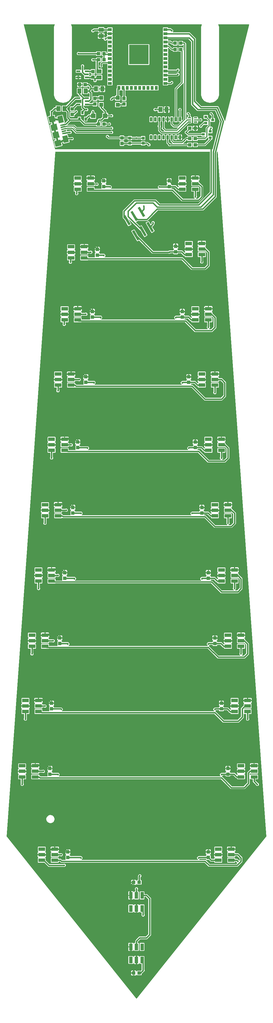
<source format=gbr>
G04 EAGLE Gerber RS-274X export*
G75*
%MOMM*%
%FSLAX34Y34*%
%LPD*%
%INTop Copper*%
%IPPOS*%
%AMOC8*
5,1,8,0,0,1.08239X$1,22.5*%
G01*
%ADD10R,1.000000X1.100000*%
%ADD11R,2.000000X1.100000*%
%ADD12R,1.100000X2.000000*%
%ADD13R,1.100000X1.000000*%
%ADD14R,1.500000X1.240000*%
%ADD15R,1.075000X1.000000*%
%ADD16R,1.240000X1.500000*%
%ADD17R,1.200000X0.550000*%
%ADD18R,1.400000X1.400000*%
%ADD19R,1.200000X1.200000*%
%ADD20R,1.000000X1.075000*%
%ADD21R,0.900000X0.900000*%
%ADD22R,0.900000X0.800000*%
%ADD23R,1.200000X0.900000*%
%ADD24R,0.900000X1.200000*%
%ADD25R,6.000000X6.000000*%
%ADD26R,0.635000X1.016000*%
%ADD27R,0.400000X1.350000*%
%ADD28R,2.100000X1.600000*%
%ADD29R,1.900000X1.900000*%
%ADD30R,1.800000X1.900000*%
%ADD31C,0.155000*%
%ADD32C,0.195000*%
%ADD33R,0.736600X3.251200*%
%ADD34C,0.406400*%
%ADD35C,0.525000*%
%ADD36C,0.609600*%
%ADD37C,0.304800*%
%ADD38C,0.254000*%

G36*
X39Y-2996285D02*
X39Y-2996285D01*
X59Y-2996286D01*
X160Y-2996262D01*
X262Y-2996242D01*
X279Y-2996233D01*
X298Y-2996228D01*
X386Y-2996173D01*
X476Y-2996122D01*
X493Y-2996104D01*
X506Y-2996096D01*
X526Y-2996072D01*
X594Y-2996003D01*
X397730Y-2499584D01*
X397767Y-2499517D01*
X397813Y-2499456D01*
X397827Y-2499411D01*
X397850Y-2499370D01*
X397865Y-2499295D01*
X397888Y-2499222D01*
X397890Y-2499158D01*
X397896Y-2499128D01*
X397893Y-2499102D01*
X397895Y-2499054D01*
X248141Y-402506D01*
X248114Y-402394D01*
X248090Y-402280D01*
X248086Y-402274D01*
X248084Y-402266D01*
X248023Y-402169D01*
X247964Y-402069D01*
X247958Y-402064D01*
X247954Y-402058D01*
X247865Y-401985D01*
X247777Y-401909D01*
X247770Y-401906D01*
X247764Y-401902D01*
X247657Y-401861D01*
X247548Y-401817D01*
X247540Y-401816D01*
X247534Y-401814D01*
X247513Y-401813D01*
X247382Y-401799D01*
X247235Y-401799D01*
X247185Y-401807D01*
X247135Y-401805D01*
X247064Y-401827D01*
X246992Y-401839D01*
X246947Y-401862D01*
X246899Y-401877D01*
X246839Y-401919D01*
X246774Y-401954D01*
X246740Y-401990D01*
X246699Y-402019D01*
X246656Y-402079D01*
X246605Y-402132D01*
X246584Y-402177D01*
X246554Y-402218D01*
X246512Y-402332D01*
X246501Y-402355D01*
X246500Y-402363D01*
X246496Y-402375D01*
X245387Y-406810D01*
X245387Y-406819D01*
X245383Y-406827D01*
X245365Y-406994D01*
X245365Y-541434D01*
X204884Y-581915D01*
X65499Y-581915D01*
X65409Y-581929D01*
X65318Y-581937D01*
X65288Y-581949D01*
X65256Y-581954D01*
X65176Y-581997D01*
X65092Y-582033D01*
X65060Y-582059D01*
X65039Y-582070D01*
X65017Y-582093D01*
X64961Y-582138D01*
X33434Y-613665D01*
X4748Y-613665D01*
X4635Y-613683D01*
X4521Y-613699D01*
X4512Y-613703D01*
X4505Y-613704D01*
X4486Y-613715D01*
X4368Y-613767D01*
X-1471Y-617137D01*
X-1562Y-617212D01*
X-1656Y-617287D01*
X-1658Y-617291D01*
X-1661Y-617293D01*
X-1724Y-617393D01*
X-1789Y-617494D01*
X-1790Y-617498D01*
X-1792Y-617502D01*
X-1820Y-617617D01*
X-1849Y-617733D01*
X-1848Y-617737D01*
X-1849Y-617741D01*
X-1839Y-617860D01*
X-1830Y-617978D01*
X-1828Y-617982D01*
X-1828Y-617986D01*
X-1779Y-618096D01*
X-1733Y-618204D01*
X-1730Y-618208D01*
X-1729Y-618211D01*
X-1719Y-618221D01*
X-1628Y-618335D01*
X9528Y-629492D01*
X9564Y-629517D01*
X9593Y-629550D01*
X9663Y-629588D01*
X9728Y-629635D01*
X9770Y-629648D01*
X9808Y-629669D01*
X9886Y-629684D01*
X9963Y-629707D01*
X10007Y-629706D01*
X10050Y-629714D01*
X10129Y-629703D01*
X10209Y-629701D01*
X10250Y-629686D01*
X10293Y-629680D01*
X10426Y-629621D01*
X10440Y-629617D01*
X10442Y-629614D01*
X10447Y-629612D01*
X14459Y-627296D01*
X16086Y-627732D01*
X33184Y-657346D01*
X32748Y-658973D01*
X24911Y-663498D01*
X23284Y-663062D01*
X11972Y-643469D01*
X11962Y-643457D01*
X11956Y-643442D01*
X11851Y-643311D01*
X-22152Y-609308D01*
X-22172Y-609294D01*
X-22187Y-609275D01*
X-22271Y-609222D01*
X-22352Y-609164D01*
X-22375Y-609157D01*
X-22395Y-609145D01*
X-22492Y-609121D01*
X-22587Y-609092D01*
X-22611Y-609093D01*
X-22635Y-609087D01*
X-22734Y-609096D01*
X-22833Y-609098D01*
X-22856Y-609107D01*
X-22880Y-609109D01*
X-22971Y-609149D01*
X-23064Y-609183D01*
X-23083Y-609198D01*
X-23105Y-609208D01*
X-23178Y-609274D01*
X-23256Y-609337D01*
X-23269Y-609357D01*
X-23287Y-609373D01*
X-23335Y-609460D01*
X-23389Y-609544D01*
X-23395Y-609567D01*
X-23407Y-609588D01*
X-23425Y-609686D01*
X-23449Y-609782D01*
X-23447Y-609806D01*
X-23452Y-609830D01*
X-23438Y-609928D01*
X-23430Y-610027D01*
X-23421Y-610049D01*
X-23417Y-610073D01*
X-23350Y-610227D01*
X-15483Y-623852D01*
X-15919Y-625479D01*
X-23756Y-630004D01*
X-25383Y-629568D01*
X-36695Y-609975D01*
X-36705Y-609963D01*
X-36711Y-609948D01*
X-36816Y-609817D01*
X-42165Y-604469D01*
X-42165Y-600705D01*
X-42183Y-600592D01*
X-42199Y-600478D01*
X-42203Y-600469D01*
X-42204Y-600463D01*
X-42215Y-600443D01*
X-42267Y-600325D01*
X-42481Y-599954D01*
X-42191Y-598870D01*
X-42189Y-598854D01*
X-42183Y-598840D01*
X-42165Y-598673D01*
X-42165Y-582516D01*
X-8034Y-548385D01*
X58834Y-548385D01*
X71311Y-560862D01*
X71385Y-560915D01*
X71454Y-560975D01*
X71484Y-560987D01*
X71510Y-561006D01*
X71597Y-561033D01*
X71682Y-561067D01*
X71723Y-561071D01*
X71746Y-561078D01*
X71778Y-561077D01*
X71849Y-561085D01*
X188501Y-561085D01*
X188591Y-561071D01*
X188682Y-561063D01*
X188712Y-561051D01*
X188744Y-561046D01*
X188824Y-561003D01*
X188908Y-560967D01*
X188940Y-560941D01*
X188961Y-560930D01*
X188983Y-560907D01*
X189039Y-560862D01*
X224312Y-525589D01*
X224365Y-525515D01*
X224425Y-525446D01*
X224437Y-525416D01*
X224456Y-525390D01*
X224483Y-525303D01*
X224517Y-525218D01*
X224521Y-525177D01*
X224528Y-525154D01*
X224527Y-525122D01*
X224535Y-525051D01*
X224535Y-402560D01*
X224532Y-402540D01*
X224534Y-402521D01*
X224512Y-402419D01*
X224496Y-402317D01*
X224486Y-402300D01*
X224482Y-402280D01*
X224429Y-402191D01*
X224380Y-402100D01*
X224366Y-402086D01*
X224356Y-402069D01*
X224277Y-402002D01*
X224202Y-401931D01*
X224184Y-401922D01*
X224169Y-401909D01*
X224073Y-401870D01*
X223979Y-401827D01*
X223959Y-401825D01*
X223941Y-401817D01*
X223774Y-401799D01*
X-247382Y-401799D01*
X-247496Y-401817D01*
X-247610Y-401834D01*
X-247617Y-401837D01*
X-247625Y-401839D01*
X-247726Y-401892D01*
X-247830Y-401945D01*
X-247835Y-401950D01*
X-247842Y-401954D01*
X-247922Y-402038D01*
X-248003Y-402120D01*
X-248006Y-402126D01*
X-248011Y-402132D01*
X-248060Y-402237D01*
X-248111Y-402341D01*
X-248112Y-402350D01*
X-248115Y-402355D01*
X-248117Y-402376D01*
X-248141Y-402506D01*
X-397895Y-2499054D01*
X-397888Y-2499130D01*
X-397890Y-2499207D01*
X-397877Y-2499252D01*
X-397872Y-2499299D01*
X-397841Y-2499369D01*
X-397819Y-2499442D01*
X-397785Y-2499496D01*
X-397773Y-2499524D01*
X-397755Y-2499543D01*
X-397730Y-2499584D01*
X-594Y-2996003D01*
X-517Y-2996073D01*
X-444Y-2996146D01*
X-427Y-2996154D01*
X-412Y-2996168D01*
X-316Y-2996209D01*
X-224Y-2996255D01*
X-204Y-2996258D01*
X-186Y-2996266D01*
X-83Y-2996274D01*
X20Y-2996288D01*
X39Y-2996285D01*
G37*
G36*
X232399Y-394440D02*
X232399Y-394440D01*
X232453Y-394442D01*
X232519Y-394421D01*
X232587Y-394410D01*
X232634Y-394384D01*
X232686Y-394368D01*
X232741Y-394327D01*
X232802Y-394295D01*
X232839Y-394255D01*
X232882Y-394223D01*
X232922Y-394167D01*
X232969Y-394117D01*
X232991Y-394067D01*
X233022Y-394023D01*
X233065Y-393905D01*
X233070Y-393894D01*
X233070Y-393890D01*
X233072Y-393884D01*
X254422Y-309721D01*
X254426Y-309672D01*
X254439Y-309626D01*
X254436Y-309552D01*
X254442Y-309477D01*
X254431Y-309430D01*
X254428Y-309382D01*
X254384Y-309241D01*
X240701Y-277315D01*
X240639Y-277217D01*
X240576Y-277116D01*
X240572Y-277113D01*
X240570Y-277109D01*
X240478Y-277036D01*
X240388Y-276961D01*
X240383Y-276960D01*
X240379Y-276957D01*
X240268Y-276916D01*
X240160Y-276875D01*
X240153Y-276875D01*
X240150Y-276873D01*
X240138Y-276873D01*
X240013Y-276861D01*
X186291Y-276861D01*
X167639Y-258209D01*
X167639Y-65748D01*
X167623Y-65652D01*
X167614Y-65555D01*
X167604Y-65532D01*
X167600Y-65507D01*
X167554Y-65421D01*
X167513Y-65332D01*
X167492Y-65307D01*
X167485Y-65292D01*
X167466Y-65275D01*
X167420Y-65218D01*
X159456Y-57254D01*
X159376Y-57197D01*
X159301Y-57135D01*
X159278Y-57127D01*
X159257Y-57112D01*
X159164Y-57084D01*
X159073Y-57049D01*
X159040Y-57046D01*
X159024Y-57041D01*
X158999Y-57042D01*
X158926Y-57035D01*
X97402Y-57035D01*
X97378Y-57039D01*
X97353Y-57036D01*
X97258Y-57058D01*
X97161Y-57074D01*
X97140Y-57086D01*
X97116Y-57092D01*
X97032Y-57143D01*
X96946Y-57189D01*
X96929Y-57207D01*
X96908Y-57220D01*
X96846Y-57296D01*
X96779Y-57367D01*
X96769Y-57390D01*
X96753Y-57409D01*
X96719Y-57500D01*
X96678Y-57590D01*
X96676Y-57614D01*
X96667Y-57637D01*
X96653Y-57784D01*
X96653Y-58312D01*
X96175Y-58790D01*
X96160Y-58810D01*
X96141Y-58826D01*
X96090Y-58909D01*
X96032Y-58989D01*
X96025Y-59012D01*
X96012Y-59033D01*
X95990Y-59128D01*
X95962Y-59222D01*
X95962Y-59247D01*
X95957Y-59270D01*
X95966Y-59368D01*
X95969Y-59466D01*
X95978Y-59489D01*
X95980Y-59513D01*
X96021Y-59603D01*
X96055Y-59694D01*
X96071Y-59713D01*
X96081Y-59736D01*
X96175Y-59850D01*
X96653Y-60328D01*
X96653Y-61364D01*
X96657Y-61388D01*
X96654Y-61413D01*
X96676Y-61508D01*
X96692Y-61605D01*
X96704Y-61626D01*
X96710Y-61650D01*
X96761Y-61734D01*
X96807Y-61820D01*
X96825Y-61837D01*
X96838Y-61858D01*
X96914Y-61920D01*
X96985Y-61987D01*
X97008Y-61997D01*
X97027Y-62013D01*
X97118Y-62047D01*
X97208Y-62088D01*
X97232Y-62090D01*
X97255Y-62099D01*
X97402Y-62113D01*
X105243Y-62113D01*
X109204Y-66074D01*
X109283Y-66131D01*
X109358Y-66193D01*
X109382Y-66201D01*
X109402Y-66216D01*
X109495Y-66244D01*
X109587Y-66279D01*
X109620Y-66282D01*
X109636Y-66287D01*
X109661Y-66286D01*
X109734Y-66293D01*
X110343Y-66293D01*
X110367Y-66289D01*
X110392Y-66292D01*
X110487Y-66270D01*
X110584Y-66254D01*
X110605Y-66242D01*
X110629Y-66236D01*
X110713Y-66185D01*
X110799Y-66139D01*
X110816Y-66121D01*
X110837Y-66108D01*
X110899Y-66032D01*
X110966Y-65961D01*
X110976Y-65938D01*
X110992Y-65919D01*
X111026Y-65828D01*
X111067Y-65738D01*
X111069Y-65714D01*
X111078Y-65691D01*
X111092Y-65544D01*
X111092Y-64008D01*
X112283Y-62817D01*
X124717Y-62817D01*
X125908Y-64008D01*
X125908Y-75692D01*
X124717Y-76883D01*
X112283Y-76883D01*
X111092Y-75692D01*
X111092Y-74156D01*
X111088Y-74132D01*
X111091Y-74107D01*
X111069Y-74012D01*
X111053Y-73915D01*
X111041Y-73894D01*
X111035Y-73870D01*
X110984Y-73786D01*
X110938Y-73700D01*
X110920Y-73683D01*
X110907Y-73662D01*
X110831Y-73600D01*
X110760Y-73533D01*
X110737Y-73523D01*
X110718Y-73507D01*
X110627Y-73473D01*
X110537Y-73432D01*
X110513Y-73430D01*
X110490Y-73421D01*
X110343Y-73407D01*
X106477Y-73407D01*
X102516Y-69446D01*
X102437Y-69389D01*
X102362Y-69327D01*
X102338Y-69319D01*
X102318Y-69304D01*
X102225Y-69276D01*
X102133Y-69241D01*
X102100Y-69238D01*
X102084Y-69233D01*
X102059Y-69234D01*
X101986Y-69227D01*
X97402Y-69227D01*
X97378Y-69231D01*
X97353Y-69228D01*
X97258Y-69250D01*
X97161Y-69266D01*
X97140Y-69278D01*
X97116Y-69284D01*
X97032Y-69335D01*
X96946Y-69381D01*
X96929Y-69399D01*
X96908Y-69412D01*
X96846Y-69488D01*
X96779Y-69559D01*
X96769Y-69582D01*
X96753Y-69601D01*
X96719Y-69692D01*
X96678Y-69782D01*
X96676Y-69806D01*
X96667Y-69829D01*
X96653Y-69976D01*
X96653Y-71012D01*
X96175Y-71490D01*
X96160Y-71510D01*
X96141Y-71526D01*
X96090Y-71609D01*
X96032Y-71689D01*
X96025Y-71712D01*
X96012Y-71733D01*
X95990Y-71828D01*
X95962Y-71922D01*
X95962Y-71947D01*
X95957Y-71970D01*
X95966Y-72068D01*
X95969Y-72166D01*
X95978Y-72189D01*
X95980Y-72213D01*
X96021Y-72303D01*
X96055Y-72394D01*
X96071Y-72413D01*
X96081Y-72436D01*
X96175Y-72550D01*
X96653Y-73028D01*
X96653Y-74064D01*
X96657Y-74088D01*
X96654Y-74113D01*
X96676Y-74208D01*
X96692Y-74305D01*
X96704Y-74326D01*
X96710Y-74350D01*
X96761Y-74434D01*
X96807Y-74520D01*
X96825Y-74537D01*
X96838Y-74558D01*
X96914Y-74620D01*
X96985Y-74687D01*
X97008Y-74697D01*
X97027Y-74713D01*
X97118Y-74747D01*
X97208Y-74788D01*
X97232Y-74790D01*
X97255Y-74799D01*
X97402Y-74813D01*
X98893Y-74813D01*
X109204Y-85124D01*
X109283Y-85181D01*
X109358Y-85243D01*
X109382Y-85251D01*
X109402Y-85266D01*
X109495Y-85294D01*
X109587Y-85329D01*
X109620Y-85332D01*
X109636Y-85337D01*
X109661Y-85336D01*
X109734Y-85343D01*
X110343Y-85343D01*
X110367Y-85339D01*
X110392Y-85342D01*
X110487Y-85320D01*
X110584Y-85304D01*
X110605Y-85292D01*
X110629Y-85286D01*
X110713Y-85235D01*
X110799Y-85189D01*
X110816Y-85171D01*
X110837Y-85158D01*
X110899Y-85082D01*
X110966Y-85011D01*
X110976Y-84988D01*
X110992Y-84969D01*
X111026Y-84878D01*
X111067Y-84788D01*
X111069Y-84764D01*
X111078Y-84741D01*
X111092Y-84594D01*
X111092Y-83058D01*
X112283Y-81867D01*
X124717Y-81867D01*
X125908Y-83058D01*
X125908Y-94742D01*
X124717Y-95933D01*
X112283Y-95933D01*
X111092Y-94742D01*
X111092Y-93206D01*
X111088Y-93182D01*
X111091Y-93157D01*
X111069Y-93062D01*
X111053Y-92965D01*
X111041Y-92944D01*
X111035Y-92920D01*
X110984Y-92836D01*
X110938Y-92750D01*
X110920Y-92733D01*
X110907Y-92712D01*
X110831Y-92650D01*
X110760Y-92583D01*
X110737Y-92573D01*
X110718Y-92557D01*
X110627Y-92523D01*
X110537Y-92482D01*
X110513Y-92480D01*
X110490Y-92471D01*
X110343Y-92457D01*
X106477Y-92457D01*
X104174Y-90154D01*
X97722Y-83702D01*
X97702Y-83688D01*
X97687Y-83669D01*
X97604Y-83617D01*
X97596Y-83611D01*
X97595Y-83611D01*
X97524Y-83560D01*
X97500Y-83553D01*
X97480Y-83540D01*
X97384Y-83518D01*
X97290Y-83489D01*
X97266Y-83490D01*
X97242Y-83484D01*
X97145Y-83494D01*
X97046Y-83497D01*
X97024Y-83506D01*
X96999Y-83508D01*
X96910Y-83548D01*
X96818Y-83583D01*
X96799Y-83598D01*
X96777Y-83609D01*
X96663Y-83702D01*
X96175Y-84190D01*
X96160Y-84210D01*
X96141Y-84226D01*
X96090Y-84309D01*
X96032Y-84389D01*
X96025Y-84412D01*
X96012Y-84433D01*
X95990Y-84528D01*
X95962Y-84622D01*
X95962Y-84647D01*
X95957Y-84670D01*
X95966Y-84768D01*
X95969Y-84866D01*
X95978Y-84889D01*
X95980Y-84913D01*
X96021Y-85003D01*
X96055Y-85094D01*
X96071Y-85113D01*
X96081Y-85136D01*
X96175Y-85250D01*
X96653Y-85728D01*
X96653Y-96412D01*
X96175Y-96890D01*
X96160Y-96910D01*
X96141Y-96926D01*
X96090Y-97009D01*
X96032Y-97089D01*
X96025Y-97112D01*
X96012Y-97133D01*
X95990Y-97228D01*
X95962Y-97322D01*
X95962Y-97347D01*
X95957Y-97370D01*
X95966Y-97468D01*
X95969Y-97566D01*
X95978Y-97589D01*
X95980Y-97613D01*
X96021Y-97703D01*
X96055Y-97794D01*
X96071Y-97813D01*
X96081Y-97836D01*
X96175Y-97950D01*
X96653Y-98428D01*
X96653Y-109112D01*
X96175Y-109590D01*
X96160Y-109610D01*
X96141Y-109626D01*
X96090Y-109709D01*
X96032Y-109789D01*
X96025Y-109812D01*
X96012Y-109833D01*
X95990Y-109928D01*
X95962Y-110022D01*
X95962Y-110047D01*
X95957Y-110070D01*
X95966Y-110168D01*
X95969Y-110266D01*
X95978Y-110289D01*
X95980Y-110313D01*
X96021Y-110403D01*
X96055Y-110494D01*
X96071Y-110513D01*
X96081Y-110536D01*
X96175Y-110650D01*
X96653Y-111128D01*
X96653Y-121812D01*
X96175Y-122290D01*
X96160Y-122310D01*
X96141Y-122326D01*
X96090Y-122409D01*
X96032Y-122489D01*
X96025Y-122512D01*
X96012Y-122533D01*
X95990Y-122628D01*
X95962Y-122722D01*
X95962Y-122747D01*
X95957Y-122770D01*
X95966Y-122868D01*
X95969Y-122966D01*
X95978Y-122989D01*
X95980Y-123013D01*
X96021Y-123103D01*
X96055Y-123194D01*
X96071Y-123213D01*
X96081Y-123236D01*
X96175Y-123350D01*
X96653Y-123828D01*
X96653Y-134512D01*
X96175Y-134990D01*
X96160Y-135010D01*
X96141Y-135026D01*
X96090Y-135109D01*
X96032Y-135189D01*
X96025Y-135212D01*
X96012Y-135233D01*
X95990Y-135328D01*
X95962Y-135422D01*
X95962Y-135447D01*
X95957Y-135470D01*
X95966Y-135568D01*
X95969Y-135666D01*
X95978Y-135689D01*
X95980Y-135713D01*
X96021Y-135803D01*
X96055Y-135894D01*
X96071Y-135913D01*
X96081Y-135936D01*
X96175Y-136050D01*
X96653Y-136528D01*
X96653Y-147212D01*
X96175Y-147690D01*
X96160Y-147710D01*
X96141Y-147726D01*
X96090Y-147809D01*
X96032Y-147889D01*
X96025Y-147912D01*
X96012Y-147933D01*
X95990Y-148028D01*
X95962Y-148122D01*
X95962Y-148147D01*
X95957Y-148170D01*
X95966Y-148268D01*
X95969Y-148366D01*
X95978Y-148389D01*
X95980Y-148413D01*
X96021Y-148503D01*
X96055Y-148594D01*
X96071Y-148613D01*
X96081Y-148636D01*
X96175Y-148750D01*
X96653Y-149228D01*
X96653Y-149756D01*
X96657Y-149780D01*
X96654Y-149805D01*
X96676Y-149900D01*
X96692Y-149997D01*
X96704Y-150018D01*
X96710Y-150042D01*
X96761Y-150126D01*
X96807Y-150212D01*
X96825Y-150229D01*
X96838Y-150250D01*
X96914Y-150312D01*
X96985Y-150379D01*
X97008Y-150389D01*
X97027Y-150405D01*
X97118Y-150439D01*
X97208Y-150480D01*
X97232Y-150482D01*
X97255Y-150491D01*
X97402Y-150505D01*
X121997Y-150505D01*
X122094Y-150489D01*
X122191Y-150480D01*
X122213Y-150470D01*
X122238Y-150466D01*
X122324Y-150420D01*
X122413Y-150379D01*
X122439Y-150358D01*
X122453Y-150351D01*
X122470Y-150332D01*
X122527Y-150286D01*
X125071Y-147742D01*
X128929Y-147742D01*
X131658Y-150471D01*
X131658Y-154329D01*
X128929Y-157058D01*
X128401Y-157058D01*
X128305Y-157074D01*
X128208Y-157083D01*
X128185Y-157093D01*
X128160Y-157097D01*
X128074Y-157143D01*
X127985Y-157184D01*
X127960Y-157205D01*
X127945Y-157212D01*
X127928Y-157231D01*
X127871Y-157277D01*
X126514Y-158635D01*
X97402Y-158635D01*
X97378Y-158639D01*
X97353Y-158636D01*
X97258Y-158658D01*
X97161Y-158674D01*
X97140Y-158686D01*
X97116Y-158692D01*
X97032Y-158743D01*
X96946Y-158789D01*
X96929Y-158807D01*
X96908Y-158820D01*
X96846Y-158896D01*
X96779Y-158967D01*
X96769Y-158990D01*
X96753Y-159009D01*
X96719Y-159100D01*
X96678Y-159190D01*
X96676Y-159214D01*
X96667Y-159237D01*
X96653Y-159384D01*
X96653Y-159912D01*
X96175Y-160390D01*
X96160Y-160410D01*
X96141Y-160426D01*
X96090Y-160509D01*
X96032Y-160589D01*
X96025Y-160612D01*
X96012Y-160633D01*
X95990Y-160728D01*
X95962Y-160822D01*
X95962Y-160847D01*
X95957Y-160870D01*
X95966Y-160968D01*
X95969Y-161066D01*
X95978Y-161089D01*
X95980Y-161113D01*
X96021Y-161203D01*
X96055Y-161294D01*
X96071Y-161313D01*
X96081Y-161336D01*
X96175Y-161450D01*
X96653Y-161928D01*
X96653Y-162456D01*
X96657Y-162480D01*
X96654Y-162505D01*
X96676Y-162600D01*
X96692Y-162697D01*
X96704Y-162718D01*
X96710Y-162742D01*
X96761Y-162826D01*
X96807Y-162912D01*
X96825Y-162929D01*
X96838Y-162950D01*
X96914Y-163012D01*
X96985Y-163079D01*
X97008Y-163089D01*
X97027Y-163105D01*
X97118Y-163139D01*
X97208Y-163180D01*
X97232Y-163182D01*
X97255Y-163191D01*
X97402Y-163205D01*
X121997Y-163205D01*
X122094Y-163189D01*
X122191Y-163180D01*
X122213Y-163170D01*
X122238Y-163166D01*
X122324Y-163120D01*
X122413Y-163079D01*
X122439Y-163058D01*
X122453Y-163051D01*
X122470Y-163032D01*
X122527Y-162986D01*
X125071Y-160442D01*
X128929Y-160442D01*
X131658Y-163171D01*
X131658Y-167029D01*
X128929Y-169758D01*
X128401Y-169758D01*
X128305Y-169774D01*
X128208Y-169783D01*
X128185Y-169793D01*
X128160Y-169797D01*
X128074Y-169843D01*
X127985Y-169884D01*
X127960Y-169905D01*
X127945Y-169912D01*
X127928Y-169931D01*
X127871Y-169977D01*
X126514Y-171335D01*
X97402Y-171335D01*
X97378Y-171339D01*
X97353Y-171336D01*
X97258Y-171358D01*
X97161Y-171374D01*
X97140Y-171386D01*
X97116Y-171392D01*
X97032Y-171443D01*
X96946Y-171489D01*
X96929Y-171507D01*
X96908Y-171520D01*
X96846Y-171596D01*
X96779Y-171667D01*
X96769Y-171690D01*
X96753Y-171709D01*
X96719Y-171800D01*
X96678Y-171890D01*
X96676Y-171914D01*
X96667Y-171937D01*
X96653Y-172084D01*
X96653Y-172612D01*
X96175Y-173090D01*
X96160Y-173110D01*
X96141Y-173126D01*
X96090Y-173209D01*
X96032Y-173289D01*
X96025Y-173312D01*
X96012Y-173333D01*
X95990Y-173428D01*
X95962Y-173522D01*
X95962Y-173547D01*
X95957Y-173570D01*
X95966Y-173668D01*
X95969Y-173766D01*
X95978Y-173789D01*
X95980Y-173813D01*
X96021Y-173903D01*
X96055Y-173994D01*
X96071Y-174013D01*
X96081Y-174036D01*
X96175Y-174150D01*
X96653Y-174628D01*
X96653Y-185312D01*
X96175Y-185790D01*
X96160Y-185810D01*
X96141Y-185826D01*
X96090Y-185909D01*
X96032Y-185989D01*
X96025Y-186012D01*
X96012Y-186033D01*
X95990Y-186128D01*
X95962Y-186222D01*
X95962Y-186247D01*
X95957Y-186270D01*
X95966Y-186368D01*
X95969Y-186466D01*
X95978Y-186489D01*
X95980Y-186513D01*
X96021Y-186603D01*
X96055Y-186694D01*
X96071Y-186713D01*
X96081Y-186736D01*
X96175Y-186850D01*
X96653Y-187328D01*
X96653Y-188364D01*
X96657Y-188388D01*
X96654Y-188413D01*
X96676Y-188508D01*
X96692Y-188605D01*
X96704Y-188626D01*
X96710Y-188650D01*
X96761Y-188734D01*
X96807Y-188820D01*
X96825Y-188837D01*
X96838Y-188858D01*
X96914Y-188920D01*
X96985Y-188987D01*
X97008Y-188997D01*
X97027Y-189013D01*
X97118Y-189047D01*
X97208Y-189088D01*
X97232Y-189090D01*
X97255Y-189099D01*
X97402Y-189113D01*
X102543Y-189113D01*
X102567Y-189109D01*
X102592Y-189112D01*
X102687Y-189090D01*
X102784Y-189074D01*
X102805Y-189062D01*
X102829Y-189056D01*
X102913Y-189005D01*
X102999Y-188959D01*
X103016Y-188941D01*
X103037Y-188928D01*
X103099Y-188852D01*
X103166Y-188781D01*
X103176Y-188758D01*
X103192Y-188739D01*
X103226Y-188648D01*
X103235Y-188628D01*
X106021Y-185842D01*
X109879Y-185842D01*
X112608Y-188571D01*
X112608Y-192429D01*
X109879Y-195158D01*
X108633Y-195158D01*
X108536Y-195174D01*
X108439Y-195183D01*
X108417Y-195193D01*
X108392Y-195197D01*
X108306Y-195243D01*
X108217Y-195284D01*
X108191Y-195305D01*
X108177Y-195312D01*
X108160Y-195331D01*
X108103Y-195377D01*
X107253Y-196227D01*
X97402Y-196227D01*
X97378Y-196231D01*
X97353Y-196228D01*
X97258Y-196250D01*
X97161Y-196266D01*
X97140Y-196278D01*
X97116Y-196284D01*
X97032Y-196335D01*
X96946Y-196381D01*
X96929Y-196399D01*
X96908Y-196412D01*
X96846Y-196488D01*
X96779Y-196559D01*
X96769Y-196582D01*
X96753Y-196601D01*
X96719Y-196692D01*
X96678Y-196782D01*
X96676Y-196806D01*
X96667Y-196829D01*
X96653Y-196976D01*
X96653Y-198012D01*
X95462Y-199203D01*
X81778Y-199203D01*
X80587Y-198012D01*
X80587Y-187328D01*
X81065Y-186850D01*
X81080Y-186830D01*
X81099Y-186814D01*
X81151Y-186731D01*
X81208Y-186651D01*
X81215Y-186628D01*
X81228Y-186607D01*
X81250Y-186512D01*
X81278Y-186418D01*
X81278Y-186394D01*
X81283Y-186370D01*
X81274Y-186272D01*
X81271Y-186174D01*
X81262Y-186151D01*
X81260Y-186127D01*
X81219Y-186037D01*
X81185Y-185946D01*
X81169Y-185927D01*
X81159Y-185904D01*
X81065Y-185790D01*
X80587Y-185312D01*
X80587Y-174628D01*
X81065Y-174150D01*
X81080Y-174130D01*
X81099Y-174114D01*
X81151Y-174031D01*
X81208Y-173951D01*
X81215Y-173928D01*
X81228Y-173907D01*
X81250Y-173812D01*
X81278Y-173718D01*
X81278Y-173694D01*
X81283Y-173670D01*
X81274Y-173572D01*
X81271Y-173474D01*
X81262Y-173451D01*
X81260Y-173427D01*
X81219Y-173337D01*
X81185Y-173246D01*
X81169Y-173227D01*
X81159Y-173204D01*
X81065Y-173090D01*
X80587Y-172612D01*
X80587Y-161928D01*
X81065Y-161450D01*
X81080Y-161430D01*
X81099Y-161414D01*
X81151Y-161331D01*
X81208Y-161251D01*
X81215Y-161228D01*
X81228Y-161207D01*
X81250Y-161112D01*
X81278Y-161018D01*
X81278Y-160994D01*
X81283Y-160970D01*
X81274Y-160872D01*
X81271Y-160774D01*
X81262Y-160751D01*
X81260Y-160727D01*
X81219Y-160637D01*
X81185Y-160546D01*
X81169Y-160527D01*
X81159Y-160504D01*
X81065Y-160390D01*
X80587Y-159912D01*
X80587Y-149228D01*
X81065Y-148750D01*
X81080Y-148730D01*
X81099Y-148714D01*
X81151Y-148631D01*
X81208Y-148551D01*
X81215Y-148528D01*
X81228Y-148507D01*
X81250Y-148412D01*
X81278Y-148318D01*
X81278Y-148294D01*
X81283Y-148270D01*
X81274Y-148172D01*
X81271Y-148074D01*
X81262Y-148051D01*
X81260Y-148027D01*
X81219Y-147937D01*
X81185Y-147846D01*
X81169Y-147827D01*
X81159Y-147804D01*
X81065Y-147690D01*
X80587Y-147212D01*
X80587Y-136528D01*
X81065Y-136050D01*
X81080Y-136030D01*
X81099Y-136014D01*
X81151Y-135931D01*
X81208Y-135851D01*
X81215Y-135828D01*
X81228Y-135807D01*
X81250Y-135712D01*
X81278Y-135618D01*
X81278Y-135594D01*
X81283Y-135570D01*
X81274Y-135472D01*
X81271Y-135374D01*
X81262Y-135351D01*
X81260Y-135327D01*
X81219Y-135237D01*
X81185Y-135146D01*
X81169Y-135127D01*
X81159Y-135104D01*
X81065Y-134990D01*
X80587Y-134512D01*
X80587Y-123828D01*
X81065Y-123350D01*
X81080Y-123330D01*
X81099Y-123314D01*
X81151Y-123231D01*
X81208Y-123151D01*
X81215Y-123128D01*
X81228Y-123107D01*
X81250Y-123012D01*
X81278Y-122918D01*
X81278Y-122894D01*
X81283Y-122870D01*
X81274Y-122772D01*
X81271Y-122674D01*
X81262Y-122651D01*
X81260Y-122627D01*
X81219Y-122537D01*
X81185Y-122446D01*
X81169Y-122427D01*
X81159Y-122404D01*
X81065Y-122290D01*
X80587Y-121812D01*
X80587Y-111128D01*
X81065Y-110650D01*
X81080Y-110630D01*
X81099Y-110614D01*
X81151Y-110531D01*
X81208Y-110451D01*
X81215Y-110428D01*
X81228Y-110407D01*
X81250Y-110312D01*
X81278Y-110218D01*
X81278Y-110194D01*
X81283Y-110170D01*
X81274Y-110072D01*
X81271Y-109974D01*
X81262Y-109951D01*
X81260Y-109927D01*
X81219Y-109837D01*
X81185Y-109746D01*
X81169Y-109727D01*
X81159Y-109704D01*
X81065Y-109590D01*
X80587Y-109112D01*
X80587Y-98428D01*
X81065Y-97950D01*
X81080Y-97930D01*
X81099Y-97914D01*
X81151Y-97831D01*
X81208Y-97751D01*
X81215Y-97728D01*
X81228Y-97707D01*
X81250Y-97612D01*
X81278Y-97518D01*
X81278Y-97494D01*
X81283Y-97470D01*
X81274Y-97372D01*
X81271Y-97274D01*
X81262Y-97251D01*
X81260Y-97227D01*
X81219Y-97137D01*
X81185Y-97046D01*
X81169Y-97027D01*
X81159Y-97004D01*
X81065Y-96890D01*
X80587Y-96412D01*
X80587Y-85728D01*
X81065Y-85250D01*
X81080Y-85230D01*
X81099Y-85214D01*
X81151Y-85131D01*
X81208Y-85051D01*
X81215Y-85028D01*
X81228Y-85007D01*
X81250Y-84912D01*
X81278Y-84818D01*
X81278Y-84794D01*
X81283Y-84770D01*
X81274Y-84672D01*
X81271Y-84574D01*
X81262Y-84551D01*
X81260Y-84527D01*
X81219Y-84437D01*
X81185Y-84346D01*
X81169Y-84327D01*
X81159Y-84304D01*
X81065Y-84190D01*
X80587Y-83712D01*
X80587Y-73028D01*
X81065Y-72550D01*
X81080Y-72530D01*
X81099Y-72514D01*
X81151Y-72431D01*
X81208Y-72351D01*
X81215Y-72328D01*
X81228Y-72307D01*
X81250Y-72212D01*
X81278Y-72118D01*
X81278Y-72094D01*
X81283Y-72070D01*
X81274Y-71972D01*
X81271Y-71874D01*
X81262Y-71851D01*
X81260Y-71827D01*
X81219Y-71737D01*
X81185Y-71646D01*
X81169Y-71627D01*
X81159Y-71604D01*
X81065Y-71490D01*
X80587Y-71012D01*
X80587Y-60328D01*
X81065Y-59850D01*
X81080Y-59830D01*
X81099Y-59814D01*
X81151Y-59731D01*
X81208Y-59651D01*
X81215Y-59628D01*
X81228Y-59607D01*
X81250Y-59512D01*
X81278Y-59418D01*
X81278Y-59394D01*
X81283Y-59370D01*
X81274Y-59272D01*
X81271Y-59174D01*
X81262Y-59151D01*
X81260Y-59127D01*
X81219Y-59037D01*
X81185Y-58946D01*
X81169Y-58927D01*
X81159Y-58904D01*
X81065Y-58790D01*
X80587Y-58312D01*
X80587Y-47628D01*
X81065Y-47150D01*
X81080Y-47130D01*
X81099Y-47114D01*
X81151Y-47031D01*
X81208Y-46951D01*
X81215Y-46928D01*
X81228Y-46907D01*
X81250Y-46812D01*
X81278Y-46718D01*
X81278Y-46694D01*
X81283Y-46670D01*
X81274Y-46572D01*
X81271Y-46474D01*
X81262Y-46451D01*
X81260Y-46427D01*
X81219Y-46337D01*
X81185Y-46246D01*
X81169Y-46227D01*
X81159Y-46204D01*
X81065Y-46090D01*
X80587Y-45612D01*
X80587Y-34928D01*
X81065Y-34450D01*
X81080Y-34430D01*
X81099Y-34414D01*
X81151Y-34331D01*
X81208Y-34251D01*
X81215Y-34228D01*
X81228Y-34207D01*
X81250Y-34112D01*
X81278Y-34018D01*
X81278Y-33994D01*
X81283Y-33970D01*
X81274Y-33872D01*
X81271Y-33774D01*
X81262Y-33751D01*
X81260Y-33727D01*
X81219Y-33637D01*
X81185Y-33546D01*
X81169Y-33527D01*
X81159Y-33504D01*
X81065Y-33390D01*
X80587Y-32912D01*
X80587Y-22228D01*
X81778Y-21037D01*
X95462Y-21037D01*
X96653Y-22228D01*
X96653Y-22756D01*
X96657Y-22780D01*
X96654Y-22805D01*
X96676Y-22900D01*
X96692Y-22997D01*
X96704Y-23018D01*
X96710Y-23042D01*
X96761Y-23126D01*
X96807Y-23212D01*
X96825Y-23229D01*
X96838Y-23250D01*
X96914Y-23312D01*
X96985Y-23379D01*
X97008Y-23389D01*
X97027Y-23405D01*
X97118Y-23439D01*
X97208Y-23480D01*
X97232Y-23482D01*
X97255Y-23491D01*
X97402Y-23505D01*
X105454Y-23505D01*
X108821Y-26873D01*
X108901Y-26930D01*
X108976Y-26992D01*
X108999Y-27000D01*
X109020Y-27015D01*
X109113Y-27043D01*
X109204Y-27078D01*
X109237Y-27081D01*
X109253Y-27086D01*
X109278Y-27085D01*
X109351Y-27092D01*
X109879Y-27092D01*
X112608Y-29821D01*
X112608Y-33679D01*
X111361Y-34926D01*
X111318Y-34986D01*
X111268Y-35040D01*
X111247Y-35084D01*
X111219Y-35125D01*
X111197Y-35195D01*
X111167Y-35262D01*
X111162Y-35311D01*
X111148Y-35358D01*
X111150Y-35431D01*
X111143Y-35505D01*
X111154Y-35553D01*
X111156Y-35602D01*
X111181Y-35671D01*
X111198Y-35742D01*
X111224Y-35784D01*
X111242Y-35830D01*
X111288Y-35887D01*
X111327Y-35950D01*
X111365Y-35981D01*
X111396Y-36019D01*
X111459Y-36058D01*
X111515Y-36105D01*
X111561Y-36122D01*
X111603Y-36148D01*
X111675Y-36165D01*
X111744Y-36191D01*
X111817Y-36198D01*
X111841Y-36204D01*
X111858Y-36202D01*
X111891Y-36205D01*
X162604Y-36205D01*
X181865Y-55466D01*
X181865Y-245656D01*
X181881Y-245752D01*
X181890Y-245849D01*
X181900Y-245872D01*
X181904Y-245897D01*
X181950Y-245983D01*
X181991Y-246072D01*
X182012Y-246097D01*
X182019Y-246112D01*
X182038Y-246129D01*
X182084Y-246186D01*
X198314Y-262416D01*
X198394Y-262473D01*
X198469Y-262535D01*
X198492Y-262543D01*
X198513Y-262558D01*
X198606Y-262586D01*
X198697Y-262621D01*
X198730Y-262624D01*
X198746Y-262629D01*
X198771Y-262628D01*
X198844Y-262635D01*
X246662Y-262635D01*
X246739Y-262623D01*
X246816Y-262619D01*
X246878Y-262600D01*
X246903Y-262596D01*
X246919Y-262587D01*
X246957Y-262575D01*
X247596Y-262301D01*
X248299Y-262582D01*
X248366Y-262596D01*
X248430Y-262621D01*
X248513Y-262629D01*
X248537Y-262634D01*
X248551Y-262633D01*
X248577Y-262635D01*
X249334Y-262635D01*
X249825Y-263127D01*
X249889Y-263172D01*
X249946Y-263225D01*
X250004Y-263255D01*
X250024Y-263269D01*
X250042Y-263275D01*
X250077Y-263293D01*
X250723Y-263551D01*
X251021Y-264247D01*
X251058Y-264305D01*
X251086Y-264367D01*
X251139Y-264432D01*
X251152Y-264452D01*
X251163Y-264461D01*
X251180Y-264481D01*
X251715Y-265016D01*
X251715Y-265712D01*
X251727Y-265789D01*
X251731Y-265866D01*
X251750Y-265928D01*
X251754Y-265953D01*
X251763Y-265970D01*
X251775Y-266007D01*
X269305Y-306909D01*
X269318Y-306930D01*
X269351Y-306999D01*
X269694Y-307571D01*
X269741Y-307626D01*
X269781Y-307688D01*
X269820Y-307719D01*
X269852Y-307757D01*
X269915Y-307794D01*
X269972Y-307840D01*
X270019Y-307857D01*
X270061Y-307882D01*
X270133Y-307898D01*
X270202Y-307922D01*
X270251Y-307923D01*
X270299Y-307933D01*
X270372Y-307925D01*
X270446Y-307926D01*
X270493Y-307911D01*
X270542Y-307906D01*
X270608Y-307874D01*
X270678Y-307852D01*
X270718Y-307822D01*
X270762Y-307801D01*
X270815Y-307750D01*
X270874Y-307706D01*
X270902Y-307666D01*
X270938Y-307632D01*
X270971Y-307566D01*
X271013Y-307506D01*
X271038Y-307437D01*
X271049Y-307415D01*
X271052Y-307398D01*
X271063Y-307367D01*
X344684Y-12882D01*
X344694Y-12767D01*
X344705Y-12651D01*
X344704Y-12645D01*
X344704Y-12639D01*
X344676Y-12527D01*
X344650Y-12414D01*
X344646Y-12408D01*
X344645Y-12402D01*
X344582Y-12305D01*
X344521Y-12206D01*
X344516Y-12202D01*
X344513Y-12197D01*
X344422Y-12125D01*
X344333Y-12052D01*
X344327Y-12049D01*
X344321Y-12045D01*
X344212Y-12006D01*
X344104Y-11965D01*
X344096Y-11965D01*
X344092Y-11963D01*
X344077Y-11963D01*
X343957Y-11951D01*
X250766Y-11951D01*
X250734Y-11956D01*
X250701Y-11954D01*
X250614Y-11976D01*
X250525Y-11990D01*
X250496Y-12006D01*
X250464Y-12014D01*
X250389Y-12063D01*
X250310Y-12105D01*
X250287Y-12129D01*
X250260Y-12147D01*
X250204Y-12218D01*
X250143Y-12284D01*
X250129Y-12313D01*
X250109Y-12339D01*
X250079Y-12424D01*
X250042Y-12506D01*
X250039Y-12538D01*
X250028Y-12569D01*
X250027Y-12659D01*
X250018Y-12749D01*
X250026Y-12780D01*
X250025Y-12813D01*
X250062Y-12956D01*
X252533Y-19745D01*
X252533Y-229455D01*
X249212Y-238579D01*
X242971Y-246017D01*
X234562Y-250871D01*
X225000Y-252557D01*
X215438Y-250871D01*
X207029Y-246017D01*
X200788Y-238579D01*
X197467Y-229455D01*
X197467Y-19745D01*
X199938Y-12956D01*
X199944Y-12924D01*
X199958Y-12894D01*
X199967Y-12805D01*
X199983Y-12716D01*
X199979Y-12684D01*
X199982Y-12651D01*
X199961Y-12564D01*
X199949Y-12475D01*
X199934Y-12446D01*
X199927Y-12414D01*
X199879Y-12337D01*
X199839Y-12257D01*
X199815Y-12234D01*
X199798Y-12206D01*
X199729Y-12149D01*
X199664Y-12086D01*
X199635Y-12072D01*
X199609Y-12052D01*
X199525Y-12020D01*
X199444Y-11981D01*
X199412Y-11977D01*
X199381Y-11965D01*
X199234Y-11951D01*
X-199234Y-11951D01*
X-199266Y-11956D01*
X-199299Y-11954D01*
X-199386Y-11976D01*
X-199475Y-11990D01*
X-199504Y-12006D01*
X-199536Y-12014D01*
X-199611Y-12063D01*
X-199690Y-12105D01*
X-199713Y-12129D01*
X-199740Y-12147D01*
X-199796Y-12218D01*
X-199857Y-12284D01*
X-199871Y-12313D01*
X-199891Y-12339D01*
X-199921Y-12424D01*
X-199958Y-12506D01*
X-199961Y-12538D01*
X-199972Y-12569D01*
X-199973Y-12659D01*
X-199982Y-12749D01*
X-199974Y-12780D01*
X-199975Y-12813D01*
X-199938Y-12956D01*
X-197467Y-19745D01*
X-197467Y-229455D01*
X-200788Y-238579D01*
X-207029Y-246017D01*
X-215438Y-250871D01*
X-225000Y-252557D01*
X-234562Y-250871D01*
X-242971Y-246017D01*
X-249212Y-238579D01*
X-252533Y-229455D01*
X-252533Y-19745D01*
X-250062Y-12956D01*
X-250056Y-12924D01*
X-250042Y-12894D01*
X-250033Y-12805D01*
X-250017Y-12716D01*
X-250021Y-12684D01*
X-250018Y-12651D01*
X-250039Y-12564D01*
X-250051Y-12475D01*
X-250066Y-12446D01*
X-250073Y-12414D01*
X-250121Y-12337D01*
X-250161Y-12257D01*
X-250185Y-12234D01*
X-250202Y-12206D01*
X-250271Y-12149D01*
X-250336Y-12086D01*
X-250365Y-12072D01*
X-250391Y-12052D01*
X-250475Y-12020D01*
X-250556Y-11981D01*
X-250588Y-11977D01*
X-250619Y-11965D01*
X-250766Y-11951D01*
X-343957Y-11951D01*
X-344072Y-11970D01*
X-344186Y-11986D01*
X-344192Y-11989D01*
X-344198Y-11990D01*
X-344300Y-12045D01*
X-344403Y-12098D01*
X-344408Y-12102D01*
X-344413Y-12105D01*
X-344492Y-12190D01*
X-344573Y-12273D01*
X-344576Y-12279D01*
X-344580Y-12284D01*
X-344628Y-12388D01*
X-344678Y-12493D01*
X-344678Y-12500D01*
X-344681Y-12506D01*
X-344692Y-12621D01*
X-344706Y-12736D01*
X-344705Y-12744D01*
X-344705Y-12749D01*
X-344702Y-12763D01*
X-344684Y-12882D01*
X-249434Y-393882D01*
X-249412Y-393932D01*
X-249400Y-393986D01*
X-249364Y-394044D01*
X-249337Y-394106D01*
X-249300Y-394147D01*
X-249271Y-394194D01*
X-249219Y-394236D01*
X-249174Y-394287D01*
X-249125Y-394313D01*
X-249083Y-394349D01*
X-249020Y-394372D01*
X-248960Y-394405D01*
X-248906Y-394415D01*
X-248854Y-394435D01*
X-248734Y-394447D01*
X-248720Y-394449D01*
X-248716Y-394448D01*
X-248707Y-394449D01*
X232346Y-394449D01*
X232399Y-394440D01*
G37*
%LPC*%
G36*
X-249092Y-388422D02*
X-249092Y-388422D01*
X-253853Y-369323D01*
X-252986Y-367880D01*
X-248608Y-366788D01*
X-248586Y-366778D01*
X-248562Y-366775D01*
X-248474Y-366730D01*
X-248384Y-366691D01*
X-248366Y-366675D01*
X-248344Y-366664D01*
X-248276Y-366593D01*
X-248203Y-366528D01*
X-248191Y-366506D01*
X-248174Y-366489D01*
X-248132Y-366400D01*
X-248084Y-366314D01*
X-248080Y-366290D01*
X-248069Y-366268D01*
X-248058Y-366171D01*
X-248040Y-366074D01*
X-248044Y-366050D01*
X-248041Y-366026D01*
X-248062Y-365880D01*
X-248531Y-364001D01*
X-248541Y-363979D01*
X-248544Y-363955D01*
X-248589Y-363867D01*
X-248628Y-363777D01*
X-248644Y-363759D01*
X-248655Y-363737D01*
X-248726Y-363669D01*
X-248791Y-363596D01*
X-248813Y-363584D01*
X-248830Y-363567D01*
X-248919Y-363525D01*
X-249004Y-363477D01*
X-249029Y-363473D01*
X-249051Y-363462D01*
X-249148Y-363451D01*
X-249244Y-363433D01*
X-249269Y-363437D01*
X-249293Y-363434D01*
X-249439Y-363455D01*
X-253817Y-364547D01*
X-255261Y-363680D01*
X-260264Y-343610D01*
X-259443Y-342243D01*
X-259434Y-342220D01*
X-259419Y-342200D01*
X-259389Y-342107D01*
X-259353Y-342016D01*
X-259351Y-341991D01*
X-259344Y-341968D01*
X-259345Y-341870D01*
X-259340Y-341772D01*
X-259347Y-341748D01*
X-259347Y-341724D01*
X-259380Y-341632D01*
X-259407Y-341537D01*
X-259421Y-341517D01*
X-259429Y-341494D01*
X-259490Y-341417D01*
X-259546Y-341336D01*
X-259565Y-341322D01*
X-259581Y-341303D01*
X-259699Y-341214D01*
X-261067Y-340393D01*
X-266071Y-320323D01*
X-265203Y-318880D01*
X-260825Y-317788D01*
X-260803Y-317778D01*
X-260779Y-317775D01*
X-260691Y-317730D01*
X-260601Y-317691D01*
X-260583Y-317675D01*
X-260561Y-317664D01*
X-260493Y-317593D01*
X-260420Y-317528D01*
X-260408Y-317506D01*
X-260391Y-317489D01*
X-260349Y-317400D01*
X-260301Y-317315D01*
X-260297Y-317290D01*
X-260287Y-317268D01*
X-260275Y-317171D01*
X-260257Y-317075D01*
X-260261Y-317050D01*
X-260258Y-317026D01*
X-260280Y-316880D01*
X-260748Y-315001D01*
X-260758Y-314979D01*
X-260761Y-314955D01*
X-260806Y-314867D01*
X-260845Y-314777D01*
X-260861Y-314759D01*
X-260872Y-314737D01*
X-260943Y-314669D01*
X-261008Y-314596D01*
X-261030Y-314584D01*
X-261047Y-314567D01*
X-261136Y-314525D01*
X-261221Y-314477D01*
X-261246Y-314473D01*
X-261268Y-314463D01*
X-261365Y-314451D01*
X-261461Y-314433D01*
X-261486Y-314437D01*
X-261510Y-314434D01*
X-261656Y-314456D01*
X-266034Y-315547D01*
X-267478Y-314680D01*
X-272240Y-295581D01*
X-271372Y-294137D01*
X-264983Y-292544D01*
X-264932Y-292522D01*
X-264878Y-292509D01*
X-264820Y-292474D01*
X-264759Y-292447D01*
X-264718Y-292410D01*
X-264670Y-292381D01*
X-264628Y-292329D01*
X-264578Y-292284D01*
X-264551Y-292235D01*
X-264515Y-292192D01*
X-264492Y-292129D01*
X-264459Y-292070D01*
X-264449Y-292016D01*
X-264447Y-292011D01*
X-264440Y-291996D01*
X-264440Y-291992D01*
X-264429Y-291964D01*
X-264417Y-291845D01*
X-264415Y-291830D01*
X-264416Y-291826D01*
X-264415Y-291817D01*
X-264415Y-282233D01*
X-264431Y-282136D01*
X-264440Y-282039D01*
X-264450Y-282017D01*
X-264454Y-281992D01*
X-264500Y-281906D01*
X-264541Y-281817D01*
X-264562Y-281791D01*
X-264569Y-281777D01*
X-264588Y-281760D01*
X-264634Y-281703D01*
X-265008Y-281329D01*
X-265008Y-277471D01*
X-262279Y-274742D01*
X-261151Y-274742D01*
X-261055Y-274726D01*
X-260958Y-274717D01*
X-260935Y-274707D01*
X-260910Y-274703D01*
X-260824Y-274657D01*
X-260735Y-274616D01*
X-260710Y-274595D01*
X-260695Y-274588D01*
X-260678Y-274569D01*
X-260621Y-274523D01*
X-252034Y-265935D01*
X-248482Y-265935D01*
X-248458Y-265931D01*
X-248433Y-265934D01*
X-248338Y-265912D01*
X-248241Y-265896D01*
X-248220Y-265884D01*
X-248196Y-265878D01*
X-248112Y-265827D01*
X-248026Y-265781D01*
X-248009Y-265763D01*
X-247988Y-265750D01*
X-247926Y-265674D01*
X-247859Y-265603D01*
X-247849Y-265580D01*
X-247833Y-265561D01*
X-247799Y-265470D01*
X-247758Y-265380D01*
X-247756Y-265356D01*
X-247747Y-265333D01*
X-247733Y-265186D01*
X-247733Y-261658D01*
X-246542Y-260467D01*
X-232458Y-260467D01*
X-231267Y-261658D01*
X-231267Y-278342D01*
X-232458Y-279533D01*
X-246542Y-279533D01*
X-247733Y-278342D01*
X-247733Y-274940D01*
X-247745Y-274867D01*
X-247747Y-274794D01*
X-247764Y-274748D01*
X-247772Y-274699D01*
X-247807Y-274634D01*
X-247833Y-274566D01*
X-247864Y-274527D01*
X-247887Y-274484D01*
X-247941Y-274434D01*
X-247988Y-274377D01*
X-248029Y-274351D01*
X-248065Y-274317D01*
X-248132Y-274287D01*
X-248195Y-274248D01*
X-248243Y-274237D01*
X-248288Y-274216D01*
X-248361Y-274209D01*
X-248432Y-274192D01*
X-248481Y-274197D01*
X-248531Y-274192D01*
X-248602Y-274209D01*
X-248675Y-274216D01*
X-248720Y-274236D01*
X-248768Y-274248D01*
X-248831Y-274286D01*
X-248898Y-274317D01*
X-248954Y-274363D01*
X-248976Y-274376D01*
X-248986Y-274389D01*
X-249012Y-274410D01*
X-255473Y-280871D01*
X-255530Y-280951D01*
X-255592Y-281026D01*
X-255600Y-281049D01*
X-255615Y-281070D01*
X-255643Y-281163D01*
X-255678Y-281254D01*
X-255681Y-281287D01*
X-255686Y-281303D01*
X-255685Y-281322D01*
X-256066Y-281703D01*
X-256123Y-281782D01*
X-256185Y-281857D01*
X-256193Y-281881D01*
X-256208Y-281901D01*
X-256236Y-281995D01*
X-256271Y-282086D01*
X-256274Y-282119D01*
X-256279Y-282135D01*
X-256278Y-282160D01*
X-256285Y-282233D01*
X-256285Y-289417D01*
X-256266Y-289531D01*
X-256250Y-289644D01*
X-256247Y-289650D01*
X-256246Y-289657D01*
X-256191Y-289759D01*
X-256139Y-289862D01*
X-256134Y-289866D01*
X-256131Y-289872D01*
X-256046Y-289951D01*
X-255964Y-290032D01*
X-255957Y-290035D01*
X-255953Y-290039D01*
X-255848Y-290087D01*
X-255743Y-290137D01*
X-255736Y-290137D01*
X-255730Y-290140D01*
X-255616Y-290152D01*
X-255501Y-290165D01*
X-255492Y-290164D01*
X-255487Y-290164D01*
X-255473Y-290161D01*
X-255355Y-290144D01*
X-251303Y-289133D01*
X-249859Y-290001D01*
X-248125Y-296955D01*
X-248107Y-296998D01*
X-248097Y-297044D01*
X-248059Y-297110D01*
X-248028Y-297179D01*
X-247997Y-297214D01*
X-247973Y-297254D01*
X-247916Y-297304D01*
X-247865Y-297360D01*
X-247824Y-297383D01*
X-247789Y-297414D01*
X-247718Y-297442D01*
X-247652Y-297479D01*
X-247606Y-297488D01*
X-247562Y-297505D01*
X-247416Y-297523D01*
X-244890Y-297583D01*
X-244888Y-297582D01*
X-244886Y-297583D01*
X-244768Y-297565D01*
X-244649Y-297549D01*
X-244647Y-297548D01*
X-244645Y-297547D01*
X-244537Y-297492D01*
X-244431Y-297439D01*
X-244429Y-297437D01*
X-244427Y-297436D01*
X-244343Y-297350D01*
X-244260Y-297265D01*
X-244259Y-297263D01*
X-244257Y-297261D01*
X-244205Y-297152D01*
X-244154Y-297045D01*
X-244154Y-297043D01*
X-244153Y-297041D01*
X-244139Y-296921D01*
X-244124Y-296803D01*
X-244125Y-296801D01*
X-244124Y-296799D01*
X-244146Y-296652D01*
X-244711Y-294385D01*
X-243844Y-292942D01*
X-226685Y-288664D01*
X-225242Y-289531D01*
X-219754Y-311541D01*
X-220740Y-313183D01*
X-220767Y-313250D01*
X-220802Y-313312D01*
X-220812Y-313362D01*
X-220830Y-313410D01*
X-220834Y-313481D01*
X-220847Y-313552D01*
X-220840Y-313603D01*
X-220843Y-313654D01*
X-220823Y-313722D01*
X-220813Y-313793D01*
X-220790Y-313839D01*
X-220776Y-313888D01*
X-220735Y-313947D01*
X-220703Y-314011D01*
X-220666Y-314047D01*
X-220637Y-314089D01*
X-220580Y-314132D01*
X-220529Y-314182D01*
X-220483Y-314204D01*
X-220442Y-314235D01*
X-220374Y-314257D01*
X-220309Y-314288D01*
X-220258Y-314294D01*
X-220210Y-314310D01*
X-220138Y-314309D01*
X-220067Y-314318D01*
X-219990Y-314307D01*
X-219966Y-314306D01*
X-219951Y-314301D01*
X-219921Y-314297D01*
X-218173Y-313871D01*
X-218166Y-313867D01*
X-218157Y-313867D01*
X-218054Y-313820D01*
X-217949Y-313775D01*
X-217942Y-313769D01*
X-217935Y-313766D01*
X-217821Y-313672D01*
X-209478Y-305330D01*
X-209464Y-305310D01*
X-209445Y-305294D01*
X-209393Y-305211D01*
X-209336Y-305131D01*
X-209329Y-305108D01*
X-209316Y-305087D01*
X-209294Y-304992D01*
X-209265Y-304898D01*
X-209266Y-304873D01*
X-209260Y-304850D01*
X-209270Y-304752D01*
X-209273Y-304654D01*
X-209282Y-304631D01*
X-209284Y-304607D01*
X-209324Y-304518D01*
X-209359Y-304426D01*
X-209374Y-304407D01*
X-209385Y-304384D01*
X-209478Y-304270D01*
X-214065Y-299684D01*
X-214065Y-281994D01*
X-214081Y-281898D01*
X-214090Y-281801D01*
X-214100Y-281778D01*
X-214104Y-281753D01*
X-214150Y-281667D01*
X-214191Y-281578D01*
X-214212Y-281553D01*
X-214219Y-281538D01*
X-214238Y-281521D01*
X-214284Y-281464D01*
X-215996Y-279752D01*
X-216075Y-279695D01*
X-216151Y-279633D01*
X-216174Y-279625D01*
X-216195Y-279610D01*
X-216288Y-279582D01*
X-216379Y-279547D01*
X-216412Y-279544D01*
X-216428Y-279539D01*
X-216453Y-279540D01*
X-216526Y-279533D01*
X-227542Y-279533D01*
X-228733Y-278342D01*
X-228733Y-261658D01*
X-227542Y-260467D01*
X-215726Y-260467D01*
X-215630Y-260451D01*
X-215533Y-260442D01*
X-215510Y-260432D01*
X-215485Y-260428D01*
X-215399Y-260382D01*
X-215310Y-260341D01*
X-215285Y-260320D01*
X-215270Y-260313D01*
X-215253Y-260294D01*
X-215196Y-260248D01*
X-189034Y-234085D01*
X-185971Y-234085D01*
X-185875Y-234069D01*
X-185778Y-234060D01*
X-185755Y-234050D01*
X-185731Y-234046D01*
X-185644Y-234000D01*
X-185556Y-233959D01*
X-185530Y-233938D01*
X-185515Y-233931D01*
X-185498Y-233912D01*
X-185442Y-233866D01*
X-184943Y-233367D01*
X-174240Y-233367D01*
X-174167Y-233355D01*
X-174094Y-233353D01*
X-174048Y-233336D01*
X-173999Y-233328D01*
X-173934Y-233293D01*
X-173866Y-233267D01*
X-173827Y-233236D01*
X-173784Y-233213D01*
X-173734Y-233159D01*
X-173677Y-233112D01*
X-173651Y-233071D01*
X-173617Y-233035D01*
X-173587Y-232968D01*
X-173548Y-232905D01*
X-173537Y-232857D01*
X-173516Y-232812D01*
X-173509Y-232739D01*
X-173492Y-232668D01*
X-173497Y-232619D01*
X-173492Y-232569D01*
X-173509Y-232498D01*
X-173516Y-232425D01*
X-173536Y-232380D01*
X-173548Y-232332D01*
X-173586Y-232269D01*
X-173617Y-232202D01*
X-173663Y-232146D01*
X-173676Y-232124D01*
X-173681Y-232120D01*
X-173683Y-232118D01*
X-173692Y-232110D01*
X-173710Y-232088D01*
X-178665Y-227134D01*
X-178665Y-226182D01*
X-178669Y-226158D01*
X-178666Y-226133D01*
X-178688Y-226038D01*
X-178704Y-225941D01*
X-178716Y-225920D01*
X-178722Y-225896D01*
X-178773Y-225812D01*
X-178819Y-225726D01*
X-178837Y-225709D01*
X-178850Y-225688D01*
X-178926Y-225626D01*
X-178997Y-225559D01*
X-179020Y-225549D01*
X-179039Y-225533D01*
X-179130Y-225499D01*
X-179220Y-225458D01*
X-179244Y-225456D01*
X-179267Y-225447D01*
X-179414Y-225433D01*
X-181642Y-225433D01*
X-182833Y-224242D01*
X-182833Y-207558D01*
X-181642Y-206367D01*
X-167558Y-206367D01*
X-166367Y-207558D01*
X-166367Y-224242D01*
X-167684Y-225558D01*
X-167698Y-225578D01*
X-167717Y-225594D01*
X-167769Y-225677D01*
X-167826Y-225757D01*
X-167833Y-225780D01*
X-167846Y-225801D01*
X-167868Y-225896D01*
X-167897Y-225990D01*
X-167896Y-226015D01*
X-167901Y-226039D01*
X-167892Y-226136D01*
X-167889Y-226234D01*
X-167880Y-226257D01*
X-167878Y-226281D01*
X-167837Y-226371D01*
X-167803Y-226462D01*
X-167787Y-226481D01*
X-167777Y-226504D01*
X-167684Y-226618D01*
X-160467Y-233834D01*
X-160448Y-233848D01*
X-160432Y-233867D01*
X-160349Y-233919D01*
X-160269Y-233976D01*
X-160246Y-233983D01*
X-160225Y-233996D01*
X-160130Y-234019D01*
X-160036Y-234047D01*
X-160011Y-234046D01*
X-159987Y-234052D01*
X-159890Y-234042D01*
X-159792Y-234039D01*
X-159769Y-234031D01*
X-159744Y-234028D01*
X-159655Y-233988D01*
X-159563Y-233953D01*
X-159544Y-233938D01*
X-159522Y-233928D01*
X-159408Y-233834D01*
X-158941Y-233367D01*
X-145257Y-233367D01*
X-145044Y-233580D01*
X-144984Y-233623D01*
X-144930Y-233674D01*
X-144886Y-233694D01*
X-144845Y-233723D01*
X-144775Y-233744D01*
X-144708Y-233774D01*
X-144659Y-233779D01*
X-144612Y-233794D01*
X-144539Y-233791D01*
X-144465Y-233798D01*
X-144417Y-233787D01*
X-144368Y-233786D01*
X-144299Y-233760D01*
X-144228Y-233743D01*
X-144186Y-233717D01*
X-144140Y-233700D01*
X-144083Y-233653D01*
X-144020Y-233614D01*
X-143989Y-233576D01*
X-143951Y-233545D01*
X-143912Y-233483D01*
X-143865Y-233426D01*
X-143848Y-233380D01*
X-143822Y-233338D01*
X-143805Y-233266D01*
X-143779Y-233198D01*
X-143772Y-233125D01*
X-143766Y-233100D01*
X-143768Y-233084D01*
X-143765Y-233051D01*
X-143765Y-224244D01*
X-143781Y-224148D01*
X-143790Y-224051D01*
X-143800Y-224028D01*
X-143804Y-224003D01*
X-143850Y-223917D01*
X-143891Y-223828D01*
X-143912Y-223803D01*
X-143919Y-223788D01*
X-143938Y-223771D01*
X-143984Y-223714D01*
X-146088Y-221610D01*
X-146148Y-221567D01*
X-146202Y-221517D01*
X-146246Y-221497D01*
X-146287Y-221468D01*
X-146357Y-221447D01*
X-146424Y-221416D01*
X-146473Y-221411D01*
X-146520Y-221397D01*
X-146593Y-221400D01*
X-146667Y-221392D01*
X-146715Y-221403D01*
X-146764Y-221405D01*
X-146833Y-221431D01*
X-146904Y-221448D01*
X-146946Y-221474D01*
X-146992Y-221491D01*
X-147049Y-221537D01*
X-147112Y-221576D01*
X-147143Y-221614D01*
X-147181Y-221646D01*
X-147220Y-221708D01*
X-147267Y-221765D01*
X-147284Y-221811D01*
X-147310Y-221853D01*
X-147327Y-221924D01*
X-147353Y-221993D01*
X-147360Y-222066D01*
X-147366Y-222090D01*
X-147364Y-222107D01*
X-147367Y-222140D01*
X-147367Y-224242D01*
X-148558Y-225433D01*
X-162642Y-225433D01*
X-163833Y-224242D01*
X-163833Y-207558D01*
X-162642Y-206367D01*
X-148558Y-206367D01*
X-147367Y-207558D01*
X-147367Y-209660D01*
X-147355Y-209733D01*
X-147353Y-209806D01*
X-147336Y-209852D01*
X-147328Y-209901D01*
X-147293Y-209966D01*
X-147267Y-210034D01*
X-147236Y-210073D01*
X-147213Y-210116D01*
X-147159Y-210166D01*
X-147112Y-210223D01*
X-147070Y-210249D01*
X-147035Y-210283D01*
X-146968Y-210313D01*
X-146905Y-210352D01*
X-146857Y-210363D01*
X-146812Y-210384D01*
X-146739Y-210391D01*
X-146668Y-210408D01*
X-146619Y-210403D01*
X-146569Y-210408D01*
X-146498Y-210391D01*
X-146425Y-210384D01*
X-146380Y-210364D01*
X-146332Y-210352D01*
X-146269Y-210314D01*
X-146202Y-210283D01*
X-146146Y-210237D01*
X-146124Y-210224D01*
X-146114Y-210211D01*
X-146088Y-210190D01*
X-144577Y-208679D01*
X-144520Y-208600D01*
X-144458Y-208524D01*
X-144450Y-208501D01*
X-144435Y-208480D01*
X-144407Y-208387D01*
X-144372Y-208296D01*
X-144369Y-208263D01*
X-144364Y-208247D01*
X-144365Y-208222D01*
X-144358Y-208149D01*
X-144358Y-207621D01*
X-143984Y-207247D01*
X-143927Y-207168D01*
X-143865Y-207093D01*
X-143857Y-207069D01*
X-143842Y-207049D01*
X-143814Y-206955D01*
X-143779Y-206864D01*
X-143776Y-206831D01*
X-143771Y-206815D01*
X-143772Y-206790D01*
X-143765Y-206717D01*
X-143765Y-205194D01*
X-143781Y-205098D01*
X-143790Y-205001D01*
X-143800Y-204978D01*
X-143804Y-204953D01*
X-143850Y-204867D01*
X-143891Y-204778D01*
X-143912Y-204753D01*
X-143919Y-204738D01*
X-143938Y-204721D01*
X-143984Y-204664D01*
X-147514Y-201134D01*
X-147594Y-201077D01*
X-147669Y-201015D01*
X-147692Y-201007D01*
X-147713Y-200992D01*
X-147806Y-200964D01*
X-147897Y-200929D01*
X-147930Y-200926D01*
X-147946Y-200921D01*
X-147971Y-200922D01*
X-148044Y-200915D01*
X-148443Y-200915D01*
X-148467Y-200919D01*
X-148492Y-200916D01*
X-148587Y-200938D01*
X-148684Y-200954D01*
X-148705Y-200966D01*
X-148729Y-200972D01*
X-148813Y-201023D01*
X-148899Y-201069D01*
X-148916Y-201087D01*
X-148937Y-201100D01*
X-148999Y-201176D01*
X-149066Y-201247D01*
X-149076Y-201270D01*
X-149092Y-201289D01*
X-149126Y-201380D01*
X-149167Y-201470D01*
X-149169Y-201494D01*
X-149178Y-201517D01*
X-149192Y-201664D01*
X-149192Y-202692D01*
X-150383Y-203883D01*
X-162817Y-203883D01*
X-164008Y-202692D01*
X-164008Y-191008D01*
X-162817Y-189817D01*
X-150383Y-189817D01*
X-149192Y-191008D01*
X-149192Y-192036D01*
X-149188Y-192060D01*
X-149191Y-192085D01*
X-149169Y-192180D01*
X-149153Y-192277D01*
X-149141Y-192298D01*
X-149135Y-192322D01*
X-149084Y-192406D01*
X-149038Y-192492D01*
X-149020Y-192509D01*
X-149007Y-192530D01*
X-148931Y-192592D01*
X-148860Y-192659D01*
X-148837Y-192669D01*
X-148818Y-192685D01*
X-148727Y-192719D01*
X-148637Y-192760D01*
X-148613Y-192762D01*
X-148590Y-192771D01*
X-148443Y-192785D01*
X-144366Y-192785D01*
X-135635Y-201516D01*
X-135635Y-204736D01*
X-135631Y-204760D01*
X-135634Y-204785D01*
X-135612Y-204880D01*
X-135596Y-204977D01*
X-135584Y-204998D01*
X-135578Y-205022D01*
X-135527Y-205106D01*
X-135481Y-205192D01*
X-135463Y-205209D01*
X-135450Y-205230D01*
X-135374Y-205292D01*
X-135303Y-205359D01*
X-135280Y-205369D01*
X-135261Y-205385D01*
X-135170Y-205419D01*
X-135080Y-205460D01*
X-135056Y-205462D01*
X-135033Y-205471D01*
X-134886Y-205485D01*
X-132782Y-205485D01*
X-132758Y-205481D01*
X-132733Y-205484D01*
X-132638Y-205462D01*
X-132541Y-205446D01*
X-132520Y-205434D01*
X-132496Y-205428D01*
X-132412Y-205377D01*
X-132326Y-205331D01*
X-132309Y-205313D01*
X-132288Y-205300D01*
X-132226Y-205224D01*
X-132159Y-205153D01*
X-132149Y-205130D01*
X-132133Y-205111D01*
X-132099Y-205020D01*
X-132058Y-204930D01*
X-132056Y-204906D01*
X-132047Y-204883D01*
X-132033Y-204736D01*
X-132033Y-201208D01*
X-130842Y-200017D01*
X-116758Y-200017D01*
X-115567Y-201208D01*
X-115567Y-217892D01*
X-116758Y-219083D01*
X-130842Y-219083D01*
X-132033Y-217892D01*
X-132033Y-214364D01*
X-132037Y-214340D01*
X-132034Y-214315D01*
X-132056Y-214220D01*
X-132072Y-214123D01*
X-132084Y-214102D01*
X-132090Y-214078D01*
X-132141Y-213994D01*
X-132187Y-213908D01*
X-132205Y-213891D01*
X-132218Y-213870D01*
X-132294Y-213808D01*
X-132365Y-213741D01*
X-132388Y-213731D01*
X-132407Y-213715D01*
X-132498Y-213681D01*
X-132588Y-213640D01*
X-132612Y-213638D01*
X-132635Y-213629D01*
X-132782Y-213615D01*
X-136867Y-213615D01*
X-136964Y-213631D01*
X-137061Y-213640D01*
X-137083Y-213650D01*
X-137108Y-213654D01*
X-137194Y-213700D01*
X-137283Y-213741D01*
X-137309Y-213762D01*
X-137323Y-213769D01*
X-137340Y-213788D01*
X-137397Y-213834D01*
X-137771Y-214208D01*
X-138299Y-214208D01*
X-138395Y-214224D01*
X-138492Y-214233D01*
X-138515Y-214243D01*
X-138540Y-214247D01*
X-138626Y-214293D01*
X-138715Y-214334D01*
X-138740Y-214355D01*
X-138755Y-214362D01*
X-138772Y-214381D01*
X-138829Y-214427D01*
X-139772Y-215370D01*
X-139786Y-215390D01*
X-139805Y-215406D01*
X-139857Y-215489D01*
X-139914Y-215569D01*
X-139921Y-215592D01*
X-139934Y-215613D01*
X-139956Y-215708D01*
X-139985Y-215802D01*
X-139984Y-215827D01*
X-139990Y-215850D01*
X-139980Y-215948D01*
X-139977Y-216046D01*
X-139968Y-216069D01*
X-139966Y-216093D01*
X-139926Y-216182D01*
X-139891Y-216274D01*
X-139876Y-216293D01*
X-139865Y-216316D01*
X-139772Y-216430D01*
X-135635Y-220566D01*
X-135635Y-242984D01*
X-138236Y-245584D01*
X-144458Y-251806D01*
X-144501Y-251866D01*
X-144551Y-251920D01*
X-144571Y-251964D01*
X-144600Y-252005D01*
X-144621Y-252075D01*
X-144652Y-252142D01*
X-144657Y-252191D01*
X-144671Y-252238D01*
X-144668Y-252311D01*
X-144676Y-252385D01*
X-144665Y-252433D01*
X-144663Y-252482D01*
X-144637Y-252551D01*
X-144620Y-252622D01*
X-144594Y-252664D01*
X-144577Y-252710D01*
X-144531Y-252767D01*
X-144492Y-252830D01*
X-144454Y-252861D01*
X-144422Y-252899D01*
X-144360Y-252938D01*
X-144303Y-252985D01*
X-144257Y-253002D01*
X-144215Y-253028D01*
X-144144Y-253045D01*
X-144075Y-253071D01*
X-144002Y-253078D01*
X-143978Y-253084D01*
X-143961Y-253082D01*
X-143928Y-253085D01*
X-134782Y-253085D01*
X-134758Y-253081D01*
X-134733Y-253084D01*
X-134638Y-253062D01*
X-134541Y-253046D01*
X-134520Y-253034D01*
X-134496Y-253028D01*
X-134412Y-252977D01*
X-134326Y-252931D01*
X-134309Y-252913D01*
X-134288Y-252900D01*
X-134226Y-252824D01*
X-134159Y-252753D01*
X-134149Y-252730D01*
X-134133Y-252711D01*
X-134099Y-252620D01*
X-134058Y-252530D01*
X-134056Y-252506D01*
X-134047Y-252483D01*
X-134033Y-252336D01*
X-134033Y-249933D01*
X-132842Y-248742D01*
X-121158Y-248742D01*
X-119967Y-249933D01*
X-119967Y-262367D01*
X-121158Y-263558D01*
X-132842Y-263558D01*
X-134033Y-262367D01*
X-134033Y-261964D01*
X-134037Y-261940D01*
X-134034Y-261915D01*
X-134056Y-261820D01*
X-134072Y-261723D01*
X-134084Y-261702D01*
X-134090Y-261678D01*
X-134141Y-261594D01*
X-134187Y-261508D01*
X-134205Y-261491D01*
X-134218Y-261470D01*
X-134294Y-261408D01*
X-134365Y-261341D01*
X-134388Y-261331D01*
X-134407Y-261315D01*
X-134498Y-261281D01*
X-134588Y-261240D01*
X-134612Y-261238D01*
X-134635Y-261229D01*
X-134782Y-261215D01*
X-144229Y-261215D01*
X-144325Y-261231D01*
X-144422Y-261240D01*
X-144445Y-261250D01*
X-144469Y-261254D01*
X-144556Y-261300D01*
X-144644Y-261341D01*
X-144670Y-261362D01*
X-144685Y-261369D01*
X-144702Y-261388D01*
X-144758Y-261434D01*
X-145257Y-261933D01*
X-158941Y-261933D01*
X-159756Y-261118D01*
X-159816Y-261075D01*
X-159870Y-261024D01*
X-159914Y-261004D01*
X-159955Y-260975D01*
X-160025Y-260954D01*
X-160092Y-260924D01*
X-160141Y-260919D01*
X-160188Y-260904D01*
X-160261Y-260907D01*
X-160335Y-260900D01*
X-160383Y-260911D01*
X-160432Y-260912D01*
X-160501Y-260938D01*
X-160572Y-260955D01*
X-160614Y-260981D01*
X-160660Y-260998D01*
X-160717Y-261045D01*
X-160780Y-261084D01*
X-160811Y-261122D01*
X-160849Y-261153D01*
X-160888Y-261215D01*
X-160935Y-261272D01*
X-160952Y-261318D01*
X-160978Y-261360D01*
X-160995Y-261432D01*
X-161021Y-261500D01*
X-161028Y-261573D01*
X-161034Y-261598D01*
X-161032Y-261614D01*
X-161035Y-261647D01*
X-161035Y-264706D01*
X-161019Y-264802D01*
X-161010Y-264899D01*
X-161000Y-264922D01*
X-160996Y-264947D01*
X-160950Y-265033D01*
X-160909Y-265122D01*
X-160888Y-265147D01*
X-160881Y-265162D01*
X-160862Y-265179D01*
X-160816Y-265236D01*
X-157286Y-268766D01*
X-157206Y-268823D01*
X-157131Y-268885D01*
X-157108Y-268893D01*
X-157087Y-268908D01*
X-156994Y-268936D01*
X-156903Y-268971D01*
X-156870Y-268974D01*
X-156854Y-268979D01*
X-156829Y-268978D01*
X-156756Y-268985D01*
X-155233Y-268985D01*
X-155136Y-268969D01*
X-155039Y-268960D01*
X-155017Y-268950D01*
X-154992Y-268946D01*
X-154906Y-268900D01*
X-154817Y-268859D01*
X-154791Y-268838D01*
X-154777Y-268831D01*
X-154760Y-268812D01*
X-154703Y-268766D01*
X-154329Y-268392D01*
X-150471Y-268392D01*
X-147742Y-271121D01*
X-147742Y-274979D01*
X-150471Y-277708D01*
X-154329Y-277708D01*
X-154703Y-277334D01*
X-154782Y-277277D01*
X-154857Y-277215D01*
X-154881Y-277207D01*
X-154901Y-277192D01*
X-154995Y-277164D01*
X-155086Y-277129D01*
X-155119Y-277126D01*
X-155135Y-277121D01*
X-155160Y-277122D01*
X-155233Y-277115D01*
X-156756Y-277115D01*
X-156852Y-277131D01*
X-156949Y-277140D01*
X-156972Y-277150D01*
X-156997Y-277154D01*
X-157083Y-277200D01*
X-157172Y-277241D01*
X-157197Y-277262D01*
X-157212Y-277269D01*
X-157229Y-277288D01*
X-157286Y-277334D01*
X-159673Y-279721D01*
X-159730Y-279800D01*
X-159792Y-279876D01*
X-159800Y-279899D01*
X-159815Y-279920D01*
X-159843Y-280013D01*
X-159878Y-280104D01*
X-159881Y-280137D01*
X-159886Y-280153D01*
X-159885Y-280178D01*
X-159892Y-280251D01*
X-159892Y-288022D01*
X-161083Y-289213D01*
X-169117Y-289213D01*
X-170308Y-288022D01*
X-170308Y-276178D01*
X-169117Y-274987D01*
X-166746Y-274987D01*
X-166650Y-274971D01*
X-166553Y-274962D01*
X-166530Y-274952D01*
X-166505Y-274948D01*
X-166419Y-274902D01*
X-166330Y-274861D01*
X-166305Y-274840D01*
X-166290Y-274833D01*
X-166273Y-274814D01*
X-166216Y-274768D01*
X-165028Y-273580D01*
X-165014Y-273560D01*
X-164995Y-273544D01*
X-164966Y-273498D01*
X-164956Y-273487D01*
X-164947Y-273467D01*
X-164943Y-273461D01*
X-164886Y-273381D01*
X-164879Y-273358D01*
X-164866Y-273337D01*
X-164844Y-273242D01*
X-164815Y-273148D01*
X-164816Y-273123D01*
X-164810Y-273100D01*
X-164820Y-273002D01*
X-164823Y-272904D01*
X-164832Y-272881D01*
X-164834Y-272857D01*
X-164874Y-272768D01*
X-164909Y-272676D01*
X-164924Y-272657D01*
X-164935Y-272634D01*
X-165028Y-272520D01*
X-169165Y-268384D01*
X-169165Y-261647D01*
X-169177Y-261575D01*
X-169179Y-261501D01*
X-169196Y-261455D01*
X-169204Y-261407D01*
X-169239Y-261342D01*
X-169265Y-261273D01*
X-169296Y-261235D01*
X-169319Y-261191D01*
X-169373Y-261141D01*
X-169420Y-261084D01*
X-169462Y-261058D01*
X-169497Y-261024D01*
X-169564Y-260994D01*
X-169627Y-260955D01*
X-169675Y-260944D01*
X-169720Y-260924D01*
X-169793Y-260916D01*
X-169864Y-260900D01*
X-169913Y-260904D01*
X-169963Y-260900D01*
X-170034Y-260916D01*
X-170107Y-260923D01*
X-170152Y-260944D01*
X-170200Y-260955D01*
X-170263Y-260994D01*
X-170330Y-261024D01*
X-170386Y-261070D01*
X-170408Y-261084D01*
X-170418Y-261096D01*
X-170444Y-261118D01*
X-171259Y-261933D01*
X-181824Y-261933D01*
X-181920Y-261949D01*
X-182017Y-261958D01*
X-182040Y-261968D01*
X-182065Y-261972D01*
X-182151Y-262018D01*
X-182240Y-262059D01*
X-182265Y-262080D01*
X-182280Y-262087D01*
X-182297Y-262106D01*
X-182354Y-262152D01*
X-189598Y-269396D01*
X-189655Y-269476D01*
X-189717Y-269551D01*
X-189725Y-269574D01*
X-189740Y-269595D01*
X-189768Y-269688D01*
X-189803Y-269779D01*
X-189806Y-269812D01*
X-189811Y-269828D01*
X-189810Y-269853D01*
X-189817Y-269926D01*
X-189817Y-276671D01*
X-189805Y-276744D01*
X-189803Y-276817D01*
X-189786Y-276863D01*
X-189778Y-276912D01*
X-189743Y-276977D01*
X-189717Y-277046D01*
X-189686Y-277084D01*
X-189663Y-277127D01*
X-189616Y-277171D01*
X-189677Y-277185D01*
X-189750Y-277192D01*
X-189795Y-277213D01*
X-189843Y-277224D01*
X-189906Y-277263D01*
X-189973Y-277293D01*
X-190029Y-277339D01*
X-190051Y-277353D01*
X-190061Y-277365D01*
X-190087Y-277387D01*
X-191008Y-278308D01*
X-202692Y-278308D01*
X-203883Y-277117D01*
X-203883Y-264683D01*
X-202692Y-263492D01*
X-195501Y-263492D01*
X-195405Y-263476D01*
X-195308Y-263467D01*
X-195285Y-263457D01*
X-195260Y-263453D01*
X-195174Y-263407D01*
X-195085Y-263366D01*
X-195060Y-263345D01*
X-195045Y-263338D01*
X-195028Y-263319D01*
X-194971Y-263273D01*
X-186353Y-254655D01*
X-186296Y-254575D01*
X-186234Y-254500D01*
X-186226Y-254477D01*
X-186211Y-254456D01*
X-186183Y-254363D01*
X-186148Y-254272D01*
X-186145Y-254239D01*
X-186140Y-254223D01*
X-186141Y-254198D01*
X-186134Y-254125D01*
X-186134Y-253558D01*
X-184943Y-252367D01*
X-171259Y-252367D01*
X-170444Y-253182D01*
X-170384Y-253225D01*
X-170330Y-253276D01*
X-170286Y-253296D01*
X-170245Y-253325D01*
X-170175Y-253346D01*
X-170108Y-253376D01*
X-170059Y-253381D01*
X-170012Y-253396D01*
X-169939Y-253393D01*
X-169865Y-253400D01*
X-169817Y-253389D01*
X-169768Y-253388D01*
X-169699Y-253362D01*
X-169628Y-253345D01*
X-169586Y-253319D01*
X-169540Y-253302D01*
X-169483Y-253255D01*
X-169420Y-253216D01*
X-169389Y-253178D01*
X-169351Y-253147D01*
X-169312Y-253085D01*
X-169265Y-253028D01*
X-169248Y-252982D01*
X-169222Y-252940D01*
X-169205Y-252868D01*
X-169179Y-252800D01*
X-169172Y-252727D01*
X-169166Y-252702D01*
X-169168Y-252686D01*
X-169165Y-252653D01*
X-169165Y-242647D01*
X-169177Y-242575D01*
X-169179Y-242501D01*
X-169196Y-242455D01*
X-169204Y-242407D01*
X-169239Y-242342D01*
X-169265Y-242273D01*
X-169296Y-242235D01*
X-169319Y-242191D01*
X-169373Y-242141D01*
X-169420Y-242084D01*
X-169462Y-242058D01*
X-169497Y-242024D01*
X-169564Y-241994D01*
X-169627Y-241955D01*
X-169675Y-241944D01*
X-169720Y-241924D01*
X-169793Y-241916D01*
X-169864Y-241900D01*
X-169913Y-241904D01*
X-169963Y-241900D01*
X-170034Y-241916D01*
X-170107Y-241923D01*
X-170152Y-241944D01*
X-170200Y-241955D01*
X-170263Y-241994D01*
X-170330Y-242024D01*
X-170386Y-242070D01*
X-170408Y-242084D01*
X-170418Y-242096D01*
X-170444Y-242118D01*
X-171259Y-242933D01*
X-184943Y-242933D01*
X-185134Y-242742D01*
X-185154Y-242728D01*
X-185169Y-242709D01*
X-185252Y-242657D01*
X-185332Y-242600D01*
X-185356Y-242593D01*
X-185376Y-242580D01*
X-185472Y-242557D01*
X-185566Y-242529D01*
X-185590Y-242530D01*
X-185614Y-242524D01*
X-185712Y-242534D01*
X-185810Y-242537D01*
X-185832Y-242545D01*
X-185857Y-242548D01*
X-185946Y-242588D01*
X-186038Y-242623D01*
X-186057Y-242638D01*
X-186079Y-242648D01*
X-186193Y-242742D01*
X-212048Y-268596D01*
X-212105Y-268676D01*
X-212167Y-268751D01*
X-212175Y-268774D01*
X-212190Y-268795D01*
X-212218Y-268888D01*
X-212253Y-268979D01*
X-212256Y-269012D01*
X-212261Y-269028D01*
X-212260Y-269053D01*
X-212267Y-269126D01*
X-212267Y-271674D01*
X-212251Y-271770D01*
X-212242Y-271867D01*
X-212232Y-271890D01*
X-212228Y-271915D01*
X-212182Y-272001D01*
X-212141Y-272090D01*
X-212120Y-272115D01*
X-212113Y-272130D01*
X-212094Y-272147D01*
X-212048Y-272204D01*
X-208536Y-275716D01*
X-205935Y-278316D01*
X-205935Y-296006D01*
X-205919Y-296103D01*
X-205910Y-296199D01*
X-205900Y-296222D01*
X-205896Y-296247D01*
X-205850Y-296333D01*
X-205809Y-296422D01*
X-205788Y-296447D01*
X-205781Y-296462D01*
X-205762Y-296479D01*
X-205716Y-296536D01*
X-201736Y-300516D01*
X-201656Y-300573D01*
X-201581Y-300635D01*
X-201558Y-300643D01*
X-201537Y-300658D01*
X-201444Y-300686D01*
X-201353Y-300721D01*
X-201320Y-300724D01*
X-201304Y-300729D01*
X-201279Y-300728D01*
X-201206Y-300735D01*
X-180557Y-300735D01*
X-180533Y-300731D01*
X-180508Y-300734D01*
X-180413Y-300712D01*
X-180316Y-300696D01*
X-180295Y-300684D01*
X-180271Y-300678D01*
X-180187Y-300627D01*
X-180101Y-300581D01*
X-180084Y-300563D01*
X-180063Y-300550D01*
X-180001Y-300474D01*
X-179934Y-300403D01*
X-179924Y-300380D01*
X-179908Y-300361D01*
X-179874Y-300270D01*
X-179833Y-300180D01*
X-179831Y-300156D01*
X-179822Y-300133D01*
X-179808Y-299986D01*
X-179808Y-296178D01*
X-178617Y-294987D01*
X-170583Y-294987D01*
X-169392Y-296178D01*
X-169392Y-301249D01*
X-169376Y-301345D01*
X-169367Y-301442D01*
X-169357Y-301465D01*
X-169353Y-301490D01*
X-169307Y-301576D01*
X-169266Y-301665D01*
X-169245Y-301690D01*
X-169238Y-301705D01*
X-169219Y-301722D01*
X-169173Y-301779D01*
X-157736Y-313216D01*
X-157656Y-313273D01*
X-157581Y-313335D01*
X-157558Y-313343D01*
X-157537Y-313358D01*
X-157444Y-313386D01*
X-157353Y-313421D01*
X-157320Y-313424D01*
X-157304Y-313429D01*
X-157279Y-313428D01*
X-157206Y-313435D01*
X-124607Y-313435D01*
X-124583Y-313431D01*
X-124558Y-313434D01*
X-124463Y-313412D01*
X-124366Y-313396D01*
X-124345Y-313384D01*
X-124321Y-313378D01*
X-124237Y-313327D01*
X-124151Y-313281D01*
X-124134Y-313263D01*
X-124113Y-313250D01*
X-124051Y-313174D01*
X-123984Y-313103D01*
X-123974Y-313080D01*
X-123958Y-313061D01*
X-123924Y-312970D01*
X-123883Y-312880D01*
X-123881Y-312856D01*
X-123872Y-312833D01*
X-123858Y-312686D01*
X-123858Y-311658D01*
X-122667Y-310467D01*
X-121264Y-310467D01*
X-121240Y-310463D01*
X-121215Y-310466D01*
X-121120Y-310444D01*
X-121023Y-310428D01*
X-121002Y-310416D01*
X-120978Y-310410D01*
X-120894Y-310359D01*
X-120808Y-310313D01*
X-120791Y-310295D01*
X-120770Y-310282D01*
X-120708Y-310206D01*
X-120641Y-310135D01*
X-120631Y-310112D01*
X-120615Y-310093D01*
X-120581Y-310002D01*
X-120540Y-309912D01*
X-120538Y-309888D01*
X-120529Y-309865D01*
X-120515Y-309718D01*
X-120515Y-305266D01*
X-115984Y-300735D01*
X-109944Y-300735D01*
X-109848Y-300719D01*
X-109751Y-300710D01*
X-109728Y-300700D01*
X-109703Y-300696D01*
X-109617Y-300650D01*
X-109528Y-300609D01*
X-109503Y-300588D01*
X-109488Y-300581D01*
X-109471Y-300562D01*
X-109414Y-300516D01*
X-105052Y-296154D01*
X-104995Y-296074D01*
X-104933Y-295999D01*
X-104925Y-295976D01*
X-104910Y-295955D01*
X-104882Y-295862D01*
X-104847Y-295771D01*
X-104844Y-295738D01*
X-104839Y-295722D01*
X-104840Y-295697D01*
X-104833Y-295624D01*
X-104833Y-284258D01*
X-103642Y-283067D01*
X-100614Y-283067D01*
X-100590Y-283063D01*
X-100565Y-283066D01*
X-100470Y-283044D01*
X-100373Y-283028D01*
X-100352Y-283016D01*
X-100328Y-283010D01*
X-100244Y-282959D01*
X-100158Y-282913D01*
X-100141Y-282895D01*
X-100120Y-282882D01*
X-100058Y-282806D01*
X-99991Y-282735D01*
X-99981Y-282712D01*
X-99965Y-282693D01*
X-99931Y-282602D01*
X-99890Y-282512D01*
X-99888Y-282488D01*
X-99879Y-282465D01*
X-99865Y-282318D01*
X-99865Y-280844D01*
X-99881Y-280748D01*
X-99890Y-280651D01*
X-99900Y-280628D01*
X-99904Y-280603D01*
X-99950Y-280517D01*
X-99991Y-280428D01*
X-100012Y-280403D01*
X-100019Y-280388D01*
X-100038Y-280371D01*
X-100084Y-280314D01*
X-112015Y-268384D01*
X-112015Y-266932D01*
X-112019Y-266908D01*
X-112016Y-266883D01*
X-112038Y-266788D01*
X-112054Y-266691D01*
X-112066Y-266670D01*
X-112072Y-266646D01*
X-112123Y-266562D01*
X-112169Y-266476D01*
X-112187Y-266459D01*
X-112200Y-266438D01*
X-112276Y-266376D01*
X-112347Y-266309D01*
X-112370Y-266299D01*
X-112389Y-266283D01*
X-112480Y-266249D01*
X-112570Y-266208D01*
X-112594Y-266206D01*
X-112617Y-266197D01*
X-112764Y-266183D01*
X-114792Y-266183D01*
X-115983Y-264992D01*
X-115983Y-251308D01*
X-114792Y-250117D01*
X-101108Y-250117D01*
X-99917Y-251308D01*
X-99917Y-264992D01*
X-101147Y-266222D01*
X-101151Y-266222D01*
X-101216Y-266257D01*
X-101284Y-266283D01*
X-101323Y-266314D01*
X-101366Y-266337D01*
X-101416Y-266391D01*
X-101473Y-266438D01*
X-101499Y-266479D01*
X-101533Y-266515D01*
X-101563Y-266582D01*
X-101602Y-266645D01*
X-101613Y-266693D01*
X-101634Y-266738D01*
X-101641Y-266811D01*
X-101658Y-266882D01*
X-101653Y-266931D01*
X-101658Y-266981D01*
X-101641Y-267052D01*
X-101634Y-267125D01*
X-101614Y-267170D01*
X-101602Y-267218D01*
X-101564Y-267281D01*
X-101533Y-267348D01*
X-101487Y-267404D01*
X-101474Y-267426D01*
X-101461Y-267436D01*
X-101440Y-267462D01*
X-91735Y-277166D01*
X-91735Y-282318D01*
X-91731Y-282342D01*
X-91734Y-282367D01*
X-91712Y-282462D01*
X-91696Y-282559D01*
X-91684Y-282580D01*
X-91678Y-282604D01*
X-91627Y-282688D01*
X-91581Y-282774D01*
X-91563Y-282791D01*
X-91550Y-282812D01*
X-91474Y-282874D01*
X-91403Y-282941D01*
X-91380Y-282951D01*
X-91361Y-282967D01*
X-91270Y-283001D01*
X-91180Y-283042D01*
X-91156Y-283044D01*
X-91133Y-283053D01*
X-90986Y-283067D01*
X-87958Y-283067D01*
X-86767Y-284258D01*
X-86767Y-287794D01*
X-86763Y-287818D01*
X-86766Y-287843D01*
X-86744Y-287938D01*
X-86728Y-288035D01*
X-86716Y-288056D01*
X-86710Y-288080D01*
X-86659Y-288164D01*
X-86613Y-288250D01*
X-86595Y-288267D01*
X-86582Y-288288D01*
X-86506Y-288350D01*
X-86435Y-288417D01*
X-86412Y-288427D01*
X-86393Y-288443D01*
X-86302Y-288477D01*
X-86212Y-288518D01*
X-86188Y-288520D01*
X-86165Y-288529D01*
X-86018Y-288543D01*
X-79541Y-288543D01*
X-79444Y-288527D01*
X-79347Y-288518D01*
X-79325Y-288508D01*
X-79300Y-288504D01*
X-79214Y-288458D01*
X-79125Y-288417D01*
X-79099Y-288396D01*
X-79085Y-288389D01*
X-79068Y-288370D01*
X-79011Y-288324D01*
X-78129Y-287442D01*
X-74271Y-287442D01*
X-71542Y-290171D01*
X-71542Y-294029D01*
X-74271Y-296758D01*
X-78129Y-296758D01*
X-79011Y-295876D01*
X-79090Y-295819D01*
X-79165Y-295757D01*
X-79189Y-295749D01*
X-79209Y-295734D01*
X-79303Y-295706D01*
X-79394Y-295671D01*
X-79427Y-295668D01*
X-79443Y-295663D01*
X-79468Y-295664D01*
X-79541Y-295657D01*
X-86018Y-295657D01*
X-86042Y-295661D01*
X-86067Y-295658D01*
X-86162Y-295680D01*
X-86259Y-295696D01*
X-86280Y-295708D01*
X-86304Y-295714D01*
X-86388Y-295765D01*
X-86474Y-295811D01*
X-86491Y-295829D01*
X-86512Y-295842D01*
X-86574Y-295918D01*
X-86641Y-295989D01*
X-86651Y-296012D01*
X-86667Y-296031D01*
X-86701Y-296122D01*
X-86742Y-296212D01*
X-86744Y-296236D01*
X-86753Y-296259D01*
X-86767Y-296406D01*
X-86767Y-299942D01*
X-87958Y-301133D01*
X-98224Y-301133D01*
X-98320Y-301149D01*
X-98417Y-301158D01*
X-98440Y-301168D01*
X-98465Y-301172D01*
X-98551Y-301219D01*
X-98640Y-301259D01*
X-98665Y-301280D01*
X-98680Y-301287D01*
X-98697Y-301306D01*
X-98754Y-301352D01*
X-106266Y-308865D01*
X-111636Y-308865D01*
X-111660Y-308869D01*
X-111685Y-308866D01*
X-111780Y-308888D01*
X-111877Y-308904D01*
X-111898Y-308916D01*
X-111922Y-308922D01*
X-112006Y-308973D01*
X-112092Y-309019D01*
X-112109Y-309037D01*
X-112130Y-309050D01*
X-112192Y-309126D01*
X-112259Y-309197D01*
X-112269Y-309220D01*
X-112285Y-309239D01*
X-112319Y-309330D01*
X-112360Y-309420D01*
X-112362Y-309444D01*
X-112371Y-309467D01*
X-112385Y-309614D01*
X-112385Y-309718D01*
X-112381Y-309742D01*
X-112384Y-309767D01*
X-112362Y-309862D01*
X-112346Y-309959D01*
X-112334Y-309980D01*
X-112328Y-310004D01*
X-112277Y-310088D01*
X-112231Y-310174D01*
X-112213Y-310191D01*
X-112200Y-310212D01*
X-112124Y-310274D01*
X-112053Y-310341D01*
X-112030Y-310351D01*
X-112011Y-310367D01*
X-111920Y-310401D01*
X-111830Y-310442D01*
X-111806Y-310444D01*
X-111783Y-310453D01*
X-111636Y-310467D01*
X-110233Y-310467D01*
X-109042Y-311658D01*
X-109042Y-323342D01*
X-110233Y-324533D01*
X-122667Y-324533D01*
X-123858Y-323342D01*
X-123858Y-322314D01*
X-123862Y-322290D01*
X-123859Y-322265D01*
X-123881Y-322170D01*
X-123897Y-322073D01*
X-123909Y-322052D01*
X-123915Y-322028D01*
X-123966Y-321944D01*
X-124012Y-321858D01*
X-124030Y-321841D01*
X-124043Y-321820D01*
X-124119Y-321758D01*
X-124190Y-321691D01*
X-124213Y-321681D01*
X-124232Y-321665D01*
X-124323Y-321631D01*
X-124413Y-321590D01*
X-124437Y-321588D01*
X-124460Y-321579D01*
X-124607Y-321565D01*
X-160884Y-321565D01*
X-173016Y-309432D01*
X-173096Y-309375D01*
X-173171Y-309313D01*
X-173194Y-309305D01*
X-173215Y-309290D01*
X-173308Y-309262D01*
X-173399Y-309227D01*
X-173432Y-309224D01*
X-173448Y-309219D01*
X-173473Y-309220D01*
X-173546Y-309213D01*
X-178617Y-309213D01*
X-178746Y-309084D01*
X-178825Y-309027D01*
X-178900Y-308965D01*
X-178923Y-308957D01*
X-178944Y-308942D01*
X-179037Y-308914D01*
X-179128Y-308879D01*
X-179161Y-308876D01*
X-179177Y-308871D01*
X-179202Y-308872D01*
X-179275Y-308865D01*
X-201206Y-308865D01*
X-201302Y-308881D01*
X-201399Y-308890D01*
X-201422Y-308900D01*
X-201447Y-308904D01*
X-201533Y-308950D01*
X-201622Y-308991D01*
X-201647Y-309012D01*
X-201662Y-309019D01*
X-201679Y-309038D01*
X-201736Y-309084D01*
X-211666Y-319014D01*
X-211709Y-319074D01*
X-211759Y-319128D01*
X-211779Y-319172D01*
X-211808Y-319213D01*
X-211829Y-319283D01*
X-211860Y-319350D01*
X-211865Y-319399D01*
X-211879Y-319446D01*
X-211876Y-319519D01*
X-211884Y-319593D01*
X-211873Y-319641D01*
X-211871Y-319690D01*
X-211845Y-319759D01*
X-211828Y-319830D01*
X-211802Y-319872D01*
X-211785Y-319918D01*
X-211739Y-319975D01*
X-211700Y-320038D01*
X-211662Y-320069D01*
X-211630Y-320107D01*
X-211568Y-320146D01*
X-211511Y-320193D01*
X-211465Y-320210D01*
X-211423Y-320236D01*
X-211352Y-320253D01*
X-211283Y-320279D01*
X-211210Y-320286D01*
X-211186Y-320292D01*
X-211169Y-320290D01*
X-211136Y-320293D01*
X-209905Y-320293D01*
X-209885Y-320290D01*
X-209783Y-320283D01*
X-208680Y-320100D01*
X-208605Y-320153D01*
X-208581Y-320165D01*
X-208572Y-320173D01*
X-208565Y-320175D01*
X-208544Y-320193D01*
X-208464Y-320223D01*
X-208386Y-320261D01*
X-208350Y-320266D01*
X-208316Y-320279D01*
X-208169Y-320293D01*
X-189027Y-320293D01*
X-182896Y-326424D01*
X-182817Y-326481D01*
X-182742Y-326543D01*
X-182718Y-326551D01*
X-182698Y-326566D01*
X-182605Y-326594D01*
X-182513Y-326629D01*
X-182480Y-326632D01*
X-182464Y-326637D01*
X-182439Y-326636D01*
X-182366Y-326643D01*
X-79541Y-326643D01*
X-79444Y-326627D01*
X-79347Y-326618D01*
X-79325Y-326608D01*
X-79300Y-326604D01*
X-79214Y-326558D01*
X-79125Y-326517D01*
X-79099Y-326496D01*
X-79085Y-326489D01*
X-79068Y-326470D01*
X-79011Y-326424D01*
X-78129Y-325542D01*
X-74271Y-325542D01*
X-71542Y-328271D01*
X-71542Y-332129D01*
X-74271Y-334858D01*
X-78129Y-334858D01*
X-79011Y-333976D01*
X-79090Y-333919D01*
X-79165Y-333857D01*
X-79189Y-333849D01*
X-79209Y-333834D01*
X-79303Y-333806D01*
X-79394Y-333771D01*
X-79427Y-333768D01*
X-79443Y-333763D01*
X-79468Y-333764D01*
X-79541Y-333757D01*
X-185623Y-333757D01*
X-191754Y-327626D01*
X-191833Y-327569D01*
X-191908Y-327507D01*
X-191932Y-327499D01*
X-191952Y-327484D01*
X-192045Y-327456D01*
X-192137Y-327421D01*
X-192170Y-327418D01*
X-192186Y-327413D01*
X-192211Y-327414D01*
X-192284Y-327407D01*
X-192804Y-327407D01*
X-192877Y-327419D01*
X-192950Y-327421D01*
X-192996Y-327438D01*
X-193045Y-327446D01*
X-193110Y-327481D01*
X-193179Y-327507D01*
X-193217Y-327538D01*
X-193260Y-327561D01*
X-193311Y-327615D01*
X-193367Y-327662D01*
X-193394Y-327703D01*
X-193427Y-327739D01*
X-193458Y-327806D01*
X-193496Y-327869D01*
X-193508Y-327917D01*
X-193528Y-327962D01*
X-193535Y-328035D01*
X-193552Y-328106D01*
X-193547Y-328155D01*
X-193552Y-328205D01*
X-193535Y-328276D01*
X-193528Y-328349D01*
X-193508Y-328394D01*
X-193497Y-328442D01*
X-193458Y-328505D01*
X-193428Y-328572D01*
X-193381Y-328628D01*
X-193368Y-328650D01*
X-193355Y-328660D01*
X-193334Y-328686D01*
X-182896Y-339124D01*
X-182817Y-339181D01*
X-182742Y-339243D01*
X-182718Y-339251D01*
X-182698Y-339266D01*
X-182605Y-339294D01*
X-182513Y-339329D01*
X-182480Y-339332D01*
X-182464Y-339337D01*
X-182439Y-339336D01*
X-182366Y-339343D01*
X-79541Y-339343D01*
X-79444Y-339327D01*
X-79347Y-339318D01*
X-79325Y-339308D01*
X-79300Y-339304D01*
X-79214Y-339258D01*
X-79125Y-339217D01*
X-79099Y-339196D01*
X-79085Y-339189D01*
X-79068Y-339170D01*
X-79011Y-339124D01*
X-78129Y-338242D01*
X-74271Y-338242D01*
X-71542Y-340971D01*
X-71542Y-344829D01*
X-74271Y-347558D01*
X-78129Y-347558D01*
X-79011Y-346676D01*
X-79090Y-346619D01*
X-79165Y-346557D01*
X-79189Y-346549D01*
X-79209Y-346534D01*
X-79303Y-346506D01*
X-79394Y-346471D01*
X-79427Y-346468D01*
X-79443Y-346463D01*
X-79468Y-346464D01*
X-79541Y-346457D01*
X-185623Y-346457D01*
X-198104Y-333976D01*
X-198183Y-333919D01*
X-198258Y-333857D01*
X-198282Y-333849D01*
X-198302Y-333834D01*
X-198395Y-333806D01*
X-198487Y-333771D01*
X-198520Y-333768D01*
X-198536Y-333763D01*
X-198561Y-333764D01*
X-198634Y-333757D01*
X-209162Y-333757D01*
X-209176Y-333759D01*
X-209296Y-333769D01*
X-213212Y-334481D01*
X-213258Y-334497D01*
X-213306Y-334504D01*
X-213372Y-334538D01*
X-213442Y-334563D01*
X-213480Y-334593D01*
X-213524Y-334615D01*
X-213575Y-334669D01*
X-213633Y-334715D01*
X-213660Y-334756D01*
X-213694Y-334791D01*
X-213725Y-334857D01*
X-213766Y-334920D01*
X-213777Y-334967D01*
X-213798Y-335011D01*
X-213807Y-335085D01*
X-213825Y-335156D01*
X-213821Y-335205D01*
X-213827Y-335253D01*
X-213805Y-335399D01*
X-212969Y-338755D01*
X-212962Y-338770D01*
X-212960Y-338787D01*
X-212914Y-338882D01*
X-212872Y-338979D01*
X-212861Y-338992D01*
X-212854Y-339006D01*
X-212779Y-339081D01*
X-212708Y-339160D01*
X-212694Y-339168D01*
X-212682Y-339180D01*
X-212588Y-339227D01*
X-212495Y-339279D01*
X-212479Y-339282D01*
X-212464Y-339289D01*
X-212359Y-339304D01*
X-212255Y-339323D01*
X-212239Y-339321D01*
X-212223Y-339323D01*
X-212076Y-339305D01*
X-211805Y-339243D01*
X-211792Y-339238D01*
X-211777Y-339236D01*
X-211679Y-339192D01*
X-211579Y-339151D01*
X-211568Y-339142D01*
X-211555Y-339136D01*
X-211441Y-339042D01*
X-211234Y-338835D01*
X-210089Y-338835D01*
X-210079Y-338834D01*
X-210070Y-338835D01*
X-209923Y-338817D01*
X-208807Y-338564D01*
X-208559Y-338720D01*
X-208546Y-338725D01*
X-208534Y-338735D01*
X-208434Y-338773D01*
X-208334Y-338815D01*
X-208320Y-338816D01*
X-208306Y-338821D01*
X-208159Y-338835D01*
X-206033Y-338835D01*
X-205936Y-338819D01*
X-205839Y-338810D01*
X-205817Y-338800D01*
X-205792Y-338796D01*
X-205706Y-338750D01*
X-205617Y-338709D01*
X-205591Y-338688D01*
X-205577Y-338681D01*
X-205560Y-338662D01*
X-205503Y-338616D01*
X-205129Y-338242D01*
X-201271Y-338242D01*
X-198542Y-340971D01*
X-198542Y-344829D01*
X-201271Y-347558D01*
X-205129Y-347558D01*
X-205503Y-347184D01*
X-205582Y-347127D01*
X-205657Y-347065D01*
X-205681Y-347057D01*
X-205701Y-347042D01*
X-205795Y-347014D01*
X-205886Y-346979D01*
X-205919Y-346976D01*
X-205935Y-346971D01*
X-205960Y-346972D01*
X-206033Y-346965D01*
X-209011Y-346965D01*
X-209021Y-346966D01*
X-209030Y-346965D01*
X-209177Y-346983D01*
X-211402Y-347488D01*
X-211477Y-347518D01*
X-211555Y-347541D01*
X-211589Y-347564D01*
X-211628Y-347580D01*
X-211689Y-347633D01*
X-211756Y-347679D01*
X-211781Y-347712D01*
X-211812Y-347739D01*
X-211853Y-347810D01*
X-211902Y-347875D01*
X-211915Y-347914D01*
X-211935Y-347950D01*
X-211952Y-348030D01*
X-211977Y-348107D01*
X-211976Y-348148D01*
X-211985Y-348189D01*
X-211975Y-348269D01*
X-211973Y-348351D01*
X-211960Y-348390D01*
X-211954Y-348431D01*
X-211919Y-348504D01*
X-211892Y-348581D01*
X-211866Y-348613D01*
X-211848Y-348651D01*
X-211791Y-348709D01*
X-211740Y-348772D01*
X-211693Y-348807D01*
X-211677Y-348824D01*
X-211658Y-348834D01*
X-211622Y-348861D01*
X-210242Y-349689D01*
X-208341Y-357317D01*
X-208319Y-357368D01*
X-208306Y-357422D01*
X-208270Y-357480D01*
X-208244Y-357541D01*
X-208207Y-357582D01*
X-208177Y-357630D01*
X-208125Y-357672D01*
X-208080Y-357722D01*
X-208032Y-357749D01*
X-207989Y-357785D01*
X-207926Y-357808D01*
X-207867Y-357841D01*
X-207812Y-357851D01*
X-207761Y-357871D01*
X-207641Y-357883D01*
X-207627Y-357885D01*
X-207622Y-357884D01*
X-207614Y-357885D01*
X-199683Y-357885D01*
X-199586Y-357869D01*
X-199489Y-357860D01*
X-199467Y-357850D01*
X-199442Y-357846D01*
X-199356Y-357800D01*
X-199267Y-357759D01*
X-199241Y-357738D01*
X-199227Y-357731D01*
X-199210Y-357712D01*
X-199153Y-357666D01*
X-198779Y-357292D01*
X-194921Y-357292D01*
X-192192Y-360021D01*
X-192192Y-363879D01*
X-194921Y-366608D01*
X-198779Y-366608D01*
X-199153Y-366234D01*
X-199232Y-366177D01*
X-199307Y-366115D01*
X-199331Y-366107D01*
X-199351Y-366092D01*
X-199445Y-366064D01*
X-199536Y-366029D01*
X-199569Y-366026D01*
X-199585Y-366021D01*
X-199610Y-366022D01*
X-199683Y-366015D01*
X-205213Y-366015D01*
X-205328Y-366034D01*
X-205441Y-366050D01*
X-205447Y-366053D01*
X-205454Y-366054D01*
X-205556Y-366109D01*
X-205658Y-366161D01*
X-205663Y-366166D01*
X-205669Y-366169D01*
X-205748Y-366254D01*
X-205828Y-366336D01*
X-205831Y-366343D01*
X-205836Y-366347D01*
X-205884Y-366452D01*
X-205933Y-366557D01*
X-205934Y-366564D01*
X-205937Y-366570D01*
X-205948Y-366684D01*
X-205962Y-366799D01*
X-205960Y-366808D01*
X-205961Y-366813D01*
X-205957Y-366827D01*
X-205940Y-366945D01*
X-204755Y-371700D01*
X-205622Y-373143D01*
X-222781Y-377421D01*
X-224224Y-376554D01*
X-224789Y-374287D01*
X-224790Y-374285D01*
X-224790Y-374282D01*
X-224839Y-374172D01*
X-224886Y-374063D01*
X-224888Y-374061D01*
X-224888Y-374059D01*
X-224970Y-373970D01*
X-225050Y-373882D01*
X-225052Y-373881D01*
X-225053Y-373879D01*
X-225158Y-373821D01*
X-225263Y-373763D01*
X-225265Y-373762D01*
X-225267Y-373761D01*
X-225384Y-373740D01*
X-225503Y-373719D01*
X-225505Y-373719D01*
X-225507Y-373719D01*
X-225627Y-373737D01*
X-225744Y-373754D01*
X-225746Y-373755D01*
X-225748Y-373755D01*
X-225884Y-373815D01*
X-228086Y-375053D01*
X-228122Y-375082D01*
X-228164Y-375103D01*
X-228217Y-375158D01*
X-228276Y-375206D01*
X-228301Y-375245D01*
X-228334Y-375278D01*
X-228366Y-375347D01*
X-228407Y-375411D01*
X-228418Y-375457D01*
X-228438Y-375499D01*
X-228447Y-375574D01*
X-228465Y-375648D01*
X-228461Y-375695D01*
X-228467Y-375741D01*
X-228445Y-375887D01*
X-226711Y-382842D01*
X-227579Y-384286D01*
X-247648Y-389290D01*
X-249092Y-388422D01*
G37*
%LPD*%
%LPC*%
G36*
X288316Y-2354065D02*
X288316Y-2354065D01*
X258539Y-2324288D01*
X258465Y-2324235D01*
X258396Y-2324175D01*
X258366Y-2324163D01*
X258340Y-2324144D01*
X258253Y-2324117D01*
X258168Y-2324083D01*
X258127Y-2324079D01*
X258104Y-2324072D01*
X258072Y-2324073D01*
X258001Y-2324065D01*
X-296684Y-2324065D01*
X-297149Y-2323600D01*
X-297165Y-2323588D01*
X-297177Y-2323573D01*
X-297264Y-2323517D01*
X-297348Y-2323456D01*
X-297367Y-2323450D01*
X-297384Y-2323440D01*
X-297484Y-2323414D01*
X-297583Y-2323384D01*
X-297603Y-2323384D01*
X-297623Y-2323380D01*
X-297726Y-2323388D01*
X-297829Y-2323390D01*
X-297848Y-2323397D01*
X-297868Y-2323399D01*
X-297963Y-2323439D01*
X-298060Y-2323475D01*
X-298076Y-2323487D01*
X-298094Y-2323495D01*
X-298225Y-2323600D01*
X-299158Y-2324533D01*
X-320842Y-2324533D01*
X-322033Y-2323342D01*
X-322033Y-2310658D01*
X-320842Y-2309467D01*
X-299158Y-2309467D01*
X-297967Y-2310658D01*
X-297967Y-2312174D01*
X-297964Y-2312194D01*
X-297966Y-2312213D01*
X-297944Y-2312315D01*
X-297928Y-2312417D01*
X-297918Y-2312434D01*
X-297914Y-2312454D01*
X-297861Y-2312543D01*
X-297812Y-2312634D01*
X-297798Y-2312648D01*
X-297788Y-2312665D01*
X-297709Y-2312732D01*
X-297634Y-2312804D01*
X-297616Y-2312812D01*
X-297601Y-2312825D01*
X-297505Y-2312864D01*
X-297411Y-2312907D01*
X-297391Y-2312909D01*
X-297373Y-2312917D01*
X-297206Y-2312935D01*
X-296316Y-2312935D01*
X-293539Y-2315712D01*
X-293465Y-2315765D01*
X-293396Y-2315825D01*
X-293366Y-2315837D01*
X-293340Y-2315856D01*
X-293253Y-2315883D01*
X-293168Y-2315917D01*
X-293127Y-2315921D01*
X-293104Y-2315928D01*
X-293072Y-2315927D01*
X-293001Y-2315935D01*
X-272777Y-2315935D01*
X-272706Y-2315924D01*
X-272634Y-2315922D01*
X-272585Y-2315904D01*
X-272535Y-2315896D01*
X-272471Y-2315862D01*
X-272403Y-2315837D01*
X-272363Y-2315805D01*
X-272317Y-2315780D01*
X-272268Y-2315728D01*
X-272211Y-2315683D01*
X-272183Y-2315640D01*
X-272148Y-2315602D01*
X-272117Y-2315537D01*
X-272079Y-2315476D01*
X-272066Y-2315426D01*
X-272044Y-2315379D01*
X-272036Y-2315307D01*
X-272019Y-2315238D01*
X-272023Y-2315186D01*
X-272017Y-2315135D01*
X-272032Y-2315064D01*
X-272033Y-2315059D01*
X-272033Y-2302158D01*
X-270842Y-2300967D01*
X-270793Y-2300967D01*
X-270769Y-2300963D01*
X-270745Y-2300966D01*
X-270648Y-2300944D01*
X-270550Y-2300928D01*
X-270529Y-2300916D01*
X-270505Y-2300911D01*
X-270420Y-2300859D01*
X-270333Y-2300812D01*
X-270316Y-2300795D01*
X-270295Y-2300782D01*
X-270232Y-2300706D01*
X-270163Y-2300634D01*
X-270153Y-2300612D01*
X-270138Y-2300594D01*
X-270102Y-2300501D01*
X-270060Y-2300411D01*
X-270057Y-2300387D01*
X-270048Y-2300365D01*
X-270044Y-2300265D01*
X-270033Y-2300167D01*
X-270038Y-2300143D01*
X-270037Y-2300119D01*
X-270064Y-2300023D01*
X-270085Y-2299926D01*
X-270097Y-2299905D01*
X-270104Y-2299882D01*
X-270160Y-2299800D01*
X-270211Y-2299715D01*
X-270229Y-2299699D01*
X-270243Y-2299680D01*
X-270322Y-2299620D01*
X-270398Y-2299555D01*
X-270420Y-2299546D01*
X-270440Y-2299532D01*
X-270596Y-2299471D01*
X-270981Y-2299368D01*
X-271560Y-2299033D01*
X-272033Y-2298560D01*
X-272368Y-2297981D01*
X-272541Y-2297334D01*
X-272541Y-2293023D01*
X-265762Y-2293023D01*
X-265742Y-2293020D01*
X-265723Y-2293022D01*
X-265621Y-2293000D01*
X-265519Y-2292983D01*
X-265502Y-2292974D01*
X-265482Y-2292970D01*
X-265393Y-2292917D01*
X-265302Y-2292868D01*
X-265288Y-2292854D01*
X-265271Y-2292844D01*
X-265204Y-2292765D01*
X-265133Y-2292690D01*
X-265124Y-2292672D01*
X-265111Y-2292657D01*
X-265072Y-2292561D01*
X-265029Y-2292467D01*
X-265027Y-2292447D01*
X-265019Y-2292429D01*
X-265001Y-2292262D01*
X-265001Y-2291499D01*
X-264999Y-2291499D01*
X-264999Y-2292262D01*
X-264996Y-2292282D01*
X-264998Y-2292301D01*
X-264976Y-2292403D01*
X-264959Y-2292505D01*
X-264950Y-2292522D01*
X-264946Y-2292542D01*
X-264893Y-2292631D01*
X-264844Y-2292722D01*
X-264830Y-2292736D01*
X-264820Y-2292753D01*
X-264741Y-2292820D01*
X-264666Y-2292891D01*
X-264648Y-2292900D01*
X-264633Y-2292913D01*
X-264537Y-2292952D01*
X-264443Y-2292995D01*
X-264423Y-2292997D01*
X-264405Y-2293005D01*
X-264238Y-2293023D01*
X-257459Y-2293023D01*
X-257459Y-2297334D01*
X-257632Y-2297981D01*
X-257967Y-2298560D01*
X-258440Y-2299033D01*
X-259019Y-2299368D01*
X-259404Y-2299471D01*
X-259426Y-2299481D01*
X-259450Y-2299485D01*
X-259538Y-2299531D01*
X-259628Y-2299572D01*
X-259646Y-2299588D01*
X-259667Y-2299600D01*
X-259736Y-2299671D01*
X-259809Y-2299739D01*
X-259820Y-2299760D01*
X-259837Y-2299778D01*
X-259879Y-2299868D01*
X-259926Y-2299955D01*
X-259930Y-2299979D01*
X-259940Y-2300001D01*
X-259951Y-2300100D01*
X-259968Y-2300198D01*
X-259965Y-2300222D01*
X-259967Y-2300245D01*
X-259946Y-2300342D01*
X-259931Y-2300441D01*
X-259920Y-2300462D01*
X-259915Y-2300486D01*
X-259864Y-2300571D01*
X-259819Y-2300660D01*
X-259801Y-2300676D01*
X-259789Y-2300697D01*
X-259713Y-2300762D01*
X-259642Y-2300831D01*
X-259620Y-2300841D01*
X-259602Y-2300857D01*
X-259510Y-2300894D01*
X-259420Y-2300937D01*
X-259396Y-2300940D01*
X-259374Y-2300949D01*
X-259207Y-2300967D01*
X-259158Y-2300967D01*
X-257967Y-2302158D01*
X-257967Y-2303674D01*
X-257964Y-2303694D01*
X-257966Y-2303713D01*
X-257944Y-2303815D01*
X-257928Y-2303917D01*
X-257918Y-2303934D01*
X-257914Y-2303954D01*
X-257861Y-2304043D01*
X-257812Y-2304134D01*
X-257798Y-2304148D01*
X-257788Y-2304165D01*
X-257709Y-2304232D01*
X-257634Y-2304304D01*
X-257616Y-2304312D01*
X-257601Y-2304325D01*
X-257505Y-2304364D01*
X-257411Y-2304407D01*
X-257391Y-2304409D01*
X-257373Y-2304417D01*
X-257206Y-2304435D01*
X-238316Y-2304435D01*
X-235935Y-2306816D01*
X-235935Y-2307162D01*
X-235921Y-2307252D01*
X-235913Y-2307343D01*
X-235901Y-2307373D01*
X-235896Y-2307405D01*
X-235853Y-2307486D01*
X-235817Y-2307570D01*
X-235791Y-2307602D01*
X-235780Y-2307622D01*
X-235757Y-2307645D01*
X-235712Y-2307701D01*
X-235342Y-2308071D01*
X-235342Y-2311929D01*
X-238049Y-2314636D01*
X-238091Y-2314694D01*
X-238140Y-2314746D01*
X-238162Y-2314793D01*
X-238192Y-2314835D01*
X-238213Y-2314904D01*
X-238244Y-2314969D01*
X-238249Y-2315021D01*
X-238265Y-2315071D01*
X-238263Y-2315142D01*
X-238271Y-2315213D01*
X-238260Y-2315264D01*
X-238258Y-2315316D01*
X-238234Y-2315384D01*
X-238218Y-2315454D01*
X-238192Y-2315499D01*
X-238174Y-2315547D01*
X-238129Y-2315603D01*
X-238092Y-2315665D01*
X-238053Y-2315699D01*
X-238020Y-2315739D01*
X-237960Y-2315778D01*
X-237905Y-2315825D01*
X-237857Y-2315844D01*
X-237813Y-2315872D01*
X-237744Y-2315890D01*
X-237677Y-2315917D01*
X-237606Y-2315925D01*
X-237575Y-2315933D01*
X-237551Y-2315931D01*
X-237510Y-2315935D01*
X257510Y-2315935D01*
X257581Y-2315924D01*
X257653Y-2315922D01*
X257702Y-2315904D01*
X257753Y-2315896D01*
X257817Y-2315862D01*
X257884Y-2315837D01*
X257925Y-2315805D01*
X257971Y-2315780D01*
X258020Y-2315728D01*
X258076Y-2315684D01*
X258104Y-2315640D01*
X258140Y-2315602D01*
X258170Y-2315537D01*
X258209Y-2315477D01*
X258222Y-2315426D01*
X258244Y-2315379D01*
X258251Y-2315308D01*
X258269Y-2315238D01*
X258265Y-2315186D01*
X258271Y-2315135D01*
X258255Y-2315064D01*
X258250Y-2314993D01*
X258229Y-2314945D01*
X258218Y-2314894D01*
X258182Y-2314833D01*
X258154Y-2314767D01*
X258109Y-2314711D01*
X258092Y-2314683D01*
X258074Y-2314668D01*
X258049Y-2314636D01*
X255342Y-2311929D01*
X255342Y-2308071D01*
X258071Y-2305342D01*
X258594Y-2305342D01*
X258684Y-2305328D01*
X258775Y-2305320D01*
X258805Y-2305308D01*
X258837Y-2305303D01*
X258917Y-2305260D01*
X259001Y-2305224D01*
X259033Y-2305198D01*
X259054Y-2305187D01*
X259076Y-2305164D01*
X259132Y-2305119D01*
X259816Y-2304435D01*
X272206Y-2304435D01*
X272226Y-2304432D01*
X272245Y-2304434D01*
X272347Y-2304412D01*
X272449Y-2304396D01*
X272466Y-2304386D01*
X272486Y-2304382D01*
X272575Y-2304329D01*
X272666Y-2304280D01*
X272680Y-2304266D01*
X272697Y-2304256D01*
X272764Y-2304177D01*
X272836Y-2304102D01*
X272844Y-2304084D01*
X272857Y-2304069D01*
X272896Y-2303973D01*
X272939Y-2303879D01*
X272941Y-2303859D01*
X272949Y-2303841D01*
X272967Y-2303674D01*
X272967Y-2302158D01*
X274158Y-2300967D01*
X274207Y-2300967D01*
X274231Y-2300963D01*
X274255Y-2300966D01*
X274352Y-2300944D01*
X274450Y-2300928D01*
X274471Y-2300916D01*
X274495Y-2300911D01*
X274580Y-2300859D01*
X274667Y-2300812D01*
X274684Y-2300795D01*
X274705Y-2300782D01*
X274768Y-2300706D01*
X274837Y-2300634D01*
X274847Y-2300612D01*
X274862Y-2300594D01*
X274898Y-2300501D01*
X274940Y-2300411D01*
X274943Y-2300387D01*
X274952Y-2300365D01*
X274956Y-2300265D01*
X274967Y-2300167D01*
X274962Y-2300143D01*
X274963Y-2300119D01*
X274936Y-2300023D01*
X274915Y-2299926D01*
X274903Y-2299905D01*
X274896Y-2299882D01*
X274840Y-2299800D01*
X274789Y-2299715D01*
X274771Y-2299699D01*
X274757Y-2299680D01*
X274678Y-2299620D01*
X274602Y-2299555D01*
X274580Y-2299546D01*
X274560Y-2299532D01*
X274404Y-2299471D01*
X274019Y-2299368D01*
X273440Y-2299033D01*
X272967Y-2298560D01*
X272632Y-2297981D01*
X272459Y-2297334D01*
X272459Y-2293023D01*
X279238Y-2293023D01*
X279258Y-2293020D01*
X279277Y-2293022D01*
X279379Y-2293000D01*
X279481Y-2292983D01*
X279498Y-2292974D01*
X279518Y-2292970D01*
X279607Y-2292917D01*
X279698Y-2292868D01*
X279712Y-2292854D01*
X279729Y-2292844D01*
X279796Y-2292765D01*
X279867Y-2292690D01*
X279876Y-2292672D01*
X279889Y-2292657D01*
X279928Y-2292561D01*
X279971Y-2292467D01*
X279973Y-2292447D01*
X279981Y-2292429D01*
X279999Y-2292262D01*
X279999Y-2291499D01*
X280001Y-2291499D01*
X280001Y-2292262D01*
X280004Y-2292282D01*
X280002Y-2292301D01*
X280024Y-2292403D01*
X280041Y-2292505D01*
X280050Y-2292522D01*
X280054Y-2292542D01*
X280107Y-2292631D01*
X280156Y-2292722D01*
X280170Y-2292736D01*
X280180Y-2292753D01*
X280259Y-2292820D01*
X280334Y-2292891D01*
X280352Y-2292900D01*
X280367Y-2292913D01*
X280463Y-2292952D01*
X280557Y-2292995D01*
X280577Y-2292997D01*
X280595Y-2293005D01*
X280762Y-2293023D01*
X287541Y-2293023D01*
X287541Y-2297334D01*
X287368Y-2297981D01*
X287033Y-2298560D01*
X286560Y-2299033D01*
X285981Y-2299368D01*
X285596Y-2299471D01*
X285574Y-2299481D01*
X285550Y-2299485D01*
X285462Y-2299531D01*
X285372Y-2299572D01*
X285354Y-2299588D01*
X285333Y-2299600D01*
X285264Y-2299671D01*
X285191Y-2299739D01*
X285180Y-2299760D01*
X285163Y-2299778D01*
X285121Y-2299868D01*
X285074Y-2299955D01*
X285070Y-2299979D01*
X285060Y-2300001D01*
X285049Y-2300100D01*
X285032Y-2300198D01*
X285035Y-2300222D01*
X285033Y-2300245D01*
X285054Y-2300342D01*
X285069Y-2300441D01*
X285080Y-2300462D01*
X285085Y-2300486D01*
X285136Y-2300571D01*
X285181Y-2300660D01*
X285199Y-2300676D01*
X285211Y-2300697D01*
X285287Y-2300762D01*
X285358Y-2300831D01*
X285380Y-2300841D01*
X285398Y-2300857D01*
X285490Y-2300894D01*
X285580Y-2300937D01*
X285604Y-2300940D01*
X285626Y-2300949D01*
X285793Y-2300967D01*
X285842Y-2300967D01*
X287033Y-2302158D01*
X287033Y-2303674D01*
X287036Y-2303694D01*
X287034Y-2303713D01*
X287056Y-2303815D01*
X287072Y-2303917D01*
X287082Y-2303934D01*
X287086Y-2303954D01*
X287139Y-2304043D01*
X287188Y-2304134D01*
X287202Y-2304148D01*
X287212Y-2304165D01*
X287291Y-2304232D01*
X287366Y-2304304D01*
X287384Y-2304312D01*
X287399Y-2304325D01*
X287495Y-2304364D01*
X287589Y-2304407D01*
X287609Y-2304409D01*
X287627Y-2304417D01*
X287794Y-2304435D01*
X300184Y-2304435D01*
X306668Y-2310919D01*
X306726Y-2310961D01*
X306778Y-2311011D01*
X306825Y-2311033D01*
X306867Y-2311063D01*
X306936Y-2311084D01*
X307001Y-2311114D01*
X307053Y-2311120D01*
X307103Y-2311135D01*
X307174Y-2311133D01*
X307245Y-2311141D01*
X307296Y-2311130D01*
X307348Y-2311129D01*
X307416Y-2311104D01*
X307486Y-2311089D01*
X307531Y-2311062D01*
X307579Y-2311044D01*
X307635Y-2311000D01*
X307697Y-2310963D01*
X307731Y-2310923D01*
X307771Y-2310891D01*
X307810Y-2310830D01*
X307857Y-2310776D01*
X307862Y-2310763D01*
X309158Y-2309467D01*
X309207Y-2309467D01*
X309231Y-2309463D01*
X309255Y-2309466D01*
X309352Y-2309444D01*
X309450Y-2309428D01*
X309471Y-2309416D01*
X309495Y-2309411D01*
X309580Y-2309359D01*
X309667Y-2309312D01*
X309684Y-2309295D01*
X309704Y-2309282D01*
X309768Y-2309206D01*
X309837Y-2309134D01*
X309847Y-2309112D01*
X309862Y-2309094D01*
X309898Y-2309001D01*
X309940Y-2308911D01*
X309943Y-2308887D01*
X309952Y-2308865D01*
X309956Y-2308765D01*
X309967Y-2308667D01*
X309962Y-2308643D01*
X309963Y-2308619D01*
X309936Y-2308524D01*
X309915Y-2308426D01*
X309903Y-2308405D01*
X309896Y-2308382D01*
X309840Y-2308301D01*
X309789Y-2308215D01*
X309771Y-2308199D01*
X309757Y-2308180D01*
X309678Y-2308120D01*
X309602Y-2308055D01*
X309580Y-2308046D01*
X309560Y-2308032D01*
X309404Y-2307971D01*
X309019Y-2307868D01*
X308440Y-2307533D01*
X307967Y-2307060D01*
X307632Y-2306481D01*
X307459Y-2305834D01*
X307459Y-2301523D01*
X319238Y-2301523D01*
X319258Y-2301520D01*
X319277Y-2301522D01*
X319379Y-2301500D01*
X319481Y-2301483D01*
X319498Y-2301474D01*
X319518Y-2301470D01*
X319607Y-2301417D01*
X319698Y-2301368D01*
X319712Y-2301354D01*
X319729Y-2301344D01*
X319796Y-2301265D01*
X319867Y-2301190D01*
X319876Y-2301172D01*
X319889Y-2301157D01*
X319928Y-2301061D01*
X319971Y-2300967D01*
X319973Y-2300947D01*
X319981Y-2300929D01*
X319999Y-2300762D01*
X319999Y-2299238D01*
X319996Y-2299218D01*
X319998Y-2299199D01*
X319976Y-2299097D01*
X319959Y-2298995D01*
X319950Y-2298978D01*
X319946Y-2298958D01*
X319893Y-2298869D01*
X319844Y-2298778D01*
X319830Y-2298764D01*
X319820Y-2298747D01*
X319741Y-2298680D01*
X319666Y-2298609D01*
X319648Y-2298600D01*
X319633Y-2298587D01*
X319537Y-2298548D01*
X319443Y-2298505D01*
X319423Y-2298503D01*
X319405Y-2298495D01*
X319238Y-2298477D01*
X307459Y-2298477D01*
X307459Y-2294166D01*
X307632Y-2293519D01*
X307967Y-2292940D01*
X308440Y-2292467D01*
X309019Y-2292132D01*
X309404Y-2292029D01*
X309426Y-2292019D01*
X309450Y-2292015D01*
X309538Y-2291969D01*
X309628Y-2291928D01*
X309646Y-2291912D01*
X309667Y-2291900D01*
X309736Y-2291829D01*
X309809Y-2291761D01*
X309820Y-2291740D01*
X309837Y-2291722D01*
X309879Y-2291632D01*
X309926Y-2291545D01*
X309930Y-2291521D01*
X309940Y-2291499D01*
X309951Y-2291400D01*
X309968Y-2291302D01*
X309965Y-2291278D01*
X309967Y-2291255D01*
X309946Y-2291158D01*
X309931Y-2291059D01*
X309920Y-2291038D01*
X309915Y-2291014D01*
X309864Y-2290929D01*
X309819Y-2290840D01*
X309801Y-2290824D01*
X309789Y-2290803D01*
X309713Y-2290738D01*
X309642Y-2290669D01*
X309620Y-2290659D01*
X309602Y-2290643D01*
X309510Y-2290606D01*
X309420Y-2290563D01*
X309396Y-2290560D01*
X309374Y-2290551D01*
X309207Y-2290533D01*
X309158Y-2290533D01*
X307967Y-2289342D01*
X307967Y-2276658D01*
X309158Y-2275467D01*
X330842Y-2275467D01*
X332033Y-2276658D01*
X332033Y-2289342D01*
X330842Y-2290533D01*
X330793Y-2290533D01*
X330769Y-2290537D01*
X330745Y-2290534D01*
X330648Y-2290556D01*
X330550Y-2290572D01*
X330529Y-2290584D01*
X330505Y-2290589D01*
X330420Y-2290641D01*
X330333Y-2290688D01*
X330316Y-2290705D01*
X330295Y-2290718D01*
X330232Y-2290794D01*
X330163Y-2290866D01*
X330153Y-2290888D01*
X330138Y-2290906D01*
X330102Y-2290999D01*
X330060Y-2291089D01*
X330057Y-2291113D01*
X330048Y-2291135D01*
X330044Y-2291235D01*
X330033Y-2291333D01*
X330038Y-2291357D01*
X330037Y-2291381D01*
X330064Y-2291477D01*
X330085Y-2291574D01*
X330097Y-2291595D01*
X330104Y-2291618D01*
X330160Y-2291700D01*
X330211Y-2291785D01*
X330229Y-2291801D01*
X330243Y-2291820D01*
X330322Y-2291880D01*
X330398Y-2291945D01*
X330420Y-2291954D01*
X330440Y-2291968D01*
X330596Y-2292029D01*
X330981Y-2292132D01*
X331560Y-2292467D01*
X332033Y-2292940D01*
X332368Y-2293519D01*
X332541Y-2294166D01*
X332541Y-2298477D01*
X320762Y-2298477D01*
X320742Y-2298480D01*
X320723Y-2298478D01*
X320621Y-2298500D01*
X320519Y-2298517D01*
X320502Y-2298526D01*
X320482Y-2298530D01*
X320393Y-2298583D01*
X320302Y-2298632D01*
X320288Y-2298646D01*
X320271Y-2298656D01*
X320204Y-2298735D01*
X320133Y-2298810D01*
X320124Y-2298828D01*
X320111Y-2298843D01*
X320072Y-2298939D01*
X320029Y-2299033D01*
X320027Y-2299053D01*
X320019Y-2299071D01*
X320001Y-2299238D01*
X320001Y-2300762D01*
X320004Y-2300782D01*
X320002Y-2300801D01*
X320024Y-2300903D01*
X320041Y-2301005D01*
X320050Y-2301022D01*
X320054Y-2301042D01*
X320107Y-2301131D01*
X320156Y-2301222D01*
X320170Y-2301236D01*
X320180Y-2301253D01*
X320259Y-2301320D01*
X320334Y-2301391D01*
X320352Y-2301400D01*
X320367Y-2301413D01*
X320463Y-2301452D01*
X320557Y-2301495D01*
X320577Y-2301497D01*
X320595Y-2301505D01*
X320762Y-2301523D01*
X332541Y-2301523D01*
X332541Y-2305834D01*
X332368Y-2306481D01*
X332033Y-2307060D01*
X331560Y-2307533D01*
X330981Y-2307868D01*
X330596Y-2307971D01*
X330574Y-2307981D01*
X330550Y-2307985D01*
X330462Y-2308031D01*
X330372Y-2308072D01*
X330354Y-2308088D01*
X330333Y-2308100D01*
X330264Y-2308171D01*
X330191Y-2308239D01*
X330180Y-2308260D01*
X330163Y-2308278D01*
X330121Y-2308368D01*
X330074Y-2308455D01*
X330070Y-2308479D01*
X330060Y-2308501D01*
X330049Y-2308600D01*
X330032Y-2308698D01*
X330035Y-2308722D01*
X330033Y-2308745D01*
X330054Y-2308842D01*
X330069Y-2308941D01*
X330080Y-2308962D01*
X330085Y-2308986D01*
X330136Y-2309071D01*
X330181Y-2309160D01*
X330199Y-2309176D01*
X330211Y-2309197D01*
X330287Y-2309262D01*
X330358Y-2309331D01*
X330380Y-2309341D01*
X330398Y-2309357D01*
X330490Y-2309394D01*
X330580Y-2309437D01*
X330604Y-2309440D01*
X330626Y-2309449D01*
X330793Y-2309467D01*
X330842Y-2309467D01*
X332033Y-2310658D01*
X332033Y-2323342D01*
X330842Y-2324533D01*
X309158Y-2324533D01*
X307967Y-2323342D01*
X307967Y-2321826D01*
X307964Y-2321806D01*
X307966Y-2321787D01*
X307944Y-2321685D01*
X307928Y-2321583D01*
X307918Y-2321566D01*
X307914Y-2321546D01*
X307861Y-2321457D01*
X307812Y-2321366D01*
X307798Y-2321352D01*
X307788Y-2321335D01*
X307709Y-2321268D01*
X307634Y-2321196D01*
X307616Y-2321188D01*
X307601Y-2321175D01*
X307505Y-2321136D01*
X307411Y-2321093D01*
X307391Y-2321091D01*
X307373Y-2321083D01*
X307206Y-2321065D01*
X305316Y-2321065D01*
X297039Y-2312788D01*
X296965Y-2312735D01*
X296896Y-2312675D01*
X296866Y-2312663D01*
X296840Y-2312644D01*
X296753Y-2312617D01*
X296668Y-2312583D01*
X296627Y-2312579D01*
X296604Y-2312572D01*
X296572Y-2312573D01*
X296501Y-2312565D01*
X287794Y-2312565D01*
X287774Y-2312568D01*
X287755Y-2312566D01*
X287653Y-2312588D01*
X287551Y-2312604D01*
X287534Y-2312614D01*
X287514Y-2312618D01*
X287425Y-2312671D01*
X287334Y-2312720D01*
X287320Y-2312734D01*
X287303Y-2312744D01*
X287236Y-2312823D01*
X287164Y-2312898D01*
X287156Y-2312916D01*
X287143Y-2312931D01*
X287104Y-2313027D01*
X287061Y-2313121D01*
X287059Y-2313141D01*
X287051Y-2313159D01*
X287033Y-2313326D01*
X287033Y-2314842D01*
X285842Y-2316033D01*
X274158Y-2316033D01*
X272967Y-2314842D01*
X272967Y-2313326D01*
X272964Y-2313306D01*
X272966Y-2313287D01*
X272944Y-2313185D01*
X272928Y-2313083D01*
X272918Y-2313066D01*
X272914Y-2313046D01*
X272861Y-2312957D01*
X272812Y-2312866D01*
X272798Y-2312852D01*
X272788Y-2312835D01*
X272709Y-2312768D01*
X272634Y-2312696D01*
X272616Y-2312688D01*
X272601Y-2312675D01*
X272505Y-2312636D01*
X272411Y-2312593D01*
X272391Y-2312591D01*
X272373Y-2312583D01*
X272206Y-2312565D01*
X264338Y-2312565D01*
X264248Y-2312579D01*
X264157Y-2312587D01*
X264127Y-2312599D01*
X264095Y-2312604D01*
X264014Y-2312647D01*
X263930Y-2312683D01*
X263898Y-2312709D01*
X263878Y-2312720D01*
X263855Y-2312743D01*
X263799Y-2312788D01*
X261706Y-2314881D01*
X261696Y-2314896D01*
X261678Y-2314909D01*
X261650Y-2314953D01*
X261614Y-2314991D01*
X261591Y-2315041D01*
X261563Y-2315080D01*
X261558Y-2315097D01*
X261545Y-2315116D01*
X261533Y-2315167D01*
X261511Y-2315214D01*
X261505Y-2315269D01*
X261490Y-2315316D01*
X261491Y-2315333D01*
X261485Y-2315355D01*
X261489Y-2315407D01*
X261484Y-2315458D01*
X261496Y-2315513D01*
X261497Y-2315561D01*
X261503Y-2315578D01*
X261505Y-2315600D01*
X261525Y-2315648D01*
X261536Y-2315699D01*
X261565Y-2315747D01*
X261581Y-2315792D01*
X261592Y-2315806D01*
X261601Y-2315826D01*
X261646Y-2315882D01*
X261662Y-2315910D01*
X261680Y-2315925D01*
X261706Y-2315957D01*
X291461Y-2345712D01*
X291535Y-2345765D01*
X291604Y-2345825D01*
X291634Y-2345837D01*
X291660Y-2345856D01*
X291747Y-2345883D01*
X291832Y-2345917D01*
X291873Y-2345921D01*
X291896Y-2345928D01*
X291928Y-2345927D01*
X291999Y-2345935D01*
X327701Y-2345935D01*
X327791Y-2345921D01*
X327882Y-2345913D01*
X327912Y-2345901D01*
X327944Y-2345896D01*
X328024Y-2345853D01*
X328108Y-2345817D01*
X328140Y-2345791D01*
X328161Y-2345780D01*
X328183Y-2345757D01*
X328239Y-2345712D01*
X338612Y-2335339D01*
X338665Y-2335265D01*
X338725Y-2335196D01*
X338737Y-2335166D01*
X338756Y-2335140D01*
X338783Y-2335053D01*
X338817Y-2334968D01*
X338821Y-2334927D01*
X338828Y-2334904D01*
X338827Y-2334872D01*
X338835Y-2334801D01*
X338835Y-2303366D01*
X346266Y-2295935D01*
X347206Y-2295935D01*
X347226Y-2295932D01*
X347245Y-2295934D01*
X347347Y-2295912D01*
X347449Y-2295896D01*
X347466Y-2295886D01*
X347486Y-2295882D01*
X347575Y-2295829D01*
X347666Y-2295780D01*
X347680Y-2295766D01*
X347697Y-2295756D01*
X347764Y-2295677D01*
X347836Y-2295602D01*
X347844Y-2295584D01*
X347857Y-2295569D01*
X347896Y-2295473D01*
X347939Y-2295379D01*
X347941Y-2295359D01*
X347949Y-2295341D01*
X347967Y-2295174D01*
X347967Y-2293658D01*
X349158Y-2292467D01*
X349207Y-2292467D01*
X349231Y-2292463D01*
X349255Y-2292466D01*
X349352Y-2292444D01*
X349450Y-2292428D01*
X349471Y-2292416D01*
X349495Y-2292411D01*
X349580Y-2292359D01*
X349667Y-2292312D01*
X349684Y-2292295D01*
X349704Y-2292282D01*
X349768Y-2292206D01*
X349837Y-2292134D01*
X349847Y-2292112D01*
X349862Y-2292094D01*
X349898Y-2292001D01*
X349940Y-2291911D01*
X349943Y-2291887D01*
X349952Y-2291865D01*
X349956Y-2291765D01*
X349967Y-2291667D01*
X349962Y-2291643D01*
X349963Y-2291619D01*
X349936Y-2291524D01*
X349915Y-2291426D01*
X349903Y-2291405D01*
X349896Y-2291382D01*
X349840Y-2291301D01*
X349789Y-2291215D01*
X349771Y-2291199D01*
X349757Y-2291180D01*
X349678Y-2291120D01*
X349602Y-2291055D01*
X349580Y-2291046D01*
X349560Y-2291032D01*
X349404Y-2290971D01*
X349019Y-2290868D01*
X348440Y-2290533D01*
X347967Y-2290060D01*
X347632Y-2289481D01*
X347459Y-2288834D01*
X347459Y-2284523D01*
X359238Y-2284523D01*
X359258Y-2284520D01*
X359277Y-2284522D01*
X359379Y-2284500D01*
X359481Y-2284483D01*
X359498Y-2284474D01*
X359518Y-2284470D01*
X359607Y-2284417D01*
X359698Y-2284368D01*
X359712Y-2284354D01*
X359729Y-2284344D01*
X359796Y-2284265D01*
X359867Y-2284190D01*
X359876Y-2284172D01*
X359889Y-2284157D01*
X359928Y-2284061D01*
X359971Y-2283967D01*
X359973Y-2283947D01*
X359981Y-2283929D01*
X359999Y-2283762D01*
X359999Y-2282999D01*
X360001Y-2282999D01*
X360001Y-2283762D01*
X360004Y-2283780D01*
X360002Y-2283798D01*
X360002Y-2283799D01*
X360002Y-2283801D01*
X360024Y-2283903D01*
X360041Y-2284005D01*
X360050Y-2284022D01*
X360054Y-2284042D01*
X360107Y-2284131D01*
X360156Y-2284222D01*
X360170Y-2284236D01*
X360180Y-2284253D01*
X360259Y-2284320D01*
X360334Y-2284391D01*
X360352Y-2284400D01*
X360367Y-2284413D01*
X360463Y-2284452D01*
X360557Y-2284495D01*
X360577Y-2284497D01*
X360595Y-2284505D01*
X360762Y-2284523D01*
X372541Y-2284523D01*
X372541Y-2288834D01*
X372368Y-2289481D01*
X372033Y-2290060D01*
X371560Y-2290533D01*
X370981Y-2290868D01*
X370596Y-2290971D01*
X370574Y-2290981D01*
X370550Y-2290985D01*
X370462Y-2291031D01*
X370372Y-2291072D01*
X370354Y-2291088D01*
X370333Y-2291100D01*
X370264Y-2291171D01*
X370191Y-2291239D01*
X370180Y-2291260D01*
X370163Y-2291278D01*
X370121Y-2291368D01*
X370074Y-2291455D01*
X370070Y-2291479D01*
X370060Y-2291501D01*
X370049Y-2291600D01*
X370032Y-2291698D01*
X370035Y-2291722D01*
X370033Y-2291745D01*
X370054Y-2291842D01*
X370069Y-2291941D01*
X370080Y-2291962D01*
X370085Y-2291986D01*
X370136Y-2292071D01*
X370181Y-2292160D01*
X370199Y-2292176D01*
X370211Y-2292197D01*
X370287Y-2292262D01*
X370358Y-2292331D01*
X370380Y-2292341D01*
X370398Y-2292357D01*
X370490Y-2292394D01*
X370580Y-2292437D01*
X370604Y-2292440D01*
X370626Y-2292449D01*
X370793Y-2292467D01*
X370842Y-2292467D01*
X372033Y-2293658D01*
X372033Y-2306342D01*
X370842Y-2307533D01*
X349158Y-2307533D01*
X348264Y-2306639D01*
X348206Y-2306597D01*
X348154Y-2306548D01*
X348107Y-2306526D01*
X348065Y-2306495D01*
X347996Y-2306474D01*
X347931Y-2306444D01*
X347879Y-2306438D01*
X347829Y-2306423D01*
X347758Y-2306425D01*
X347687Y-2306417D01*
X347636Y-2306428D01*
X347584Y-2306429D01*
X347516Y-2306454D01*
X347446Y-2306469D01*
X347401Y-2306496D01*
X347353Y-2306514D01*
X347297Y-2306559D01*
X347235Y-2306595D01*
X347201Y-2306635D01*
X347161Y-2306668D01*
X347122Y-2306728D01*
X347075Y-2306782D01*
X347056Y-2306831D01*
X347028Y-2306875D01*
X347010Y-2306944D01*
X346983Y-2307011D01*
X346975Y-2307082D01*
X346967Y-2307113D01*
X346969Y-2307136D01*
X346965Y-2307177D01*
X346965Y-2309823D01*
X346976Y-2309893D01*
X346978Y-2309965D01*
X346996Y-2310014D01*
X347004Y-2310065D01*
X347038Y-2310129D01*
X347063Y-2310196D01*
X347095Y-2310237D01*
X347120Y-2310283D01*
X347172Y-2310332D01*
X347216Y-2310388D01*
X347260Y-2310416D01*
X347298Y-2310452D01*
X347363Y-2310482D01*
X347423Y-2310521D01*
X347474Y-2310534D01*
X347521Y-2310556D01*
X347592Y-2310564D01*
X347662Y-2310581D01*
X347714Y-2310577D01*
X347765Y-2310583D01*
X347836Y-2310568D01*
X347907Y-2310562D01*
X347955Y-2310542D01*
X348006Y-2310531D01*
X348067Y-2310494D01*
X348133Y-2310466D01*
X348189Y-2310421D01*
X348217Y-2310405D01*
X348232Y-2310387D01*
X348264Y-2310361D01*
X349158Y-2309467D01*
X370842Y-2309467D01*
X372033Y-2310658D01*
X372033Y-2323342D01*
X370842Y-2324533D01*
X364826Y-2324533D01*
X364806Y-2324536D01*
X364787Y-2324534D01*
X364685Y-2324556D01*
X364583Y-2324572D01*
X364566Y-2324582D01*
X364546Y-2324586D01*
X364457Y-2324639D01*
X364366Y-2324688D01*
X364352Y-2324702D01*
X364335Y-2324712D01*
X364268Y-2324791D01*
X364196Y-2324866D01*
X364188Y-2324884D01*
X364175Y-2324899D01*
X364136Y-2324995D01*
X364093Y-2325089D01*
X364091Y-2325109D01*
X364083Y-2325127D01*
X364065Y-2325294D01*
X364065Y-2328001D01*
X364079Y-2328091D01*
X364087Y-2328182D01*
X364099Y-2328212D01*
X364104Y-2328244D01*
X364147Y-2328324D01*
X364183Y-2328408D01*
X364209Y-2328440D01*
X364220Y-2328461D01*
X364243Y-2328483D01*
X364288Y-2328539D01*
X370868Y-2335119D01*
X370942Y-2335172D01*
X371011Y-2335232D01*
X371041Y-2335244D01*
X371067Y-2335263D01*
X371154Y-2335290D01*
X371239Y-2335324D01*
X371280Y-2335328D01*
X371303Y-2335335D01*
X371335Y-2335334D01*
X371406Y-2335342D01*
X371929Y-2335342D01*
X374658Y-2338071D01*
X374658Y-2341929D01*
X371929Y-2344658D01*
X368071Y-2344658D01*
X365342Y-2341929D01*
X365342Y-2341406D01*
X365328Y-2341316D01*
X365320Y-2341225D01*
X365308Y-2341195D01*
X365303Y-2341163D01*
X365260Y-2341083D01*
X365224Y-2340999D01*
X365198Y-2340967D01*
X365187Y-2340946D01*
X365164Y-2340924D01*
X365119Y-2340868D01*
X355935Y-2331684D01*
X355935Y-2325294D01*
X355932Y-2325274D01*
X355934Y-2325255D01*
X355912Y-2325153D01*
X355896Y-2325051D01*
X355886Y-2325034D01*
X355882Y-2325014D01*
X355829Y-2324925D01*
X355780Y-2324834D01*
X355766Y-2324820D01*
X355756Y-2324803D01*
X355677Y-2324736D01*
X355602Y-2324664D01*
X355584Y-2324656D01*
X355569Y-2324643D01*
X355473Y-2324604D01*
X355379Y-2324561D01*
X355359Y-2324559D01*
X355341Y-2324551D01*
X355174Y-2324533D01*
X349158Y-2324533D01*
X348264Y-2323639D01*
X348206Y-2323597D01*
X348154Y-2323548D01*
X348107Y-2323526D01*
X348065Y-2323495D01*
X347996Y-2323474D01*
X347931Y-2323444D01*
X347879Y-2323438D01*
X347829Y-2323423D01*
X347758Y-2323425D01*
X347687Y-2323417D01*
X347636Y-2323428D01*
X347584Y-2323429D01*
X347516Y-2323454D01*
X347446Y-2323469D01*
X347401Y-2323496D01*
X347353Y-2323514D01*
X347297Y-2323559D01*
X347235Y-2323595D01*
X347201Y-2323635D01*
X347161Y-2323668D01*
X347122Y-2323728D01*
X347075Y-2323782D01*
X347056Y-2323831D01*
X347028Y-2323875D01*
X347010Y-2323944D01*
X346983Y-2324011D01*
X346975Y-2324082D01*
X346967Y-2324113D01*
X346969Y-2324136D01*
X346965Y-2324177D01*
X346965Y-2338484D01*
X331384Y-2354065D01*
X288316Y-2354065D01*
G37*
%LPD*%
%LPC*%
G36*
X264616Y-2150365D02*
X264616Y-2150365D01*
X238539Y-2124288D01*
X238465Y-2124235D01*
X238396Y-2124175D01*
X238366Y-2124163D01*
X238340Y-2124144D01*
X238253Y-2124117D01*
X238168Y-2124083D01*
X238127Y-2124079D01*
X238104Y-2124072D01*
X238072Y-2124073D01*
X238001Y-2124065D01*
X-288375Y-2124065D01*
X-288465Y-2124079D01*
X-288556Y-2124087D01*
X-288585Y-2124099D01*
X-288617Y-2124104D01*
X-288698Y-2124147D01*
X-288782Y-2124183D01*
X-288814Y-2124209D01*
X-288835Y-2124220D01*
X-288857Y-2124243D01*
X-288913Y-2124288D01*
X-289158Y-2124533D01*
X-310842Y-2124533D01*
X-312033Y-2123342D01*
X-312033Y-2110658D01*
X-310842Y-2109467D01*
X-289158Y-2109467D01*
X-287967Y-2110658D01*
X-287967Y-2115174D01*
X-287964Y-2115194D01*
X-287966Y-2115213D01*
X-287944Y-2115315D01*
X-287928Y-2115417D01*
X-287918Y-2115434D01*
X-287914Y-2115454D01*
X-287861Y-2115543D01*
X-287812Y-2115634D01*
X-287798Y-2115648D01*
X-287788Y-2115665D01*
X-287709Y-2115732D01*
X-287634Y-2115804D01*
X-287616Y-2115812D01*
X-287601Y-2115825D01*
X-287505Y-2115864D01*
X-287411Y-2115907D01*
X-287391Y-2115909D01*
X-287373Y-2115917D01*
X-287206Y-2115935D01*
X-267777Y-2115935D01*
X-267706Y-2115924D01*
X-267634Y-2115922D01*
X-267585Y-2115904D01*
X-267535Y-2115896D01*
X-267471Y-2115862D01*
X-267403Y-2115837D01*
X-267363Y-2115805D01*
X-267317Y-2115780D01*
X-267268Y-2115728D01*
X-267211Y-2115683D01*
X-267183Y-2115640D01*
X-267148Y-2115602D01*
X-267117Y-2115537D01*
X-267079Y-2115476D01*
X-267066Y-2115426D01*
X-267044Y-2115379D01*
X-267036Y-2115307D01*
X-267019Y-2115238D01*
X-267023Y-2115186D01*
X-267017Y-2115135D01*
X-267032Y-2115064D01*
X-267033Y-2115059D01*
X-267033Y-2102158D01*
X-265842Y-2100967D01*
X-265793Y-2100967D01*
X-265769Y-2100963D01*
X-265745Y-2100966D01*
X-265648Y-2100944D01*
X-265550Y-2100928D01*
X-265529Y-2100916D01*
X-265505Y-2100911D01*
X-265420Y-2100859D01*
X-265333Y-2100812D01*
X-265316Y-2100795D01*
X-265296Y-2100782D01*
X-265232Y-2100706D01*
X-265163Y-2100634D01*
X-265153Y-2100612D01*
X-265138Y-2100594D01*
X-265102Y-2100501D01*
X-265060Y-2100411D01*
X-265057Y-2100387D01*
X-265048Y-2100365D01*
X-265044Y-2100265D01*
X-265033Y-2100167D01*
X-265038Y-2100143D01*
X-265037Y-2100119D01*
X-265064Y-2100023D01*
X-265085Y-2099926D01*
X-265097Y-2099906D01*
X-265104Y-2099882D01*
X-265160Y-2099800D01*
X-265211Y-2099715D01*
X-265229Y-2099699D01*
X-265243Y-2099680D01*
X-265322Y-2099620D01*
X-265398Y-2099555D01*
X-265420Y-2099546D01*
X-265440Y-2099532D01*
X-265596Y-2099471D01*
X-265981Y-2099368D01*
X-266560Y-2099033D01*
X-267033Y-2098560D01*
X-267368Y-2097981D01*
X-267541Y-2097334D01*
X-267541Y-2093023D01*
X-260762Y-2093023D01*
X-260742Y-2093020D01*
X-260723Y-2093022D01*
X-260621Y-2093000D01*
X-260519Y-2092983D01*
X-260502Y-2092974D01*
X-260482Y-2092970D01*
X-260393Y-2092917D01*
X-260302Y-2092868D01*
X-260288Y-2092854D01*
X-260271Y-2092844D01*
X-260204Y-2092765D01*
X-260133Y-2092690D01*
X-260124Y-2092672D01*
X-260111Y-2092657D01*
X-260072Y-2092561D01*
X-260029Y-2092467D01*
X-260027Y-2092447D01*
X-260019Y-2092429D01*
X-260001Y-2092262D01*
X-260001Y-2091499D01*
X-259999Y-2091499D01*
X-259999Y-2092262D01*
X-259996Y-2092282D01*
X-259998Y-2092301D01*
X-259976Y-2092403D01*
X-259959Y-2092505D01*
X-259950Y-2092522D01*
X-259946Y-2092542D01*
X-259893Y-2092631D01*
X-259844Y-2092722D01*
X-259830Y-2092736D01*
X-259820Y-2092753D01*
X-259741Y-2092820D01*
X-259666Y-2092891D01*
X-259648Y-2092900D01*
X-259633Y-2092913D01*
X-259537Y-2092952D01*
X-259443Y-2092995D01*
X-259423Y-2092997D01*
X-259405Y-2093005D01*
X-259238Y-2093023D01*
X-252459Y-2093023D01*
X-252459Y-2097334D01*
X-252632Y-2097981D01*
X-252967Y-2098560D01*
X-253440Y-2099033D01*
X-254019Y-2099368D01*
X-254404Y-2099471D01*
X-254426Y-2099481D01*
X-254450Y-2099485D01*
X-254538Y-2099531D01*
X-254628Y-2099572D01*
X-254646Y-2099588D01*
X-254667Y-2099600D01*
X-254736Y-2099672D01*
X-254809Y-2099739D01*
X-254820Y-2099760D01*
X-254837Y-2099778D01*
X-254879Y-2099868D01*
X-254926Y-2099955D01*
X-254930Y-2099979D01*
X-254940Y-2100001D01*
X-254951Y-2100100D01*
X-254968Y-2100198D01*
X-254965Y-2100222D01*
X-254967Y-2100245D01*
X-254946Y-2100342D01*
X-254931Y-2100441D01*
X-254920Y-2100462D01*
X-254915Y-2100486D01*
X-254864Y-2100571D01*
X-254819Y-2100660D01*
X-254801Y-2100676D01*
X-254789Y-2100697D01*
X-254713Y-2100762D01*
X-254642Y-2100831D01*
X-254620Y-2100841D01*
X-254602Y-2100857D01*
X-254510Y-2100894D01*
X-254420Y-2100937D01*
X-254396Y-2100940D01*
X-254374Y-2100949D01*
X-254207Y-2100967D01*
X-254158Y-2100967D01*
X-252967Y-2102158D01*
X-252967Y-2103674D01*
X-252964Y-2103694D01*
X-252966Y-2103713D01*
X-252944Y-2103815D01*
X-252928Y-2103917D01*
X-252918Y-2103934D01*
X-252914Y-2103954D01*
X-252861Y-2104043D01*
X-252812Y-2104134D01*
X-252798Y-2104148D01*
X-252788Y-2104165D01*
X-252709Y-2104232D01*
X-252634Y-2104304D01*
X-252616Y-2104312D01*
X-252601Y-2104325D01*
X-252505Y-2104364D01*
X-252411Y-2104407D01*
X-252391Y-2104409D01*
X-252373Y-2104417D01*
X-252206Y-2104435D01*
X-229816Y-2104435D01*
X-229132Y-2105119D01*
X-229058Y-2105172D01*
X-228989Y-2105232D01*
X-228959Y-2105244D01*
X-228933Y-2105263D01*
X-228846Y-2105290D01*
X-228761Y-2105324D01*
X-228720Y-2105328D01*
X-228697Y-2105335D01*
X-228665Y-2105334D01*
X-228594Y-2105342D01*
X-228071Y-2105342D01*
X-225342Y-2108071D01*
X-225342Y-2111929D01*
X-228049Y-2114636D01*
X-228091Y-2114694D01*
X-228140Y-2114746D01*
X-228162Y-2114793D01*
X-228192Y-2114835D01*
X-228213Y-2114904D01*
X-228244Y-2114969D01*
X-228249Y-2115021D01*
X-228265Y-2115071D01*
X-228263Y-2115142D01*
X-228271Y-2115213D01*
X-228260Y-2115264D01*
X-228258Y-2115316D01*
X-228234Y-2115384D01*
X-228218Y-2115454D01*
X-228192Y-2115499D01*
X-228174Y-2115547D01*
X-228129Y-2115603D01*
X-228092Y-2115665D01*
X-228053Y-2115699D01*
X-228020Y-2115739D01*
X-227960Y-2115778D01*
X-227905Y-2115825D01*
X-227857Y-2115844D01*
X-227813Y-2115872D01*
X-227744Y-2115890D01*
X-227677Y-2115917D01*
X-227606Y-2115925D01*
X-227575Y-2115933D01*
X-227551Y-2115931D01*
X-227510Y-2115935D01*
X237510Y-2115935D01*
X237581Y-2115924D01*
X237653Y-2115922D01*
X237702Y-2115904D01*
X237753Y-2115896D01*
X237817Y-2115862D01*
X237884Y-2115837D01*
X237925Y-2115805D01*
X237971Y-2115780D01*
X238020Y-2115728D01*
X238076Y-2115684D01*
X238104Y-2115640D01*
X238140Y-2115602D01*
X238170Y-2115537D01*
X238209Y-2115477D01*
X238222Y-2115426D01*
X238244Y-2115379D01*
X238251Y-2115308D01*
X238269Y-2115238D01*
X238265Y-2115186D01*
X238271Y-2115135D01*
X238255Y-2115064D01*
X238250Y-2114993D01*
X238229Y-2114945D01*
X238218Y-2114894D01*
X238182Y-2114833D01*
X238154Y-2114767D01*
X238109Y-2114711D01*
X238092Y-2114683D01*
X238074Y-2114668D01*
X238049Y-2114636D01*
X235342Y-2111929D01*
X235342Y-2108071D01*
X238071Y-2105342D01*
X238594Y-2105342D01*
X238684Y-2105328D01*
X238775Y-2105320D01*
X238805Y-2105308D01*
X238837Y-2105303D01*
X238917Y-2105260D01*
X239001Y-2105224D01*
X239033Y-2105198D01*
X239054Y-2105187D01*
X239076Y-2105164D01*
X239132Y-2105119D01*
X239816Y-2104435D01*
X252206Y-2104435D01*
X252226Y-2104432D01*
X252245Y-2104434D01*
X252347Y-2104412D01*
X252449Y-2104396D01*
X252466Y-2104386D01*
X252486Y-2104382D01*
X252575Y-2104329D01*
X252666Y-2104280D01*
X252680Y-2104266D01*
X252697Y-2104256D01*
X252764Y-2104177D01*
X252836Y-2104102D01*
X252844Y-2104084D01*
X252857Y-2104069D01*
X252896Y-2103973D01*
X252939Y-2103879D01*
X252941Y-2103859D01*
X252949Y-2103841D01*
X252967Y-2103674D01*
X252967Y-2102158D01*
X254158Y-2100967D01*
X254207Y-2100967D01*
X254231Y-2100963D01*
X254255Y-2100966D01*
X254352Y-2100944D01*
X254450Y-2100928D01*
X254471Y-2100916D01*
X254495Y-2100911D01*
X254580Y-2100859D01*
X254667Y-2100812D01*
X254684Y-2100795D01*
X254704Y-2100782D01*
X254768Y-2100706D01*
X254837Y-2100634D01*
X254847Y-2100612D01*
X254862Y-2100594D01*
X254898Y-2100501D01*
X254940Y-2100411D01*
X254943Y-2100387D01*
X254952Y-2100365D01*
X254956Y-2100265D01*
X254967Y-2100167D01*
X254962Y-2100143D01*
X254963Y-2100119D01*
X254936Y-2100023D01*
X254915Y-2099926D01*
X254903Y-2099906D01*
X254896Y-2099882D01*
X254840Y-2099800D01*
X254789Y-2099715D01*
X254771Y-2099699D01*
X254757Y-2099680D01*
X254678Y-2099620D01*
X254602Y-2099555D01*
X254580Y-2099546D01*
X254560Y-2099532D01*
X254404Y-2099471D01*
X254019Y-2099368D01*
X253440Y-2099033D01*
X252967Y-2098560D01*
X252632Y-2097981D01*
X252459Y-2097334D01*
X252459Y-2093023D01*
X259238Y-2093023D01*
X259258Y-2093020D01*
X259277Y-2093022D01*
X259379Y-2093000D01*
X259481Y-2092983D01*
X259498Y-2092974D01*
X259518Y-2092970D01*
X259607Y-2092917D01*
X259698Y-2092868D01*
X259712Y-2092854D01*
X259729Y-2092844D01*
X259796Y-2092765D01*
X259867Y-2092690D01*
X259876Y-2092672D01*
X259889Y-2092657D01*
X259928Y-2092561D01*
X259971Y-2092467D01*
X259973Y-2092447D01*
X259981Y-2092429D01*
X259999Y-2092262D01*
X259999Y-2091499D01*
X260001Y-2091499D01*
X260001Y-2092262D01*
X260004Y-2092282D01*
X260002Y-2092301D01*
X260024Y-2092403D01*
X260041Y-2092505D01*
X260050Y-2092522D01*
X260054Y-2092542D01*
X260107Y-2092631D01*
X260156Y-2092722D01*
X260170Y-2092736D01*
X260180Y-2092753D01*
X260259Y-2092820D01*
X260334Y-2092891D01*
X260352Y-2092900D01*
X260367Y-2092913D01*
X260463Y-2092952D01*
X260557Y-2092995D01*
X260577Y-2092997D01*
X260595Y-2093005D01*
X260762Y-2093023D01*
X267541Y-2093023D01*
X267541Y-2097334D01*
X267368Y-2097981D01*
X267033Y-2098560D01*
X266560Y-2099033D01*
X265981Y-2099368D01*
X265596Y-2099471D01*
X265574Y-2099481D01*
X265550Y-2099485D01*
X265462Y-2099531D01*
X265372Y-2099572D01*
X265354Y-2099588D01*
X265333Y-2099600D01*
X265264Y-2099672D01*
X265191Y-2099739D01*
X265180Y-2099760D01*
X265163Y-2099778D01*
X265121Y-2099868D01*
X265074Y-2099955D01*
X265070Y-2099979D01*
X265060Y-2100001D01*
X265049Y-2100100D01*
X265032Y-2100198D01*
X265035Y-2100222D01*
X265033Y-2100245D01*
X265054Y-2100342D01*
X265069Y-2100441D01*
X265080Y-2100462D01*
X265085Y-2100486D01*
X265136Y-2100571D01*
X265181Y-2100660D01*
X265199Y-2100676D01*
X265211Y-2100697D01*
X265287Y-2100762D01*
X265358Y-2100831D01*
X265380Y-2100841D01*
X265398Y-2100857D01*
X265490Y-2100894D01*
X265580Y-2100937D01*
X265604Y-2100940D01*
X265626Y-2100949D01*
X265793Y-2100967D01*
X265842Y-2100967D01*
X267033Y-2102158D01*
X267033Y-2103674D01*
X267036Y-2103694D01*
X267034Y-2103713D01*
X267056Y-2103815D01*
X267072Y-2103917D01*
X267082Y-2103934D01*
X267086Y-2103954D01*
X267139Y-2104043D01*
X267188Y-2104134D01*
X267202Y-2104148D01*
X267212Y-2104165D01*
X267291Y-2104232D01*
X267366Y-2104304D01*
X267384Y-2104312D01*
X267399Y-2104325D01*
X267495Y-2104364D01*
X267589Y-2104407D01*
X267609Y-2104409D01*
X267627Y-2104417D01*
X267794Y-2104435D01*
X280184Y-2104435D01*
X286668Y-2110919D01*
X286726Y-2110961D01*
X286778Y-2111011D01*
X286825Y-2111033D01*
X286867Y-2111063D01*
X286936Y-2111084D01*
X287001Y-2111114D01*
X287053Y-2111120D01*
X287103Y-2111135D01*
X287174Y-2111133D01*
X287245Y-2111141D01*
X287296Y-2111130D01*
X287348Y-2111129D01*
X287416Y-2111104D01*
X287486Y-2111089D01*
X287531Y-2111062D01*
X287579Y-2111044D01*
X287635Y-2111000D01*
X287697Y-2110963D01*
X287731Y-2110923D01*
X287771Y-2110891D01*
X287810Y-2110830D01*
X287857Y-2110776D01*
X287862Y-2110763D01*
X289158Y-2109467D01*
X289207Y-2109467D01*
X289231Y-2109463D01*
X289255Y-2109466D01*
X289352Y-2109444D01*
X289450Y-2109428D01*
X289471Y-2109416D01*
X289495Y-2109411D01*
X289580Y-2109359D01*
X289667Y-2109312D01*
X289684Y-2109295D01*
X289705Y-2109282D01*
X289768Y-2109206D01*
X289837Y-2109134D01*
X289847Y-2109112D01*
X289862Y-2109094D01*
X289898Y-2109001D01*
X289940Y-2108911D01*
X289943Y-2108887D01*
X289952Y-2108865D01*
X289956Y-2108765D01*
X289967Y-2108667D01*
X289962Y-2108643D01*
X289963Y-2108619D01*
X289936Y-2108523D01*
X289915Y-2108426D01*
X289903Y-2108405D01*
X289896Y-2108382D01*
X289840Y-2108300D01*
X289789Y-2108215D01*
X289771Y-2108199D01*
X289757Y-2108180D01*
X289678Y-2108120D01*
X289602Y-2108055D01*
X289580Y-2108046D01*
X289560Y-2108032D01*
X289404Y-2107971D01*
X289019Y-2107868D01*
X288440Y-2107533D01*
X287967Y-2107060D01*
X287632Y-2106481D01*
X287459Y-2105834D01*
X287459Y-2101523D01*
X299238Y-2101523D01*
X299258Y-2101520D01*
X299277Y-2101522D01*
X299379Y-2101500D01*
X299481Y-2101483D01*
X299498Y-2101474D01*
X299518Y-2101470D01*
X299607Y-2101417D01*
X299698Y-2101368D01*
X299712Y-2101354D01*
X299729Y-2101344D01*
X299796Y-2101265D01*
X299867Y-2101190D01*
X299876Y-2101172D01*
X299889Y-2101157D01*
X299928Y-2101061D01*
X299971Y-2100967D01*
X299973Y-2100947D01*
X299981Y-2100929D01*
X299999Y-2100762D01*
X299999Y-2099238D01*
X299996Y-2099218D01*
X299998Y-2099199D01*
X299976Y-2099097D01*
X299959Y-2098995D01*
X299950Y-2098978D01*
X299946Y-2098958D01*
X299893Y-2098869D01*
X299844Y-2098778D01*
X299830Y-2098764D01*
X299820Y-2098747D01*
X299741Y-2098680D01*
X299666Y-2098609D01*
X299648Y-2098600D01*
X299633Y-2098587D01*
X299537Y-2098548D01*
X299443Y-2098505D01*
X299423Y-2098503D01*
X299405Y-2098495D01*
X299238Y-2098477D01*
X287459Y-2098477D01*
X287459Y-2094166D01*
X287632Y-2093519D01*
X287967Y-2092940D01*
X288440Y-2092467D01*
X289019Y-2092132D01*
X289404Y-2092029D01*
X289426Y-2092019D01*
X289450Y-2092015D01*
X289538Y-2091969D01*
X289628Y-2091928D01*
X289646Y-2091912D01*
X289667Y-2091900D01*
X289736Y-2091829D01*
X289809Y-2091761D01*
X289820Y-2091740D01*
X289837Y-2091722D01*
X289879Y-2091632D01*
X289926Y-2091545D01*
X289930Y-2091521D01*
X289940Y-2091499D01*
X289951Y-2091400D01*
X289968Y-2091302D01*
X289965Y-2091278D01*
X289967Y-2091255D01*
X289946Y-2091158D01*
X289931Y-2091059D01*
X289920Y-2091038D01*
X289915Y-2091014D01*
X289864Y-2090929D01*
X289819Y-2090840D01*
X289801Y-2090824D01*
X289789Y-2090803D01*
X289713Y-2090738D01*
X289642Y-2090669D01*
X289620Y-2090659D01*
X289602Y-2090643D01*
X289510Y-2090606D01*
X289420Y-2090563D01*
X289396Y-2090560D01*
X289374Y-2090551D01*
X289207Y-2090533D01*
X289158Y-2090533D01*
X287967Y-2089342D01*
X287967Y-2076658D01*
X289158Y-2075467D01*
X310842Y-2075467D01*
X312033Y-2076658D01*
X312033Y-2089342D01*
X310842Y-2090533D01*
X310793Y-2090533D01*
X310769Y-2090537D01*
X310745Y-2090534D01*
X310648Y-2090556D01*
X310550Y-2090572D01*
X310529Y-2090584D01*
X310505Y-2090589D01*
X310420Y-2090641D01*
X310333Y-2090688D01*
X310316Y-2090705D01*
X310295Y-2090718D01*
X310232Y-2090794D01*
X310163Y-2090866D01*
X310153Y-2090888D01*
X310138Y-2090906D01*
X310102Y-2090999D01*
X310060Y-2091089D01*
X310057Y-2091113D01*
X310048Y-2091135D01*
X310044Y-2091235D01*
X310033Y-2091333D01*
X310038Y-2091357D01*
X310037Y-2091381D01*
X310064Y-2091477D01*
X310085Y-2091574D01*
X310097Y-2091595D01*
X310104Y-2091618D01*
X310160Y-2091700D01*
X310211Y-2091785D01*
X310229Y-2091801D01*
X310243Y-2091820D01*
X310322Y-2091880D01*
X310398Y-2091945D01*
X310420Y-2091954D01*
X310440Y-2091968D01*
X310596Y-2092029D01*
X310981Y-2092132D01*
X311560Y-2092467D01*
X312033Y-2092940D01*
X312368Y-2093519D01*
X312541Y-2094166D01*
X312541Y-2098477D01*
X300762Y-2098477D01*
X300742Y-2098480D01*
X300723Y-2098478D01*
X300621Y-2098500D01*
X300519Y-2098517D01*
X300502Y-2098526D01*
X300482Y-2098530D01*
X300393Y-2098583D01*
X300302Y-2098632D01*
X300288Y-2098646D01*
X300271Y-2098656D01*
X300204Y-2098735D01*
X300133Y-2098810D01*
X300124Y-2098828D01*
X300111Y-2098843D01*
X300072Y-2098939D01*
X300029Y-2099033D01*
X300027Y-2099053D01*
X300019Y-2099071D01*
X300001Y-2099238D01*
X300001Y-2100762D01*
X300004Y-2100782D01*
X300002Y-2100801D01*
X300024Y-2100903D01*
X300041Y-2101005D01*
X300050Y-2101022D01*
X300054Y-2101042D01*
X300107Y-2101131D01*
X300156Y-2101222D01*
X300170Y-2101236D01*
X300180Y-2101253D01*
X300259Y-2101320D01*
X300334Y-2101391D01*
X300352Y-2101400D01*
X300367Y-2101413D01*
X300463Y-2101452D01*
X300557Y-2101495D01*
X300577Y-2101497D01*
X300595Y-2101505D01*
X300762Y-2101523D01*
X312541Y-2101523D01*
X312541Y-2105834D01*
X312368Y-2106481D01*
X312033Y-2107060D01*
X311560Y-2107533D01*
X310981Y-2107868D01*
X310596Y-2107971D01*
X310574Y-2107981D01*
X310550Y-2107985D01*
X310462Y-2108031D01*
X310372Y-2108072D01*
X310354Y-2108088D01*
X310333Y-2108100D01*
X310264Y-2108171D01*
X310191Y-2108239D01*
X310180Y-2108260D01*
X310163Y-2108278D01*
X310121Y-2108368D01*
X310074Y-2108455D01*
X310070Y-2108479D01*
X310060Y-2108501D01*
X310049Y-2108600D01*
X310032Y-2108698D01*
X310035Y-2108722D01*
X310033Y-2108745D01*
X310054Y-2108842D01*
X310069Y-2108941D01*
X310080Y-2108962D01*
X310085Y-2108986D01*
X310136Y-2109071D01*
X310181Y-2109160D01*
X310199Y-2109176D01*
X310211Y-2109197D01*
X310287Y-2109262D01*
X310358Y-2109331D01*
X310380Y-2109341D01*
X310398Y-2109357D01*
X310490Y-2109394D01*
X310580Y-2109437D01*
X310604Y-2109440D01*
X310626Y-2109449D01*
X310793Y-2109467D01*
X310842Y-2109467D01*
X312033Y-2110658D01*
X312033Y-2123342D01*
X310842Y-2124533D01*
X289158Y-2124533D01*
X287967Y-2123342D01*
X287967Y-2121826D01*
X287964Y-2121806D01*
X287966Y-2121787D01*
X287944Y-2121685D01*
X287928Y-2121583D01*
X287918Y-2121566D01*
X287914Y-2121546D01*
X287861Y-2121457D01*
X287812Y-2121366D01*
X287798Y-2121352D01*
X287788Y-2121335D01*
X287709Y-2121268D01*
X287634Y-2121196D01*
X287616Y-2121188D01*
X287601Y-2121175D01*
X287505Y-2121136D01*
X287411Y-2121093D01*
X287391Y-2121091D01*
X287373Y-2121083D01*
X287206Y-2121065D01*
X285316Y-2121065D01*
X282712Y-2118461D01*
X277039Y-2112788D01*
X276965Y-2112735D01*
X276896Y-2112675D01*
X276866Y-2112663D01*
X276840Y-2112644D01*
X276753Y-2112617D01*
X276668Y-2112583D01*
X276627Y-2112579D01*
X276604Y-2112572D01*
X276572Y-2112573D01*
X276501Y-2112565D01*
X267794Y-2112565D01*
X267774Y-2112568D01*
X267755Y-2112566D01*
X267653Y-2112588D01*
X267551Y-2112604D01*
X267534Y-2112614D01*
X267514Y-2112618D01*
X267425Y-2112671D01*
X267334Y-2112720D01*
X267320Y-2112734D01*
X267303Y-2112744D01*
X267236Y-2112823D01*
X267164Y-2112898D01*
X267156Y-2112916D01*
X267143Y-2112931D01*
X267104Y-2113027D01*
X267061Y-2113121D01*
X267059Y-2113141D01*
X267051Y-2113159D01*
X267033Y-2113326D01*
X267033Y-2114842D01*
X265842Y-2116033D01*
X254158Y-2116033D01*
X252967Y-2114842D01*
X252967Y-2113326D01*
X252964Y-2113306D01*
X252966Y-2113287D01*
X252944Y-2113185D01*
X252928Y-2113083D01*
X252918Y-2113066D01*
X252914Y-2113046D01*
X252861Y-2112957D01*
X252812Y-2112866D01*
X252798Y-2112852D01*
X252788Y-2112835D01*
X252709Y-2112768D01*
X252634Y-2112696D01*
X252616Y-2112688D01*
X252601Y-2112675D01*
X252505Y-2112636D01*
X252411Y-2112593D01*
X252391Y-2112591D01*
X252373Y-2112583D01*
X252206Y-2112565D01*
X244338Y-2112565D01*
X244248Y-2112579D01*
X244157Y-2112587D01*
X244127Y-2112599D01*
X244095Y-2112604D01*
X244014Y-2112647D01*
X243930Y-2112683D01*
X243898Y-2112709D01*
X243878Y-2112720D01*
X243855Y-2112743D01*
X243799Y-2112788D01*
X241706Y-2114881D01*
X241696Y-2114896D01*
X241678Y-2114909D01*
X241650Y-2114953D01*
X241614Y-2114991D01*
X241591Y-2115041D01*
X241563Y-2115080D01*
X241558Y-2115097D01*
X241545Y-2115116D01*
X241533Y-2115167D01*
X241511Y-2115214D01*
X241505Y-2115269D01*
X241490Y-2115316D01*
X241491Y-2115333D01*
X241485Y-2115355D01*
X241489Y-2115407D01*
X241484Y-2115458D01*
X241496Y-2115513D01*
X241497Y-2115561D01*
X241503Y-2115578D01*
X241505Y-2115600D01*
X241525Y-2115648D01*
X241536Y-2115699D01*
X241565Y-2115747D01*
X241581Y-2115792D01*
X241592Y-2115806D01*
X241601Y-2115826D01*
X241646Y-2115882D01*
X241662Y-2115910D01*
X241680Y-2115925D01*
X241706Y-2115957D01*
X267761Y-2142012D01*
X267835Y-2142065D01*
X267904Y-2142125D01*
X267934Y-2142137D01*
X267960Y-2142156D01*
X268047Y-2142183D01*
X268132Y-2142217D01*
X268173Y-2142221D01*
X268196Y-2142228D01*
X268228Y-2142227D01*
X268299Y-2142235D01*
X309151Y-2142235D01*
X309241Y-2142221D01*
X309332Y-2142213D01*
X309362Y-2142201D01*
X309394Y-2142196D01*
X309474Y-2142153D01*
X309558Y-2142117D01*
X309590Y-2142091D01*
X309611Y-2142080D01*
X309633Y-2142057D01*
X309689Y-2142012D01*
X319562Y-2132139D01*
X319615Y-2132065D01*
X319675Y-2131996D01*
X319687Y-2131966D01*
X319706Y-2131940D01*
X319733Y-2131853D01*
X319767Y-2131768D01*
X319771Y-2131727D01*
X319778Y-2131705D01*
X319777Y-2131672D01*
X319785Y-2131601D01*
X319785Y-2106516D01*
X327744Y-2098557D01*
X327797Y-2098483D01*
X327810Y-2098468D01*
X327836Y-2098442D01*
X327838Y-2098435D01*
X327857Y-2098414D01*
X327869Y-2098384D01*
X327888Y-2098358D01*
X327914Y-2098273D01*
X327939Y-2098219D01*
X327941Y-2098206D01*
X327949Y-2098186D01*
X327953Y-2098145D01*
X327960Y-2098122D01*
X327959Y-2098090D01*
X327967Y-2098019D01*
X327967Y-2093658D01*
X329158Y-2092467D01*
X329207Y-2092467D01*
X329231Y-2092463D01*
X329255Y-2092466D01*
X329352Y-2092444D01*
X329450Y-2092428D01*
X329471Y-2092416D01*
X329495Y-2092411D01*
X329580Y-2092359D01*
X329667Y-2092312D01*
X329684Y-2092295D01*
X329704Y-2092282D01*
X329768Y-2092206D01*
X329837Y-2092134D01*
X329847Y-2092112D01*
X329862Y-2092094D01*
X329898Y-2092001D01*
X329940Y-2091911D01*
X329943Y-2091887D01*
X329952Y-2091865D01*
X329956Y-2091765D01*
X329967Y-2091667D01*
X329962Y-2091643D01*
X329963Y-2091619D01*
X329936Y-2091524D01*
X329915Y-2091426D01*
X329903Y-2091405D01*
X329896Y-2091382D01*
X329840Y-2091301D01*
X329789Y-2091215D01*
X329771Y-2091199D01*
X329757Y-2091180D01*
X329678Y-2091120D01*
X329602Y-2091055D01*
X329580Y-2091046D01*
X329560Y-2091032D01*
X329404Y-2090971D01*
X329019Y-2090868D01*
X328440Y-2090533D01*
X327967Y-2090060D01*
X327632Y-2089481D01*
X327459Y-2088834D01*
X327459Y-2084523D01*
X339238Y-2084523D01*
X339258Y-2084520D01*
X339277Y-2084522D01*
X339379Y-2084500D01*
X339481Y-2084483D01*
X339498Y-2084474D01*
X339518Y-2084470D01*
X339607Y-2084417D01*
X339698Y-2084368D01*
X339712Y-2084354D01*
X339729Y-2084344D01*
X339796Y-2084265D01*
X339867Y-2084190D01*
X339876Y-2084172D01*
X339889Y-2084157D01*
X339928Y-2084061D01*
X339971Y-2083967D01*
X339973Y-2083947D01*
X339981Y-2083929D01*
X339999Y-2083762D01*
X339999Y-2082999D01*
X340001Y-2082999D01*
X340001Y-2083762D01*
X340004Y-2083782D01*
X340002Y-2083801D01*
X340024Y-2083903D01*
X340041Y-2084005D01*
X340050Y-2084022D01*
X340054Y-2084042D01*
X340107Y-2084131D01*
X340156Y-2084222D01*
X340170Y-2084236D01*
X340180Y-2084253D01*
X340259Y-2084320D01*
X340334Y-2084391D01*
X340352Y-2084400D01*
X340367Y-2084413D01*
X340463Y-2084452D01*
X340557Y-2084495D01*
X340577Y-2084497D01*
X340595Y-2084505D01*
X340762Y-2084523D01*
X352541Y-2084523D01*
X352541Y-2088834D01*
X352368Y-2089481D01*
X352033Y-2090060D01*
X351560Y-2090533D01*
X350981Y-2090868D01*
X350596Y-2090971D01*
X350574Y-2090981D01*
X350550Y-2090985D01*
X350462Y-2091031D01*
X350372Y-2091072D01*
X350354Y-2091088D01*
X350333Y-2091100D01*
X350264Y-2091171D01*
X350191Y-2091239D01*
X350180Y-2091260D01*
X350163Y-2091278D01*
X350121Y-2091368D01*
X350074Y-2091455D01*
X350070Y-2091479D01*
X350060Y-2091501D01*
X350049Y-2091600D01*
X350032Y-2091698D01*
X350035Y-2091722D01*
X350033Y-2091745D01*
X350054Y-2091842D01*
X350069Y-2091941D01*
X350080Y-2091962D01*
X350085Y-2091986D01*
X350136Y-2092071D01*
X350181Y-2092160D01*
X350199Y-2092176D01*
X350211Y-2092197D01*
X350287Y-2092262D01*
X350358Y-2092331D01*
X350380Y-2092341D01*
X350398Y-2092357D01*
X350490Y-2092394D01*
X350580Y-2092437D01*
X350604Y-2092440D01*
X350626Y-2092449D01*
X350793Y-2092467D01*
X350842Y-2092467D01*
X352033Y-2093658D01*
X352033Y-2106342D01*
X350842Y-2107533D01*
X330581Y-2107533D01*
X330491Y-2107547D01*
X330400Y-2107555D01*
X330370Y-2107567D01*
X330338Y-2107572D01*
X330258Y-2107615D01*
X330174Y-2107651D01*
X330141Y-2107677D01*
X330121Y-2107688D01*
X330099Y-2107711D01*
X330043Y-2107756D01*
X329631Y-2108168D01*
X329589Y-2108226D01*
X329539Y-2108278D01*
X329517Y-2108325D01*
X329487Y-2108367D01*
X329466Y-2108436D01*
X329436Y-2108501D01*
X329430Y-2108553D01*
X329415Y-2108603D01*
X329417Y-2108674D01*
X329409Y-2108745D01*
X329420Y-2108796D01*
X329421Y-2108848D01*
X329446Y-2108916D01*
X329461Y-2108986D01*
X329488Y-2109031D01*
X329506Y-2109079D01*
X329550Y-2109135D01*
X329587Y-2109197D01*
X329627Y-2109231D01*
X329659Y-2109271D01*
X329719Y-2109310D01*
X329774Y-2109357D01*
X329822Y-2109376D01*
X329866Y-2109404D01*
X329936Y-2109422D01*
X330002Y-2109449D01*
X330074Y-2109457D01*
X330105Y-2109465D01*
X330128Y-2109463D01*
X330169Y-2109467D01*
X350842Y-2109467D01*
X352033Y-2110658D01*
X352033Y-2123342D01*
X350842Y-2124533D01*
X344826Y-2124533D01*
X344806Y-2124536D01*
X344787Y-2124534D01*
X344685Y-2124556D01*
X344583Y-2124572D01*
X344566Y-2124582D01*
X344546Y-2124586D01*
X344457Y-2124639D01*
X344366Y-2124688D01*
X344352Y-2124702D01*
X344335Y-2124712D01*
X344268Y-2124791D01*
X344196Y-2124866D01*
X344188Y-2124884D01*
X344175Y-2124899D01*
X344136Y-2124995D01*
X344093Y-2125089D01*
X344091Y-2125109D01*
X344083Y-2125127D01*
X344065Y-2125294D01*
X344065Y-2137162D01*
X344079Y-2137252D01*
X344087Y-2137343D01*
X344099Y-2137373D01*
X344104Y-2137405D01*
X344147Y-2137486D01*
X344183Y-2137570D01*
X344209Y-2137602D01*
X344220Y-2137622D01*
X344243Y-2137645D01*
X344288Y-2137701D01*
X344658Y-2138071D01*
X344658Y-2141929D01*
X341929Y-2144658D01*
X338071Y-2144658D01*
X335342Y-2141929D01*
X335342Y-2138071D01*
X335712Y-2137701D01*
X335765Y-2137627D01*
X335825Y-2137557D01*
X335837Y-2137527D01*
X335856Y-2137501D01*
X335883Y-2137414D01*
X335917Y-2137329D01*
X335921Y-2137288D01*
X335928Y-2137266D01*
X335927Y-2137234D01*
X335935Y-2137162D01*
X335935Y-2125294D01*
X335932Y-2125274D01*
X335934Y-2125255D01*
X335912Y-2125153D01*
X335896Y-2125051D01*
X335886Y-2125034D01*
X335882Y-2125014D01*
X335829Y-2124925D01*
X335780Y-2124834D01*
X335766Y-2124820D01*
X335756Y-2124803D01*
X335677Y-2124736D01*
X335602Y-2124664D01*
X335584Y-2124656D01*
X335569Y-2124643D01*
X335473Y-2124604D01*
X335379Y-2124561D01*
X335359Y-2124559D01*
X335341Y-2124551D01*
X335174Y-2124533D01*
X329141Y-2124533D01*
X329104Y-2124498D01*
X329057Y-2124476D01*
X329015Y-2124445D01*
X328946Y-2124424D01*
X328881Y-2124394D01*
X328829Y-2124388D01*
X328780Y-2124373D01*
X328708Y-2124375D01*
X328637Y-2124367D01*
X328586Y-2124378D01*
X328534Y-2124379D01*
X328466Y-2124404D01*
X328396Y-2124419D01*
X328351Y-2124446D01*
X328303Y-2124464D01*
X328247Y-2124509D01*
X328185Y-2124545D01*
X328151Y-2124585D01*
X328111Y-2124618D01*
X328072Y-2124678D01*
X328025Y-2124732D01*
X328006Y-2124781D01*
X327978Y-2124824D01*
X327960Y-2124894D01*
X327933Y-2124961D01*
X327925Y-2125032D01*
X327917Y-2125063D01*
X327919Y-2125086D01*
X327915Y-2125127D01*
X327915Y-2135284D01*
X325311Y-2137888D01*
X315438Y-2147761D01*
X312834Y-2150365D01*
X264616Y-2150365D01*
G37*
%LPD*%
%LPC*%
G36*
X248316Y-1954065D02*
X248316Y-1954065D01*
X218539Y-1924288D01*
X218465Y-1924235D01*
X218396Y-1924175D01*
X218366Y-1924163D01*
X218340Y-1924144D01*
X218253Y-1924117D01*
X218168Y-1924083D01*
X218127Y-1924079D01*
X218104Y-1924072D01*
X218072Y-1924073D01*
X218001Y-1924065D01*
X-268375Y-1924065D01*
X-268465Y-1924079D01*
X-268556Y-1924087D01*
X-268586Y-1924099D01*
X-268617Y-1924104D01*
X-268698Y-1924147D01*
X-268782Y-1924183D01*
X-268814Y-1924209D01*
X-268835Y-1924220D01*
X-268857Y-1924243D01*
X-268913Y-1924288D01*
X-269158Y-1924533D01*
X-290842Y-1924533D01*
X-292033Y-1923342D01*
X-292033Y-1910658D01*
X-290842Y-1909467D01*
X-269158Y-1909467D01*
X-267967Y-1910658D01*
X-267967Y-1915174D01*
X-267964Y-1915194D01*
X-267966Y-1915213D01*
X-267944Y-1915315D01*
X-267928Y-1915417D01*
X-267918Y-1915434D01*
X-267914Y-1915454D01*
X-267861Y-1915543D01*
X-267812Y-1915634D01*
X-267798Y-1915648D01*
X-267788Y-1915665D01*
X-267709Y-1915732D01*
X-267634Y-1915804D01*
X-267616Y-1915812D01*
X-267601Y-1915825D01*
X-267505Y-1915864D01*
X-267411Y-1915907D01*
X-267391Y-1915909D01*
X-267373Y-1915917D01*
X-267206Y-1915935D01*
X-242777Y-1915935D01*
X-242706Y-1915924D01*
X-242634Y-1915922D01*
X-242585Y-1915904D01*
X-242535Y-1915896D01*
X-242471Y-1915862D01*
X-242403Y-1915837D01*
X-242363Y-1915805D01*
X-242317Y-1915780D01*
X-242268Y-1915728D01*
X-242211Y-1915683D01*
X-242183Y-1915640D01*
X-242148Y-1915602D01*
X-242117Y-1915537D01*
X-242079Y-1915476D01*
X-242066Y-1915426D01*
X-242044Y-1915379D01*
X-242036Y-1915307D01*
X-242019Y-1915238D01*
X-242023Y-1915186D01*
X-242017Y-1915135D01*
X-242032Y-1915064D01*
X-242033Y-1915059D01*
X-242033Y-1902158D01*
X-240842Y-1900967D01*
X-240793Y-1900967D01*
X-240769Y-1900963D01*
X-240745Y-1900966D01*
X-240648Y-1900944D01*
X-240550Y-1900928D01*
X-240529Y-1900916D01*
X-240505Y-1900911D01*
X-240420Y-1900859D01*
X-240333Y-1900812D01*
X-240316Y-1900795D01*
X-240295Y-1900782D01*
X-240232Y-1900706D01*
X-240163Y-1900634D01*
X-240153Y-1900612D01*
X-240138Y-1900594D01*
X-240102Y-1900501D01*
X-240060Y-1900411D01*
X-240057Y-1900387D01*
X-240048Y-1900365D01*
X-240044Y-1900265D01*
X-240033Y-1900167D01*
X-240038Y-1900143D01*
X-240037Y-1900119D01*
X-240064Y-1900023D01*
X-240085Y-1899926D01*
X-240097Y-1899905D01*
X-240104Y-1899882D01*
X-240160Y-1899800D01*
X-240211Y-1899715D01*
X-240229Y-1899699D01*
X-240243Y-1899680D01*
X-240322Y-1899620D01*
X-240398Y-1899555D01*
X-240420Y-1899546D01*
X-240440Y-1899532D01*
X-240596Y-1899471D01*
X-240981Y-1899368D01*
X-241560Y-1899033D01*
X-242033Y-1898560D01*
X-242368Y-1897981D01*
X-242541Y-1897334D01*
X-242541Y-1893023D01*
X-235762Y-1893023D01*
X-235742Y-1893020D01*
X-235723Y-1893022D01*
X-235621Y-1893000D01*
X-235519Y-1892983D01*
X-235502Y-1892974D01*
X-235482Y-1892970D01*
X-235393Y-1892917D01*
X-235302Y-1892868D01*
X-235288Y-1892854D01*
X-235271Y-1892844D01*
X-235204Y-1892765D01*
X-235133Y-1892690D01*
X-235124Y-1892672D01*
X-235111Y-1892657D01*
X-235072Y-1892561D01*
X-235029Y-1892467D01*
X-235027Y-1892447D01*
X-235019Y-1892429D01*
X-235001Y-1892262D01*
X-235001Y-1891499D01*
X-234999Y-1891499D01*
X-234999Y-1892262D01*
X-234996Y-1892282D01*
X-234998Y-1892301D01*
X-234976Y-1892403D01*
X-234959Y-1892505D01*
X-234950Y-1892522D01*
X-234946Y-1892542D01*
X-234893Y-1892631D01*
X-234844Y-1892722D01*
X-234830Y-1892736D01*
X-234820Y-1892753D01*
X-234741Y-1892820D01*
X-234666Y-1892891D01*
X-234648Y-1892900D01*
X-234633Y-1892913D01*
X-234537Y-1892952D01*
X-234443Y-1892995D01*
X-234423Y-1892997D01*
X-234405Y-1893005D01*
X-234238Y-1893023D01*
X-227459Y-1893023D01*
X-227459Y-1897334D01*
X-227632Y-1897981D01*
X-227967Y-1898560D01*
X-228440Y-1899033D01*
X-229019Y-1899368D01*
X-229404Y-1899471D01*
X-229426Y-1899481D01*
X-229450Y-1899485D01*
X-229538Y-1899531D01*
X-229628Y-1899572D01*
X-229646Y-1899588D01*
X-229667Y-1899600D01*
X-229736Y-1899671D01*
X-229809Y-1899739D01*
X-229820Y-1899760D01*
X-229837Y-1899778D01*
X-229879Y-1899868D01*
X-229926Y-1899955D01*
X-229930Y-1899979D01*
X-229940Y-1900001D01*
X-229951Y-1900100D01*
X-229968Y-1900198D01*
X-229965Y-1900222D01*
X-229967Y-1900245D01*
X-229946Y-1900342D01*
X-229931Y-1900441D01*
X-229920Y-1900462D01*
X-229915Y-1900486D01*
X-229864Y-1900571D01*
X-229819Y-1900660D01*
X-229801Y-1900676D01*
X-229789Y-1900697D01*
X-229713Y-1900762D01*
X-229642Y-1900831D01*
X-229620Y-1900841D01*
X-229602Y-1900857D01*
X-229510Y-1900894D01*
X-229420Y-1900937D01*
X-229396Y-1900940D01*
X-229374Y-1900949D01*
X-229207Y-1900967D01*
X-229158Y-1900967D01*
X-227967Y-1902158D01*
X-227967Y-1903674D01*
X-227964Y-1903694D01*
X-227966Y-1903713D01*
X-227944Y-1903815D01*
X-227928Y-1903917D01*
X-227918Y-1903934D01*
X-227914Y-1903954D01*
X-227861Y-1904043D01*
X-227812Y-1904134D01*
X-227798Y-1904148D01*
X-227788Y-1904165D01*
X-227709Y-1904232D01*
X-227634Y-1904304D01*
X-227616Y-1904312D01*
X-227601Y-1904325D01*
X-227505Y-1904364D01*
X-227411Y-1904407D01*
X-227391Y-1904409D01*
X-227373Y-1904417D01*
X-227206Y-1904435D01*
X-208316Y-1904435D01*
X-205935Y-1906816D01*
X-205935Y-1907162D01*
X-205921Y-1907252D01*
X-205913Y-1907343D01*
X-205901Y-1907373D01*
X-205896Y-1907405D01*
X-205853Y-1907486D01*
X-205817Y-1907570D01*
X-205791Y-1907602D01*
X-205780Y-1907622D01*
X-205757Y-1907645D01*
X-205712Y-1907701D01*
X-205342Y-1908071D01*
X-205342Y-1911929D01*
X-208049Y-1914636D01*
X-208091Y-1914694D01*
X-208140Y-1914746D01*
X-208162Y-1914793D01*
X-208192Y-1914835D01*
X-208213Y-1914904D01*
X-208244Y-1914969D01*
X-208249Y-1915021D01*
X-208265Y-1915071D01*
X-208263Y-1915142D01*
X-208271Y-1915213D01*
X-208260Y-1915264D01*
X-208258Y-1915316D01*
X-208234Y-1915384D01*
X-208218Y-1915454D01*
X-208192Y-1915499D01*
X-208174Y-1915547D01*
X-208129Y-1915603D01*
X-208092Y-1915665D01*
X-208053Y-1915699D01*
X-208020Y-1915739D01*
X-207960Y-1915778D01*
X-207905Y-1915825D01*
X-207857Y-1915844D01*
X-207813Y-1915872D01*
X-207744Y-1915890D01*
X-207677Y-1915917D01*
X-207606Y-1915925D01*
X-207575Y-1915933D01*
X-207551Y-1915931D01*
X-207510Y-1915935D01*
X217510Y-1915935D01*
X217581Y-1915924D01*
X217653Y-1915922D01*
X217702Y-1915904D01*
X217753Y-1915896D01*
X217817Y-1915862D01*
X217884Y-1915837D01*
X217925Y-1915805D01*
X217971Y-1915780D01*
X218020Y-1915728D01*
X218076Y-1915684D01*
X218104Y-1915640D01*
X218140Y-1915602D01*
X218170Y-1915537D01*
X218209Y-1915477D01*
X218222Y-1915426D01*
X218244Y-1915379D01*
X218251Y-1915308D01*
X218269Y-1915238D01*
X218265Y-1915186D01*
X218271Y-1915135D01*
X218255Y-1915064D01*
X218250Y-1914993D01*
X218229Y-1914945D01*
X218218Y-1914894D01*
X218182Y-1914833D01*
X218154Y-1914767D01*
X218109Y-1914711D01*
X218092Y-1914683D01*
X218074Y-1914668D01*
X218049Y-1914636D01*
X215342Y-1911929D01*
X215342Y-1908071D01*
X218071Y-1905342D01*
X218594Y-1905342D01*
X218684Y-1905328D01*
X218775Y-1905320D01*
X218805Y-1905308D01*
X218837Y-1905303D01*
X218917Y-1905260D01*
X219001Y-1905224D01*
X219033Y-1905198D01*
X219054Y-1905187D01*
X219076Y-1905164D01*
X219132Y-1905119D01*
X219816Y-1904435D01*
X232206Y-1904435D01*
X232226Y-1904432D01*
X232245Y-1904434D01*
X232347Y-1904412D01*
X232449Y-1904396D01*
X232466Y-1904386D01*
X232486Y-1904382D01*
X232575Y-1904329D01*
X232666Y-1904280D01*
X232680Y-1904266D01*
X232697Y-1904256D01*
X232764Y-1904177D01*
X232836Y-1904102D01*
X232844Y-1904084D01*
X232857Y-1904069D01*
X232896Y-1903973D01*
X232939Y-1903879D01*
X232941Y-1903859D01*
X232949Y-1903841D01*
X232967Y-1903674D01*
X232967Y-1902158D01*
X234158Y-1900967D01*
X234207Y-1900967D01*
X234231Y-1900963D01*
X234255Y-1900966D01*
X234352Y-1900944D01*
X234450Y-1900928D01*
X234471Y-1900916D01*
X234495Y-1900911D01*
X234580Y-1900859D01*
X234667Y-1900812D01*
X234684Y-1900795D01*
X234705Y-1900782D01*
X234768Y-1900706D01*
X234837Y-1900634D01*
X234847Y-1900612D01*
X234862Y-1900594D01*
X234898Y-1900501D01*
X234940Y-1900411D01*
X234943Y-1900387D01*
X234952Y-1900365D01*
X234956Y-1900265D01*
X234967Y-1900167D01*
X234962Y-1900143D01*
X234963Y-1900119D01*
X234936Y-1900023D01*
X234915Y-1899926D01*
X234903Y-1899905D01*
X234896Y-1899882D01*
X234840Y-1899800D01*
X234789Y-1899715D01*
X234771Y-1899699D01*
X234757Y-1899680D01*
X234678Y-1899620D01*
X234602Y-1899555D01*
X234580Y-1899546D01*
X234560Y-1899532D01*
X234404Y-1899471D01*
X234019Y-1899368D01*
X233440Y-1899033D01*
X232967Y-1898560D01*
X232632Y-1897981D01*
X232459Y-1897334D01*
X232459Y-1893023D01*
X239238Y-1893023D01*
X239258Y-1893020D01*
X239277Y-1893022D01*
X239379Y-1893000D01*
X239481Y-1892983D01*
X239498Y-1892974D01*
X239518Y-1892970D01*
X239607Y-1892917D01*
X239698Y-1892868D01*
X239712Y-1892854D01*
X239729Y-1892844D01*
X239796Y-1892765D01*
X239867Y-1892690D01*
X239876Y-1892672D01*
X239889Y-1892657D01*
X239928Y-1892561D01*
X239971Y-1892467D01*
X239973Y-1892447D01*
X239981Y-1892429D01*
X239999Y-1892262D01*
X239999Y-1891499D01*
X240001Y-1891499D01*
X240001Y-1892262D01*
X240004Y-1892282D01*
X240002Y-1892301D01*
X240024Y-1892403D01*
X240041Y-1892505D01*
X240050Y-1892522D01*
X240054Y-1892542D01*
X240107Y-1892631D01*
X240156Y-1892722D01*
X240170Y-1892736D01*
X240180Y-1892753D01*
X240259Y-1892820D01*
X240334Y-1892891D01*
X240352Y-1892900D01*
X240367Y-1892913D01*
X240463Y-1892952D01*
X240557Y-1892995D01*
X240577Y-1892997D01*
X240595Y-1893005D01*
X240762Y-1893023D01*
X247541Y-1893023D01*
X247541Y-1897334D01*
X247368Y-1897981D01*
X247033Y-1898560D01*
X246560Y-1899033D01*
X245981Y-1899368D01*
X245596Y-1899471D01*
X245574Y-1899481D01*
X245550Y-1899485D01*
X245462Y-1899531D01*
X245372Y-1899572D01*
X245354Y-1899588D01*
X245333Y-1899600D01*
X245264Y-1899671D01*
X245191Y-1899739D01*
X245180Y-1899760D01*
X245163Y-1899778D01*
X245121Y-1899868D01*
X245074Y-1899955D01*
X245070Y-1899979D01*
X245060Y-1900001D01*
X245049Y-1900100D01*
X245032Y-1900198D01*
X245035Y-1900222D01*
X245033Y-1900245D01*
X245054Y-1900342D01*
X245069Y-1900441D01*
X245080Y-1900462D01*
X245085Y-1900486D01*
X245136Y-1900571D01*
X245181Y-1900660D01*
X245199Y-1900676D01*
X245211Y-1900697D01*
X245287Y-1900762D01*
X245358Y-1900831D01*
X245380Y-1900841D01*
X245398Y-1900857D01*
X245490Y-1900894D01*
X245580Y-1900937D01*
X245604Y-1900940D01*
X245626Y-1900949D01*
X245793Y-1900967D01*
X245842Y-1900967D01*
X247033Y-1902158D01*
X247033Y-1903674D01*
X247036Y-1903694D01*
X247034Y-1903713D01*
X247056Y-1903815D01*
X247072Y-1903917D01*
X247082Y-1903934D01*
X247086Y-1903954D01*
X247139Y-1904043D01*
X247188Y-1904134D01*
X247202Y-1904148D01*
X247212Y-1904165D01*
X247291Y-1904232D01*
X247366Y-1904304D01*
X247384Y-1904312D01*
X247399Y-1904325D01*
X247495Y-1904364D01*
X247589Y-1904407D01*
X247609Y-1904409D01*
X247627Y-1904417D01*
X247794Y-1904435D01*
X260184Y-1904435D01*
X266668Y-1910919D01*
X266726Y-1910961D01*
X266778Y-1911011D01*
X266825Y-1911033D01*
X266867Y-1911063D01*
X266936Y-1911084D01*
X267001Y-1911114D01*
X267053Y-1911120D01*
X267103Y-1911135D01*
X267174Y-1911133D01*
X267245Y-1911141D01*
X267296Y-1911130D01*
X267348Y-1911129D01*
X267416Y-1911104D01*
X267486Y-1911089D01*
X267531Y-1911062D01*
X267579Y-1911044D01*
X267635Y-1911000D01*
X267697Y-1910963D01*
X267731Y-1910923D01*
X267771Y-1910891D01*
X267810Y-1910830D01*
X267857Y-1910776D01*
X267862Y-1910763D01*
X269158Y-1909467D01*
X269207Y-1909467D01*
X269231Y-1909463D01*
X269255Y-1909466D01*
X269352Y-1909444D01*
X269450Y-1909428D01*
X269471Y-1909416D01*
X269495Y-1909411D01*
X269580Y-1909359D01*
X269667Y-1909312D01*
X269684Y-1909295D01*
X269704Y-1909282D01*
X269768Y-1909206D01*
X269837Y-1909134D01*
X269847Y-1909112D01*
X269862Y-1909094D01*
X269898Y-1909001D01*
X269940Y-1908911D01*
X269943Y-1908887D01*
X269952Y-1908865D01*
X269956Y-1908765D01*
X269967Y-1908667D01*
X269962Y-1908643D01*
X269963Y-1908619D01*
X269936Y-1908524D01*
X269915Y-1908426D01*
X269903Y-1908405D01*
X269896Y-1908382D01*
X269840Y-1908301D01*
X269789Y-1908215D01*
X269771Y-1908199D01*
X269757Y-1908180D01*
X269678Y-1908120D01*
X269602Y-1908055D01*
X269580Y-1908046D01*
X269560Y-1908032D01*
X269404Y-1907971D01*
X269019Y-1907868D01*
X268440Y-1907533D01*
X267967Y-1907060D01*
X267632Y-1906481D01*
X267459Y-1905834D01*
X267459Y-1901523D01*
X279238Y-1901523D01*
X279258Y-1901520D01*
X279277Y-1901522D01*
X279379Y-1901500D01*
X279481Y-1901483D01*
X279498Y-1901474D01*
X279518Y-1901470D01*
X279607Y-1901417D01*
X279698Y-1901368D01*
X279712Y-1901354D01*
X279729Y-1901344D01*
X279796Y-1901265D01*
X279867Y-1901190D01*
X279876Y-1901172D01*
X279889Y-1901157D01*
X279928Y-1901061D01*
X279971Y-1900967D01*
X279973Y-1900947D01*
X279981Y-1900929D01*
X279999Y-1900762D01*
X279999Y-1899238D01*
X279996Y-1899218D01*
X279998Y-1899199D01*
X279976Y-1899097D01*
X279959Y-1898995D01*
X279950Y-1898978D01*
X279946Y-1898958D01*
X279893Y-1898869D01*
X279844Y-1898778D01*
X279830Y-1898764D01*
X279820Y-1898747D01*
X279741Y-1898680D01*
X279666Y-1898609D01*
X279648Y-1898600D01*
X279633Y-1898587D01*
X279537Y-1898548D01*
X279443Y-1898505D01*
X279423Y-1898503D01*
X279405Y-1898495D01*
X279238Y-1898477D01*
X267459Y-1898477D01*
X267459Y-1894166D01*
X267632Y-1893519D01*
X267967Y-1892940D01*
X268440Y-1892467D01*
X269019Y-1892132D01*
X269404Y-1892029D01*
X269426Y-1892019D01*
X269450Y-1892015D01*
X269538Y-1891969D01*
X269628Y-1891928D01*
X269646Y-1891912D01*
X269667Y-1891900D01*
X269736Y-1891829D01*
X269809Y-1891761D01*
X269820Y-1891740D01*
X269837Y-1891722D01*
X269879Y-1891632D01*
X269926Y-1891545D01*
X269930Y-1891521D01*
X269940Y-1891499D01*
X269951Y-1891400D01*
X269968Y-1891302D01*
X269965Y-1891278D01*
X269967Y-1891255D01*
X269946Y-1891158D01*
X269931Y-1891059D01*
X269920Y-1891038D01*
X269915Y-1891014D01*
X269864Y-1890929D01*
X269819Y-1890840D01*
X269801Y-1890824D01*
X269789Y-1890803D01*
X269713Y-1890738D01*
X269642Y-1890669D01*
X269620Y-1890659D01*
X269602Y-1890643D01*
X269510Y-1890606D01*
X269420Y-1890563D01*
X269396Y-1890560D01*
X269374Y-1890551D01*
X269207Y-1890533D01*
X269158Y-1890533D01*
X267967Y-1889342D01*
X267967Y-1876658D01*
X269158Y-1875467D01*
X290842Y-1875467D01*
X292033Y-1876658D01*
X292033Y-1889342D01*
X290842Y-1890533D01*
X290793Y-1890533D01*
X290769Y-1890537D01*
X290745Y-1890534D01*
X290648Y-1890556D01*
X290550Y-1890572D01*
X290529Y-1890584D01*
X290505Y-1890589D01*
X290420Y-1890641D01*
X290333Y-1890688D01*
X290316Y-1890705D01*
X290296Y-1890718D01*
X290232Y-1890794D01*
X290163Y-1890866D01*
X290153Y-1890888D01*
X290138Y-1890906D01*
X290102Y-1890999D01*
X290060Y-1891089D01*
X290057Y-1891113D01*
X290048Y-1891135D01*
X290044Y-1891235D01*
X290033Y-1891333D01*
X290038Y-1891357D01*
X290037Y-1891381D01*
X290064Y-1891476D01*
X290085Y-1891574D01*
X290097Y-1891595D01*
X290104Y-1891618D01*
X290160Y-1891699D01*
X290211Y-1891785D01*
X290229Y-1891801D01*
X290243Y-1891820D01*
X290322Y-1891880D01*
X290398Y-1891945D01*
X290420Y-1891954D01*
X290440Y-1891968D01*
X290596Y-1892029D01*
X290981Y-1892132D01*
X291560Y-1892467D01*
X292033Y-1892940D01*
X292368Y-1893519D01*
X292541Y-1894166D01*
X292541Y-1898477D01*
X280762Y-1898477D01*
X280742Y-1898480D01*
X280723Y-1898478D01*
X280621Y-1898500D01*
X280519Y-1898517D01*
X280502Y-1898526D01*
X280482Y-1898530D01*
X280393Y-1898583D01*
X280302Y-1898632D01*
X280288Y-1898646D01*
X280271Y-1898656D01*
X280204Y-1898735D01*
X280133Y-1898810D01*
X280124Y-1898828D01*
X280111Y-1898843D01*
X280072Y-1898939D01*
X280029Y-1899033D01*
X280027Y-1899053D01*
X280019Y-1899071D01*
X280001Y-1899238D01*
X280001Y-1900762D01*
X280004Y-1900782D01*
X280002Y-1900801D01*
X280024Y-1900903D01*
X280041Y-1901005D01*
X280050Y-1901022D01*
X280054Y-1901042D01*
X280107Y-1901131D01*
X280156Y-1901222D01*
X280170Y-1901236D01*
X280180Y-1901253D01*
X280259Y-1901320D01*
X280334Y-1901391D01*
X280352Y-1901400D01*
X280367Y-1901413D01*
X280463Y-1901452D01*
X280557Y-1901495D01*
X280577Y-1901497D01*
X280595Y-1901505D01*
X280762Y-1901523D01*
X292541Y-1901523D01*
X292541Y-1905834D01*
X292368Y-1906481D01*
X292033Y-1907060D01*
X291560Y-1907533D01*
X290981Y-1907868D01*
X290596Y-1907971D01*
X290574Y-1907981D01*
X290550Y-1907985D01*
X290462Y-1908031D01*
X290372Y-1908072D01*
X290354Y-1908088D01*
X290333Y-1908100D01*
X290264Y-1908171D01*
X290191Y-1908239D01*
X290180Y-1908260D01*
X290163Y-1908278D01*
X290121Y-1908368D01*
X290074Y-1908455D01*
X290070Y-1908479D01*
X290060Y-1908501D01*
X290049Y-1908600D01*
X290032Y-1908698D01*
X290035Y-1908722D01*
X290033Y-1908745D01*
X290054Y-1908842D01*
X290069Y-1908941D01*
X290080Y-1908962D01*
X290085Y-1908986D01*
X290136Y-1909071D01*
X290181Y-1909160D01*
X290199Y-1909176D01*
X290211Y-1909197D01*
X290287Y-1909262D01*
X290358Y-1909331D01*
X290380Y-1909341D01*
X290398Y-1909357D01*
X290490Y-1909394D01*
X290580Y-1909437D01*
X290604Y-1909440D01*
X290626Y-1909449D01*
X290793Y-1909467D01*
X290842Y-1909467D01*
X292033Y-1910658D01*
X292033Y-1923342D01*
X290842Y-1924533D01*
X269158Y-1924533D01*
X267967Y-1923342D01*
X267967Y-1921826D01*
X267964Y-1921806D01*
X267966Y-1921787D01*
X267944Y-1921685D01*
X267928Y-1921583D01*
X267918Y-1921566D01*
X267914Y-1921546D01*
X267861Y-1921457D01*
X267812Y-1921366D01*
X267798Y-1921352D01*
X267788Y-1921335D01*
X267709Y-1921268D01*
X267634Y-1921196D01*
X267616Y-1921188D01*
X267601Y-1921175D01*
X267505Y-1921136D01*
X267411Y-1921093D01*
X267391Y-1921091D01*
X267373Y-1921083D01*
X267206Y-1921065D01*
X265316Y-1921065D01*
X257039Y-1912788D01*
X256965Y-1912735D01*
X256896Y-1912675D01*
X256866Y-1912663D01*
X256840Y-1912644D01*
X256753Y-1912617D01*
X256668Y-1912583D01*
X256627Y-1912579D01*
X256604Y-1912572D01*
X256572Y-1912573D01*
X256501Y-1912565D01*
X247794Y-1912565D01*
X247774Y-1912568D01*
X247755Y-1912566D01*
X247653Y-1912588D01*
X247551Y-1912604D01*
X247534Y-1912614D01*
X247514Y-1912618D01*
X247425Y-1912671D01*
X247334Y-1912720D01*
X247320Y-1912734D01*
X247303Y-1912744D01*
X247236Y-1912823D01*
X247164Y-1912898D01*
X247156Y-1912916D01*
X247143Y-1912931D01*
X247104Y-1913027D01*
X247061Y-1913121D01*
X247059Y-1913141D01*
X247051Y-1913159D01*
X247033Y-1913326D01*
X247033Y-1914842D01*
X245842Y-1916033D01*
X234158Y-1916033D01*
X232967Y-1914842D01*
X232967Y-1913326D01*
X232964Y-1913306D01*
X232966Y-1913287D01*
X232944Y-1913185D01*
X232928Y-1913083D01*
X232918Y-1913066D01*
X232914Y-1913046D01*
X232861Y-1912957D01*
X232812Y-1912866D01*
X232798Y-1912852D01*
X232788Y-1912835D01*
X232709Y-1912768D01*
X232634Y-1912696D01*
X232616Y-1912688D01*
X232601Y-1912675D01*
X232505Y-1912636D01*
X232411Y-1912593D01*
X232391Y-1912591D01*
X232373Y-1912583D01*
X232206Y-1912565D01*
X224338Y-1912565D01*
X224248Y-1912579D01*
X224157Y-1912587D01*
X224127Y-1912599D01*
X224095Y-1912604D01*
X224014Y-1912647D01*
X223930Y-1912683D01*
X223898Y-1912709D01*
X223878Y-1912720D01*
X223855Y-1912743D01*
X223799Y-1912788D01*
X221706Y-1914881D01*
X221696Y-1914896D01*
X221678Y-1914909D01*
X221650Y-1914953D01*
X221614Y-1914991D01*
X221591Y-1915041D01*
X221563Y-1915080D01*
X221558Y-1915097D01*
X221545Y-1915116D01*
X221533Y-1915167D01*
X221511Y-1915214D01*
X221505Y-1915269D01*
X221490Y-1915316D01*
X221491Y-1915333D01*
X221485Y-1915355D01*
X221489Y-1915407D01*
X221484Y-1915458D01*
X221496Y-1915513D01*
X221497Y-1915561D01*
X221503Y-1915578D01*
X221505Y-1915600D01*
X221525Y-1915648D01*
X221536Y-1915699D01*
X221565Y-1915747D01*
X221581Y-1915792D01*
X221592Y-1915806D01*
X221601Y-1915826D01*
X221646Y-1915882D01*
X221662Y-1915910D01*
X221680Y-1915925D01*
X221706Y-1915957D01*
X251461Y-1945712D01*
X251535Y-1945765D01*
X251604Y-1945825D01*
X251634Y-1945837D01*
X251660Y-1945856D01*
X251747Y-1945883D01*
X251832Y-1945917D01*
X251873Y-1945921D01*
X251896Y-1945928D01*
X251928Y-1945927D01*
X251999Y-1945935D01*
X317510Y-1945935D01*
X317581Y-1945924D01*
X317653Y-1945922D01*
X317702Y-1945904D01*
X317753Y-1945896D01*
X317817Y-1945862D01*
X317884Y-1945837D01*
X317925Y-1945805D01*
X317971Y-1945780D01*
X318020Y-1945728D01*
X318076Y-1945684D01*
X318104Y-1945640D01*
X318140Y-1945602D01*
X318170Y-1945537D01*
X318209Y-1945477D01*
X318222Y-1945426D01*
X318244Y-1945379D01*
X318251Y-1945308D01*
X318269Y-1945238D01*
X318265Y-1945186D01*
X318271Y-1945135D01*
X318255Y-1945064D01*
X318250Y-1944993D01*
X318229Y-1944945D01*
X318218Y-1944894D01*
X318182Y-1944833D01*
X318154Y-1944767D01*
X318109Y-1944711D01*
X318092Y-1944683D01*
X318074Y-1944668D01*
X318049Y-1944636D01*
X315342Y-1941929D01*
X315342Y-1938071D01*
X315712Y-1937701D01*
X315765Y-1937627D01*
X315825Y-1937557D01*
X315837Y-1937527D01*
X315856Y-1937501D01*
X315883Y-1937414D01*
X315917Y-1937329D01*
X315921Y-1937288D01*
X315928Y-1937266D01*
X315927Y-1937234D01*
X315935Y-1937162D01*
X315935Y-1925294D01*
X315932Y-1925274D01*
X315934Y-1925255D01*
X315912Y-1925153D01*
X315896Y-1925051D01*
X315886Y-1925034D01*
X315882Y-1925014D01*
X315829Y-1924925D01*
X315780Y-1924834D01*
X315766Y-1924820D01*
X315756Y-1924803D01*
X315677Y-1924736D01*
X315602Y-1924664D01*
X315584Y-1924656D01*
X315569Y-1924643D01*
X315473Y-1924604D01*
X315379Y-1924561D01*
X315359Y-1924559D01*
X315341Y-1924551D01*
X315174Y-1924533D01*
X309158Y-1924533D01*
X307967Y-1923342D01*
X307967Y-1910658D01*
X309158Y-1909467D01*
X330842Y-1909467D01*
X332033Y-1910658D01*
X332033Y-1923342D01*
X330842Y-1924533D01*
X324826Y-1924533D01*
X324806Y-1924536D01*
X324787Y-1924534D01*
X324685Y-1924556D01*
X324583Y-1924572D01*
X324566Y-1924582D01*
X324546Y-1924586D01*
X324457Y-1924639D01*
X324366Y-1924688D01*
X324352Y-1924702D01*
X324335Y-1924712D01*
X324268Y-1924791D01*
X324196Y-1924866D01*
X324188Y-1924884D01*
X324175Y-1924899D01*
X324136Y-1924995D01*
X324093Y-1925089D01*
X324091Y-1925109D01*
X324083Y-1925127D01*
X324065Y-1925294D01*
X324065Y-1937162D01*
X324079Y-1937252D01*
X324087Y-1937343D01*
X324099Y-1937373D01*
X324104Y-1937405D01*
X324147Y-1937486D01*
X324183Y-1937570D01*
X324209Y-1937602D01*
X324220Y-1937622D01*
X324243Y-1937645D01*
X324288Y-1937701D01*
X324658Y-1938071D01*
X324658Y-1941929D01*
X321951Y-1944636D01*
X321909Y-1944694D01*
X321860Y-1944746D01*
X321838Y-1944793D01*
X321808Y-1944835D01*
X321787Y-1944904D01*
X321756Y-1944969D01*
X321751Y-1945021D01*
X321735Y-1945071D01*
X321737Y-1945142D01*
X321729Y-1945213D01*
X321740Y-1945264D01*
X321742Y-1945316D01*
X321766Y-1945384D01*
X321782Y-1945454D01*
X321808Y-1945499D01*
X321826Y-1945547D01*
X321871Y-1945603D01*
X321908Y-1945665D01*
X321947Y-1945699D01*
X321980Y-1945739D01*
X322040Y-1945778D01*
X322095Y-1945825D01*
X322143Y-1945844D01*
X322187Y-1945872D01*
X322256Y-1945890D01*
X322323Y-1945917D01*
X322394Y-1945925D01*
X322425Y-1945933D01*
X322449Y-1945931D01*
X322490Y-1945935D01*
X328001Y-1945935D01*
X328091Y-1945921D01*
X328182Y-1945913D01*
X328212Y-1945901D01*
X328244Y-1945896D01*
X328324Y-1945853D01*
X328408Y-1945817D01*
X328440Y-1945791D01*
X328461Y-1945780D01*
X328483Y-1945757D01*
X328539Y-1945712D01*
X335712Y-1938539D01*
X335765Y-1938465D01*
X335825Y-1938396D01*
X335837Y-1938366D01*
X335856Y-1938340D01*
X335883Y-1938253D01*
X335917Y-1938168D01*
X335921Y-1938127D01*
X335928Y-1938104D01*
X335927Y-1938072D01*
X335935Y-1938001D01*
X335935Y-1911999D01*
X335921Y-1911909D01*
X335913Y-1911818D01*
X335901Y-1911788D01*
X335896Y-1911756D01*
X335853Y-1911676D01*
X335817Y-1911592D01*
X335791Y-1911560D01*
X335780Y-1911539D01*
X335757Y-1911517D01*
X335712Y-1911461D01*
X331851Y-1907600D01*
X331835Y-1907588D01*
X331823Y-1907573D01*
X331736Y-1907516D01*
X331652Y-1907456D01*
X331633Y-1907450D01*
X331616Y-1907440D01*
X331515Y-1907414D01*
X331417Y-1907384D01*
X331397Y-1907384D01*
X331377Y-1907380D01*
X331274Y-1907388D01*
X331171Y-1907390D01*
X331152Y-1907397D01*
X331132Y-1907399D01*
X331037Y-1907439D01*
X330940Y-1907475D01*
X330924Y-1907487D01*
X330906Y-1907495D01*
X330859Y-1907533D01*
X309158Y-1907533D01*
X307967Y-1906342D01*
X307967Y-1893658D01*
X309158Y-1892467D01*
X309207Y-1892467D01*
X309231Y-1892463D01*
X309255Y-1892466D01*
X309352Y-1892444D01*
X309450Y-1892428D01*
X309471Y-1892416D01*
X309495Y-1892411D01*
X309580Y-1892359D01*
X309667Y-1892312D01*
X309684Y-1892295D01*
X309704Y-1892282D01*
X309768Y-1892206D01*
X309837Y-1892134D01*
X309847Y-1892112D01*
X309862Y-1892094D01*
X309898Y-1892001D01*
X309940Y-1891911D01*
X309943Y-1891887D01*
X309952Y-1891865D01*
X309956Y-1891765D01*
X309967Y-1891667D01*
X309962Y-1891643D01*
X309963Y-1891619D01*
X309936Y-1891524D01*
X309915Y-1891426D01*
X309903Y-1891405D01*
X309896Y-1891382D01*
X309840Y-1891301D01*
X309789Y-1891215D01*
X309771Y-1891199D01*
X309757Y-1891180D01*
X309678Y-1891120D01*
X309602Y-1891055D01*
X309580Y-1891046D01*
X309560Y-1891032D01*
X309404Y-1890971D01*
X309019Y-1890868D01*
X308440Y-1890533D01*
X307967Y-1890060D01*
X307632Y-1889481D01*
X307459Y-1888834D01*
X307459Y-1884523D01*
X319238Y-1884523D01*
X319258Y-1884520D01*
X319277Y-1884522D01*
X319379Y-1884500D01*
X319481Y-1884483D01*
X319498Y-1884474D01*
X319518Y-1884470D01*
X319607Y-1884417D01*
X319698Y-1884368D01*
X319712Y-1884354D01*
X319729Y-1884344D01*
X319796Y-1884265D01*
X319867Y-1884190D01*
X319876Y-1884172D01*
X319889Y-1884157D01*
X319928Y-1884061D01*
X319971Y-1883967D01*
X319973Y-1883947D01*
X319981Y-1883929D01*
X319999Y-1883762D01*
X319999Y-1882999D01*
X320001Y-1882999D01*
X320001Y-1883762D01*
X320004Y-1883782D01*
X320002Y-1883801D01*
X320024Y-1883903D01*
X320041Y-1884005D01*
X320050Y-1884022D01*
X320054Y-1884042D01*
X320107Y-1884131D01*
X320156Y-1884222D01*
X320170Y-1884236D01*
X320180Y-1884253D01*
X320259Y-1884320D01*
X320334Y-1884391D01*
X320352Y-1884400D01*
X320367Y-1884413D01*
X320463Y-1884452D01*
X320557Y-1884495D01*
X320577Y-1884497D01*
X320595Y-1884505D01*
X320762Y-1884523D01*
X332541Y-1884523D01*
X332541Y-1888834D01*
X332368Y-1889481D01*
X332033Y-1890060D01*
X331560Y-1890533D01*
X330981Y-1890868D01*
X330596Y-1890971D01*
X330574Y-1890981D01*
X330550Y-1890985D01*
X330462Y-1891031D01*
X330372Y-1891072D01*
X330354Y-1891088D01*
X330333Y-1891100D01*
X330264Y-1891171D01*
X330191Y-1891239D01*
X330180Y-1891260D01*
X330163Y-1891278D01*
X330121Y-1891368D01*
X330074Y-1891455D01*
X330070Y-1891479D01*
X330060Y-1891501D01*
X330049Y-1891600D01*
X330032Y-1891698D01*
X330035Y-1891722D01*
X330033Y-1891745D01*
X330054Y-1891842D01*
X330069Y-1891941D01*
X330080Y-1891962D01*
X330085Y-1891986D01*
X330136Y-1892071D01*
X330181Y-1892160D01*
X330199Y-1892176D01*
X330211Y-1892197D01*
X330287Y-1892262D01*
X330358Y-1892331D01*
X330380Y-1892341D01*
X330398Y-1892357D01*
X330490Y-1892394D01*
X330580Y-1892437D01*
X330604Y-1892440D01*
X330626Y-1892449D01*
X330793Y-1892467D01*
X330842Y-1892467D01*
X332033Y-1893658D01*
X332033Y-1895969D01*
X332047Y-1896059D01*
X332055Y-1896150D01*
X332067Y-1896180D01*
X332072Y-1896212D01*
X332115Y-1896292D01*
X332151Y-1896376D01*
X332177Y-1896408D01*
X332188Y-1896429D01*
X332211Y-1896451D01*
X332256Y-1896507D01*
X344065Y-1908316D01*
X344065Y-1941684D01*
X331684Y-1954065D01*
X248316Y-1954065D01*
G37*
%LPD*%
%LPC*%
G36*
X258316Y-1754065D02*
X258316Y-1754065D01*
X228539Y-1724288D01*
X228465Y-1724235D01*
X228396Y-1724175D01*
X228366Y-1724163D01*
X228340Y-1724144D01*
X228253Y-1724117D01*
X228168Y-1724083D01*
X228127Y-1724079D01*
X228104Y-1724072D01*
X228072Y-1724073D01*
X228001Y-1724065D01*
X-248375Y-1724065D01*
X-248465Y-1724079D01*
X-248556Y-1724087D01*
X-248585Y-1724099D01*
X-248617Y-1724104D01*
X-248698Y-1724147D01*
X-248782Y-1724183D01*
X-248814Y-1724209D01*
X-248835Y-1724220D01*
X-248857Y-1724243D01*
X-248913Y-1724288D01*
X-249158Y-1724533D01*
X-270842Y-1724533D01*
X-272033Y-1723342D01*
X-272033Y-1710658D01*
X-270842Y-1709467D01*
X-249158Y-1709467D01*
X-247967Y-1710658D01*
X-247967Y-1715174D01*
X-247964Y-1715194D01*
X-247966Y-1715213D01*
X-247944Y-1715315D01*
X-247928Y-1715417D01*
X-247918Y-1715434D01*
X-247914Y-1715454D01*
X-247861Y-1715543D01*
X-247812Y-1715634D01*
X-247798Y-1715648D01*
X-247788Y-1715665D01*
X-247709Y-1715732D01*
X-247634Y-1715804D01*
X-247616Y-1715812D01*
X-247601Y-1715825D01*
X-247505Y-1715864D01*
X-247411Y-1715907D01*
X-247391Y-1715909D01*
X-247373Y-1715917D01*
X-247206Y-1715935D01*
X-227777Y-1715935D01*
X-227706Y-1715924D01*
X-227634Y-1715922D01*
X-227585Y-1715904D01*
X-227535Y-1715896D01*
X-227471Y-1715862D01*
X-227403Y-1715837D01*
X-227363Y-1715805D01*
X-227317Y-1715780D01*
X-227268Y-1715728D01*
X-227211Y-1715683D01*
X-227183Y-1715640D01*
X-227148Y-1715602D01*
X-227117Y-1715537D01*
X-227079Y-1715476D01*
X-227066Y-1715426D01*
X-227044Y-1715379D01*
X-227036Y-1715307D01*
X-227019Y-1715238D01*
X-227023Y-1715186D01*
X-227017Y-1715135D01*
X-227032Y-1715064D01*
X-227033Y-1715059D01*
X-227033Y-1702158D01*
X-225842Y-1700967D01*
X-225793Y-1700967D01*
X-225769Y-1700963D01*
X-225745Y-1700966D01*
X-225648Y-1700944D01*
X-225550Y-1700928D01*
X-225529Y-1700916D01*
X-225505Y-1700911D01*
X-225420Y-1700859D01*
X-225333Y-1700812D01*
X-225316Y-1700795D01*
X-225296Y-1700782D01*
X-225232Y-1700706D01*
X-225163Y-1700634D01*
X-225153Y-1700612D01*
X-225138Y-1700594D01*
X-225102Y-1700501D01*
X-225060Y-1700411D01*
X-225057Y-1700387D01*
X-225048Y-1700365D01*
X-225044Y-1700265D01*
X-225033Y-1700167D01*
X-225038Y-1700143D01*
X-225037Y-1700119D01*
X-225064Y-1700024D01*
X-225085Y-1699926D01*
X-225097Y-1699905D01*
X-225104Y-1699882D01*
X-225160Y-1699801D01*
X-225211Y-1699715D01*
X-225229Y-1699699D01*
X-225243Y-1699680D01*
X-225322Y-1699620D01*
X-225398Y-1699555D01*
X-225420Y-1699546D01*
X-225440Y-1699532D01*
X-225596Y-1699471D01*
X-225981Y-1699368D01*
X-226560Y-1699033D01*
X-227033Y-1698560D01*
X-227368Y-1697981D01*
X-227541Y-1697334D01*
X-227541Y-1693023D01*
X-220762Y-1693023D01*
X-220742Y-1693020D01*
X-220723Y-1693022D01*
X-220621Y-1693000D01*
X-220519Y-1692983D01*
X-220502Y-1692974D01*
X-220482Y-1692970D01*
X-220393Y-1692917D01*
X-220302Y-1692868D01*
X-220288Y-1692854D01*
X-220271Y-1692844D01*
X-220204Y-1692765D01*
X-220133Y-1692690D01*
X-220124Y-1692672D01*
X-220111Y-1692657D01*
X-220072Y-1692561D01*
X-220029Y-1692467D01*
X-220027Y-1692447D01*
X-220019Y-1692429D01*
X-220001Y-1692262D01*
X-220001Y-1691499D01*
X-219999Y-1691499D01*
X-219999Y-1692262D01*
X-219996Y-1692282D01*
X-219998Y-1692301D01*
X-219976Y-1692403D01*
X-219959Y-1692505D01*
X-219950Y-1692522D01*
X-219946Y-1692542D01*
X-219893Y-1692631D01*
X-219844Y-1692722D01*
X-219830Y-1692736D01*
X-219820Y-1692753D01*
X-219741Y-1692820D01*
X-219666Y-1692891D01*
X-219648Y-1692900D01*
X-219633Y-1692913D01*
X-219537Y-1692952D01*
X-219443Y-1692995D01*
X-219423Y-1692997D01*
X-219405Y-1693005D01*
X-219238Y-1693023D01*
X-212459Y-1693023D01*
X-212459Y-1697334D01*
X-212632Y-1697981D01*
X-212967Y-1698560D01*
X-213440Y-1699033D01*
X-214019Y-1699368D01*
X-214404Y-1699471D01*
X-214426Y-1699481D01*
X-214450Y-1699485D01*
X-214538Y-1699531D01*
X-214628Y-1699572D01*
X-214646Y-1699588D01*
X-214667Y-1699600D01*
X-214736Y-1699671D01*
X-214809Y-1699739D01*
X-214820Y-1699760D01*
X-214837Y-1699778D01*
X-214879Y-1699868D01*
X-214926Y-1699955D01*
X-214930Y-1699979D01*
X-214940Y-1700001D01*
X-214951Y-1700100D01*
X-214968Y-1700198D01*
X-214965Y-1700222D01*
X-214967Y-1700245D01*
X-214946Y-1700342D01*
X-214931Y-1700441D01*
X-214920Y-1700462D01*
X-214915Y-1700486D01*
X-214864Y-1700571D01*
X-214819Y-1700660D01*
X-214801Y-1700676D01*
X-214789Y-1700697D01*
X-214713Y-1700762D01*
X-214642Y-1700831D01*
X-214620Y-1700841D01*
X-214602Y-1700857D01*
X-214510Y-1700894D01*
X-214420Y-1700937D01*
X-214396Y-1700940D01*
X-214374Y-1700949D01*
X-214207Y-1700967D01*
X-214158Y-1700967D01*
X-212967Y-1702158D01*
X-212967Y-1703674D01*
X-212964Y-1703694D01*
X-212966Y-1703713D01*
X-212944Y-1703815D01*
X-212928Y-1703917D01*
X-212918Y-1703934D01*
X-212914Y-1703954D01*
X-212861Y-1704043D01*
X-212812Y-1704134D01*
X-212798Y-1704148D01*
X-212788Y-1704165D01*
X-212709Y-1704232D01*
X-212634Y-1704304D01*
X-212616Y-1704312D01*
X-212601Y-1704325D01*
X-212505Y-1704364D01*
X-212411Y-1704407D01*
X-212391Y-1704409D01*
X-212373Y-1704417D01*
X-212206Y-1704435D01*
X-188316Y-1704435D01*
X-185935Y-1706816D01*
X-185935Y-1707162D01*
X-185921Y-1707252D01*
X-185913Y-1707343D01*
X-185901Y-1707373D01*
X-185896Y-1707405D01*
X-185853Y-1707486D01*
X-185817Y-1707570D01*
X-185791Y-1707602D01*
X-185780Y-1707622D01*
X-185757Y-1707645D01*
X-185712Y-1707701D01*
X-185342Y-1708071D01*
X-185342Y-1711929D01*
X-188049Y-1714636D01*
X-188091Y-1714694D01*
X-188140Y-1714746D01*
X-188162Y-1714793D01*
X-188192Y-1714835D01*
X-188213Y-1714904D01*
X-188244Y-1714969D01*
X-188249Y-1715021D01*
X-188265Y-1715071D01*
X-188263Y-1715142D01*
X-188271Y-1715213D01*
X-188260Y-1715264D01*
X-188258Y-1715316D01*
X-188234Y-1715384D01*
X-188218Y-1715454D01*
X-188192Y-1715499D01*
X-188174Y-1715547D01*
X-188129Y-1715603D01*
X-188092Y-1715665D01*
X-188053Y-1715699D01*
X-188020Y-1715739D01*
X-187960Y-1715778D01*
X-187905Y-1715825D01*
X-187857Y-1715844D01*
X-187813Y-1715872D01*
X-187744Y-1715890D01*
X-187677Y-1715917D01*
X-187606Y-1715925D01*
X-187575Y-1715933D01*
X-187551Y-1715931D01*
X-187510Y-1715935D01*
X197510Y-1715935D01*
X197581Y-1715924D01*
X197653Y-1715922D01*
X197702Y-1715904D01*
X197753Y-1715896D01*
X197817Y-1715862D01*
X197884Y-1715837D01*
X197925Y-1715805D01*
X197971Y-1715780D01*
X198020Y-1715728D01*
X198076Y-1715684D01*
X198104Y-1715640D01*
X198140Y-1715602D01*
X198170Y-1715537D01*
X198209Y-1715477D01*
X198222Y-1715426D01*
X198244Y-1715379D01*
X198251Y-1715308D01*
X198269Y-1715238D01*
X198265Y-1715186D01*
X198271Y-1715135D01*
X198255Y-1715064D01*
X198250Y-1714993D01*
X198229Y-1714945D01*
X198218Y-1714894D01*
X198182Y-1714833D01*
X198154Y-1714767D01*
X198109Y-1714711D01*
X198092Y-1714683D01*
X198074Y-1714668D01*
X198049Y-1714636D01*
X195342Y-1711929D01*
X195342Y-1708071D01*
X198071Y-1705342D01*
X198594Y-1705342D01*
X198684Y-1705328D01*
X198775Y-1705320D01*
X198805Y-1705308D01*
X198837Y-1705303D01*
X198917Y-1705260D01*
X199001Y-1705224D01*
X199033Y-1705198D01*
X199054Y-1705187D01*
X199076Y-1705164D01*
X199132Y-1705119D01*
X199816Y-1704435D01*
X212206Y-1704435D01*
X212226Y-1704432D01*
X212245Y-1704434D01*
X212347Y-1704412D01*
X212449Y-1704396D01*
X212466Y-1704386D01*
X212486Y-1704382D01*
X212575Y-1704329D01*
X212666Y-1704280D01*
X212680Y-1704266D01*
X212697Y-1704256D01*
X212764Y-1704177D01*
X212836Y-1704102D01*
X212844Y-1704084D01*
X212857Y-1704069D01*
X212896Y-1703973D01*
X212939Y-1703879D01*
X212941Y-1703859D01*
X212949Y-1703841D01*
X212967Y-1703674D01*
X212967Y-1702158D01*
X214158Y-1700967D01*
X214207Y-1700967D01*
X214231Y-1700963D01*
X214255Y-1700966D01*
X214352Y-1700944D01*
X214450Y-1700928D01*
X214471Y-1700916D01*
X214495Y-1700911D01*
X214580Y-1700859D01*
X214667Y-1700812D01*
X214684Y-1700795D01*
X214704Y-1700782D01*
X214768Y-1700706D01*
X214837Y-1700634D01*
X214847Y-1700612D01*
X214862Y-1700594D01*
X214898Y-1700501D01*
X214940Y-1700411D01*
X214943Y-1700387D01*
X214952Y-1700365D01*
X214956Y-1700265D01*
X214967Y-1700167D01*
X214962Y-1700143D01*
X214963Y-1700119D01*
X214936Y-1700024D01*
X214915Y-1699926D01*
X214903Y-1699905D01*
X214896Y-1699882D01*
X214840Y-1699801D01*
X214789Y-1699715D01*
X214771Y-1699699D01*
X214757Y-1699680D01*
X214678Y-1699620D01*
X214602Y-1699555D01*
X214580Y-1699546D01*
X214560Y-1699532D01*
X214404Y-1699471D01*
X214019Y-1699368D01*
X213440Y-1699033D01*
X212967Y-1698560D01*
X212632Y-1697981D01*
X212459Y-1697334D01*
X212459Y-1693023D01*
X219238Y-1693023D01*
X219258Y-1693020D01*
X219277Y-1693022D01*
X219379Y-1693000D01*
X219481Y-1692983D01*
X219498Y-1692974D01*
X219518Y-1692970D01*
X219607Y-1692917D01*
X219698Y-1692868D01*
X219712Y-1692854D01*
X219729Y-1692844D01*
X219796Y-1692765D01*
X219867Y-1692690D01*
X219876Y-1692672D01*
X219889Y-1692657D01*
X219928Y-1692561D01*
X219971Y-1692467D01*
X219973Y-1692447D01*
X219981Y-1692429D01*
X219999Y-1692262D01*
X219999Y-1691499D01*
X220001Y-1691499D01*
X220001Y-1692262D01*
X220004Y-1692282D01*
X220002Y-1692301D01*
X220024Y-1692403D01*
X220041Y-1692505D01*
X220050Y-1692522D01*
X220054Y-1692542D01*
X220107Y-1692631D01*
X220156Y-1692722D01*
X220170Y-1692736D01*
X220180Y-1692753D01*
X220259Y-1692820D01*
X220334Y-1692891D01*
X220352Y-1692900D01*
X220367Y-1692913D01*
X220463Y-1692952D01*
X220557Y-1692995D01*
X220577Y-1692997D01*
X220595Y-1693005D01*
X220762Y-1693023D01*
X227541Y-1693023D01*
X227541Y-1697334D01*
X227368Y-1697981D01*
X227033Y-1698560D01*
X226560Y-1699033D01*
X225981Y-1699368D01*
X225596Y-1699471D01*
X225574Y-1699481D01*
X225550Y-1699485D01*
X225462Y-1699531D01*
X225372Y-1699572D01*
X225354Y-1699588D01*
X225333Y-1699600D01*
X225264Y-1699671D01*
X225191Y-1699739D01*
X225180Y-1699760D01*
X225163Y-1699778D01*
X225121Y-1699868D01*
X225074Y-1699955D01*
X225070Y-1699979D01*
X225060Y-1700001D01*
X225049Y-1700100D01*
X225032Y-1700198D01*
X225035Y-1700222D01*
X225033Y-1700245D01*
X225054Y-1700342D01*
X225069Y-1700441D01*
X225080Y-1700462D01*
X225085Y-1700486D01*
X225136Y-1700571D01*
X225181Y-1700660D01*
X225199Y-1700676D01*
X225211Y-1700697D01*
X225287Y-1700762D01*
X225358Y-1700831D01*
X225380Y-1700841D01*
X225398Y-1700857D01*
X225490Y-1700894D01*
X225580Y-1700937D01*
X225604Y-1700940D01*
X225626Y-1700949D01*
X225793Y-1700967D01*
X225842Y-1700967D01*
X227033Y-1702158D01*
X227033Y-1703674D01*
X227036Y-1703694D01*
X227034Y-1703713D01*
X227056Y-1703815D01*
X227072Y-1703917D01*
X227082Y-1703934D01*
X227086Y-1703954D01*
X227139Y-1704043D01*
X227188Y-1704134D01*
X227202Y-1704148D01*
X227212Y-1704165D01*
X227291Y-1704232D01*
X227366Y-1704304D01*
X227384Y-1704312D01*
X227399Y-1704325D01*
X227495Y-1704364D01*
X227589Y-1704407D01*
X227609Y-1704409D01*
X227627Y-1704417D01*
X227794Y-1704435D01*
X240184Y-1704435D01*
X246668Y-1710919D01*
X246726Y-1710961D01*
X246778Y-1711011D01*
X246825Y-1711033D01*
X246867Y-1711063D01*
X246936Y-1711084D01*
X247001Y-1711114D01*
X247053Y-1711120D01*
X247103Y-1711135D01*
X247174Y-1711133D01*
X247245Y-1711141D01*
X247296Y-1711130D01*
X247348Y-1711129D01*
X247416Y-1711104D01*
X247486Y-1711089D01*
X247531Y-1711062D01*
X247579Y-1711044D01*
X247635Y-1711000D01*
X247697Y-1710963D01*
X247731Y-1710923D01*
X247771Y-1710891D01*
X247810Y-1710830D01*
X247857Y-1710776D01*
X247862Y-1710763D01*
X249158Y-1709467D01*
X249207Y-1709467D01*
X249231Y-1709463D01*
X249255Y-1709466D01*
X249352Y-1709444D01*
X249450Y-1709428D01*
X249471Y-1709416D01*
X249495Y-1709411D01*
X249580Y-1709359D01*
X249667Y-1709312D01*
X249684Y-1709295D01*
X249704Y-1709282D01*
X249768Y-1709206D01*
X249837Y-1709134D01*
X249847Y-1709112D01*
X249862Y-1709094D01*
X249898Y-1709001D01*
X249940Y-1708911D01*
X249943Y-1708887D01*
X249952Y-1708865D01*
X249956Y-1708765D01*
X249967Y-1708667D01*
X249962Y-1708643D01*
X249963Y-1708619D01*
X249936Y-1708524D01*
X249915Y-1708426D01*
X249903Y-1708405D01*
X249896Y-1708382D01*
X249840Y-1708301D01*
X249789Y-1708215D01*
X249771Y-1708199D01*
X249757Y-1708180D01*
X249678Y-1708120D01*
X249602Y-1708055D01*
X249580Y-1708046D01*
X249560Y-1708032D01*
X249404Y-1707971D01*
X249019Y-1707868D01*
X248440Y-1707533D01*
X247967Y-1707060D01*
X247632Y-1706481D01*
X247459Y-1705834D01*
X247459Y-1701523D01*
X259238Y-1701523D01*
X259258Y-1701520D01*
X259277Y-1701522D01*
X259379Y-1701500D01*
X259481Y-1701483D01*
X259498Y-1701474D01*
X259518Y-1701470D01*
X259607Y-1701417D01*
X259698Y-1701368D01*
X259712Y-1701354D01*
X259729Y-1701344D01*
X259796Y-1701265D01*
X259867Y-1701190D01*
X259876Y-1701172D01*
X259889Y-1701157D01*
X259928Y-1701061D01*
X259971Y-1700967D01*
X259973Y-1700947D01*
X259981Y-1700929D01*
X259999Y-1700762D01*
X259999Y-1699238D01*
X259996Y-1699218D01*
X259998Y-1699199D01*
X259976Y-1699097D01*
X259959Y-1698995D01*
X259950Y-1698978D01*
X259946Y-1698958D01*
X259893Y-1698869D01*
X259844Y-1698778D01*
X259830Y-1698764D01*
X259820Y-1698747D01*
X259741Y-1698680D01*
X259666Y-1698609D01*
X259648Y-1698600D01*
X259633Y-1698587D01*
X259537Y-1698548D01*
X259443Y-1698505D01*
X259423Y-1698503D01*
X259405Y-1698495D01*
X259238Y-1698477D01*
X247459Y-1698477D01*
X247459Y-1694166D01*
X247632Y-1693519D01*
X247967Y-1692940D01*
X248440Y-1692467D01*
X249019Y-1692132D01*
X249404Y-1692029D01*
X249426Y-1692019D01*
X249450Y-1692015D01*
X249538Y-1691969D01*
X249628Y-1691928D01*
X249646Y-1691912D01*
X249667Y-1691900D01*
X249736Y-1691829D01*
X249809Y-1691761D01*
X249820Y-1691740D01*
X249837Y-1691722D01*
X249879Y-1691632D01*
X249926Y-1691545D01*
X249930Y-1691521D01*
X249940Y-1691499D01*
X249951Y-1691400D01*
X249968Y-1691302D01*
X249965Y-1691278D01*
X249967Y-1691255D01*
X249946Y-1691158D01*
X249931Y-1691059D01*
X249920Y-1691038D01*
X249915Y-1691014D01*
X249864Y-1690929D01*
X249819Y-1690840D01*
X249801Y-1690824D01*
X249789Y-1690803D01*
X249713Y-1690738D01*
X249642Y-1690669D01*
X249620Y-1690659D01*
X249602Y-1690643D01*
X249510Y-1690606D01*
X249420Y-1690563D01*
X249396Y-1690560D01*
X249374Y-1690551D01*
X249207Y-1690533D01*
X249158Y-1690533D01*
X247967Y-1689342D01*
X247967Y-1676658D01*
X249158Y-1675467D01*
X270842Y-1675467D01*
X272033Y-1676658D01*
X272033Y-1689342D01*
X270842Y-1690533D01*
X270793Y-1690533D01*
X270769Y-1690537D01*
X270745Y-1690534D01*
X270648Y-1690556D01*
X270550Y-1690572D01*
X270529Y-1690584D01*
X270505Y-1690589D01*
X270420Y-1690641D01*
X270333Y-1690688D01*
X270316Y-1690705D01*
X270296Y-1690718D01*
X270232Y-1690794D01*
X270163Y-1690866D01*
X270153Y-1690888D01*
X270138Y-1690906D01*
X270102Y-1690999D01*
X270060Y-1691089D01*
X270057Y-1691113D01*
X270048Y-1691135D01*
X270044Y-1691235D01*
X270033Y-1691333D01*
X270038Y-1691357D01*
X270037Y-1691381D01*
X270064Y-1691476D01*
X270085Y-1691574D01*
X270097Y-1691595D01*
X270104Y-1691618D01*
X270160Y-1691699D01*
X270211Y-1691785D01*
X270229Y-1691801D01*
X270243Y-1691820D01*
X270322Y-1691880D01*
X270398Y-1691945D01*
X270420Y-1691954D01*
X270440Y-1691968D01*
X270596Y-1692029D01*
X270981Y-1692132D01*
X271560Y-1692467D01*
X272033Y-1692940D01*
X272368Y-1693519D01*
X272541Y-1694166D01*
X272541Y-1698477D01*
X260762Y-1698477D01*
X260742Y-1698480D01*
X260723Y-1698478D01*
X260621Y-1698500D01*
X260519Y-1698517D01*
X260502Y-1698526D01*
X260482Y-1698530D01*
X260393Y-1698583D01*
X260302Y-1698632D01*
X260288Y-1698646D01*
X260271Y-1698656D01*
X260204Y-1698735D01*
X260133Y-1698810D01*
X260124Y-1698828D01*
X260111Y-1698843D01*
X260072Y-1698939D01*
X260029Y-1699033D01*
X260027Y-1699053D01*
X260019Y-1699071D01*
X260001Y-1699238D01*
X260001Y-1700762D01*
X260004Y-1700782D01*
X260002Y-1700801D01*
X260024Y-1700903D01*
X260041Y-1701005D01*
X260050Y-1701022D01*
X260054Y-1701042D01*
X260107Y-1701131D01*
X260156Y-1701222D01*
X260170Y-1701236D01*
X260180Y-1701253D01*
X260259Y-1701320D01*
X260334Y-1701391D01*
X260352Y-1701400D01*
X260367Y-1701413D01*
X260463Y-1701452D01*
X260557Y-1701495D01*
X260577Y-1701497D01*
X260595Y-1701505D01*
X260762Y-1701523D01*
X272541Y-1701523D01*
X272541Y-1705834D01*
X272368Y-1706481D01*
X272033Y-1707060D01*
X271560Y-1707533D01*
X270981Y-1707868D01*
X270596Y-1707971D01*
X270574Y-1707981D01*
X270550Y-1707985D01*
X270462Y-1708031D01*
X270372Y-1708072D01*
X270354Y-1708088D01*
X270333Y-1708100D01*
X270264Y-1708171D01*
X270191Y-1708239D01*
X270180Y-1708260D01*
X270163Y-1708278D01*
X270121Y-1708368D01*
X270074Y-1708455D01*
X270070Y-1708479D01*
X270060Y-1708501D01*
X270049Y-1708600D01*
X270032Y-1708698D01*
X270035Y-1708722D01*
X270033Y-1708745D01*
X270054Y-1708842D01*
X270069Y-1708941D01*
X270080Y-1708962D01*
X270085Y-1708986D01*
X270136Y-1709071D01*
X270181Y-1709160D01*
X270199Y-1709176D01*
X270211Y-1709197D01*
X270287Y-1709262D01*
X270358Y-1709331D01*
X270380Y-1709341D01*
X270398Y-1709357D01*
X270490Y-1709394D01*
X270580Y-1709437D01*
X270604Y-1709440D01*
X270626Y-1709449D01*
X270793Y-1709467D01*
X270842Y-1709467D01*
X272033Y-1710658D01*
X272033Y-1723342D01*
X270842Y-1724533D01*
X249158Y-1724533D01*
X247967Y-1723342D01*
X247967Y-1721826D01*
X247964Y-1721806D01*
X247966Y-1721787D01*
X247944Y-1721685D01*
X247928Y-1721583D01*
X247918Y-1721566D01*
X247914Y-1721546D01*
X247861Y-1721457D01*
X247812Y-1721366D01*
X247798Y-1721352D01*
X247788Y-1721335D01*
X247709Y-1721268D01*
X247634Y-1721196D01*
X247616Y-1721188D01*
X247601Y-1721175D01*
X247505Y-1721136D01*
X247411Y-1721093D01*
X247391Y-1721091D01*
X247373Y-1721083D01*
X247206Y-1721065D01*
X245316Y-1721065D01*
X237039Y-1712788D01*
X236965Y-1712735D01*
X236896Y-1712675D01*
X236866Y-1712663D01*
X236840Y-1712644D01*
X236753Y-1712617D01*
X236668Y-1712583D01*
X236627Y-1712579D01*
X236604Y-1712572D01*
X236572Y-1712573D01*
X236501Y-1712565D01*
X227794Y-1712565D01*
X227774Y-1712568D01*
X227755Y-1712566D01*
X227653Y-1712588D01*
X227551Y-1712604D01*
X227534Y-1712614D01*
X227514Y-1712618D01*
X227425Y-1712671D01*
X227334Y-1712720D01*
X227320Y-1712734D01*
X227303Y-1712744D01*
X227236Y-1712823D01*
X227164Y-1712898D01*
X227156Y-1712916D01*
X227143Y-1712931D01*
X227104Y-1713027D01*
X227061Y-1713121D01*
X227059Y-1713141D01*
X227051Y-1713159D01*
X227033Y-1713326D01*
X227033Y-1715039D01*
X227023Y-1715070D01*
X227025Y-1715142D01*
X227017Y-1715213D01*
X227028Y-1715264D01*
X227029Y-1715316D01*
X227054Y-1715383D01*
X227069Y-1715454D01*
X227096Y-1715498D01*
X227114Y-1715547D01*
X227159Y-1715603D01*
X227195Y-1715665D01*
X227235Y-1715699D01*
X227267Y-1715739D01*
X227328Y-1715778D01*
X227382Y-1715825D01*
X227430Y-1715844D01*
X227474Y-1715872D01*
X227544Y-1715890D01*
X227611Y-1715917D01*
X227681Y-1715925D01*
X227712Y-1715932D01*
X227736Y-1715931D01*
X227777Y-1715935D01*
X231684Y-1715935D01*
X261461Y-1745712D01*
X261535Y-1745765D01*
X261604Y-1745825D01*
X261634Y-1745837D01*
X261660Y-1745856D01*
X261747Y-1745883D01*
X261832Y-1745917D01*
X261873Y-1745921D01*
X261896Y-1745928D01*
X261928Y-1745927D01*
X261999Y-1745935D01*
X297510Y-1745935D01*
X297581Y-1745924D01*
X297653Y-1745922D01*
X297702Y-1745904D01*
X297753Y-1745896D01*
X297817Y-1745862D01*
X297884Y-1745837D01*
X297925Y-1745805D01*
X297971Y-1745780D01*
X298020Y-1745728D01*
X298076Y-1745684D01*
X298104Y-1745640D01*
X298140Y-1745602D01*
X298170Y-1745537D01*
X298209Y-1745477D01*
X298222Y-1745426D01*
X298244Y-1745379D01*
X298251Y-1745308D01*
X298269Y-1745238D01*
X298265Y-1745186D01*
X298271Y-1745135D01*
X298255Y-1745064D01*
X298250Y-1744993D01*
X298229Y-1744945D01*
X298218Y-1744894D01*
X298182Y-1744833D01*
X298154Y-1744767D01*
X298109Y-1744711D01*
X298092Y-1744683D01*
X298074Y-1744668D01*
X298049Y-1744636D01*
X295342Y-1741929D01*
X295342Y-1738071D01*
X295712Y-1737701D01*
X295757Y-1737638D01*
X295785Y-1737609D01*
X295790Y-1737598D01*
X295825Y-1737557D01*
X295837Y-1737527D01*
X295856Y-1737501D01*
X295883Y-1737414D01*
X295917Y-1737329D01*
X295921Y-1737288D01*
X295928Y-1737266D01*
X295927Y-1737234D01*
X295935Y-1737162D01*
X295935Y-1725294D01*
X295932Y-1725274D01*
X295934Y-1725255D01*
X295912Y-1725153D01*
X295896Y-1725051D01*
X295886Y-1725034D01*
X295882Y-1725014D01*
X295829Y-1724925D01*
X295780Y-1724834D01*
X295766Y-1724820D01*
X295756Y-1724803D01*
X295677Y-1724736D01*
X295602Y-1724664D01*
X295584Y-1724656D01*
X295569Y-1724643D01*
X295473Y-1724604D01*
X295379Y-1724561D01*
X295359Y-1724559D01*
X295341Y-1724551D01*
X295174Y-1724533D01*
X289158Y-1724533D01*
X287967Y-1723342D01*
X287967Y-1710658D01*
X289158Y-1709467D01*
X310842Y-1709467D01*
X312033Y-1710658D01*
X312033Y-1723342D01*
X310842Y-1724533D01*
X304826Y-1724533D01*
X304806Y-1724536D01*
X304787Y-1724534D01*
X304685Y-1724556D01*
X304583Y-1724572D01*
X304566Y-1724582D01*
X304546Y-1724586D01*
X304457Y-1724639D01*
X304366Y-1724688D01*
X304352Y-1724702D01*
X304335Y-1724712D01*
X304268Y-1724791D01*
X304196Y-1724866D01*
X304188Y-1724884D01*
X304175Y-1724899D01*
X304136Y-1724995D01*
X304093Y-1725089D01*
X304091Y-1725109D01*
X304083Y-1725127D01*
X304065Y-1725294D01*
X304065Y-1737162D01*
X304079Y-1737252D01*
X304087Y-1737343D01*
X304099Y-1737373D01*
X304104Y-1737405D01*
X304147Y-1737486D01*
X304183Y-1737570D01*
X304209Y-1737602D01*
X304220Y-1737622D01*
X304243Y-1737645D01*
X304258Y-1737663D01*
X304263Y-1737672D01*
X304269Y-1737677D01*
X304288Y-1737701D01*
X304658Y-1738071D01*
X304658Y-1741929D01*
X301951Y-1744636D01*
X301909Y-1744694D01*
X301860Y-1744746D01*
X301838Y-1744793D01*
X301808Y-1744835D01*
X301787Y-1744904D01*
X301756Y-1744969D01*
X301751Y-1745021D01*
X301735Y-1745071D01*
X301737Y-1745142D01*
X301729Y-1745213D01*
X301740Y-1745264D01*
X301742Y-1745316D01*
X301766Y-1745384D01*
X301782Y-1745454D01*
X301808Y-1745499D01*
X301826Y-1745547D01*
X301871Y-1745603D01*
X301908Y-1745665D01*
X301947Y-1745699D01*
X301980Y-1745739D01*
X302040Y-1745778D01*
X302095Y-1745825D01*
X302143Y-1745844D01*
X302187Y-1745872D01*
X302256Y-1745890D01*
X302323Y-1745917D01*
X302394Y-1745925D01*
X302425Y-1745933D01*
X302449Y-1745931D01*
X302490Y-1745935D01*
X308001Y-1745935D01*
X308091Y-1745921D01*
X308182Y-1745913D01*
X308212Y-1745901D01*
X308244Y-1745896D01*
X308324Y-1745853D01*
X308408Y-1745817D01*
X308440Y-1745791D01*
X308461Y-1745780D01*
X308483Y-1745757D01*
X308539Y-1745712D01*
X315712Y-1738539D01*
X315765Y-1738465D01*
X315825Y-1738396D01*
X315837Y-1738366D01*
X315856Y-1738340D01*
X315883Y-1738253D01*
X315917Y-1738168D01*
X315921Y-1738127D01*
X315928Y-1738104D01*
X315927Y-1738072D01*
X315935Y-1738001D01*
X315935Y-1711999D01*
X315921Y-1711909D01*
X315913Y-1711818D01*
X315901Y-1711788D01*
X315896Y-1711756D01*
X315853Y-1711676D01*
X315817Y-1711592D01*
X315791Y-1711560D01*
X315780Y-1711539D01*
X315757Y-1711517D01*
X315712Y-1711461D01*
X311851Y-1707600D01*
X311835Y-1707588D01*
X311823Y-1707573D01*
X311736Y-1707516D01*
X311652Y-1707456D01*
X311633Y-1707450D01*
X311616Y-1707440D01*
X311515Y-1707414D01*
X311417Y-1707384D01*
X311397Y-1707384D01*
X311377Y-1707380D01*
X311274Y-1707388D01*
X311171Y-1707390D01*
X311152Y-1707397D01*
X311132Y-1707399D01*
X311037Y-1707439D01*
X310940Y-1707475D01*
X310924Y-1707487D01*
X310906Y-1707495D01*
X310859Y-1707533D01*
X289158Y-1707533D01*
X287967Y-1706342D01*
X287967Y-1693658D01*
X289158Y-1692467D01*
X289207Y-1692467D01*
X289231Y-1692463D01*
X289255Y-1692466D01*
X289352Y-1692444D01*
X289450Y-1692428D01*
X289471Y-1692416D01*
X289495Y-1692411D01*
X289580Y-1692359D01*
X289667Y-1692312D01*
X289684Y-1692295D01*
X289704Y-1692282D01*
X289768Y-1692206D01*
X289837Y-1692134D01*
X289847Y-1692112D01*
X289862Y-1692094D01*
X289898Y-1692001D01*
X289940Y-1691911D01*
X289943Y-1691887D01*
X289952Y-1691865D01*
X289956Y-1691765D01*
X289967Y-1691667D01*
X289962Y-1691643D01*
X289963Y-1691619D01*
X289936Y-1691523D01*
X289915Y-1691426D01*
X289903Y-1691406D01*
X289896Y-1691382D01*
X289840Y-1691300D01*
X289789Y-1691215D01*
X289771Y-1691199D01*
X289757Y-1691180D01*
X289678Y-1691120D01*
X289602Y-1691055D01*
X289580Y-1691046D01*
X289560Y-1691032D01*
X289404Y-1690971D01*
X289019Y-1690868D01*
X288440Y-1690533D01*
X287967Y-1690060D01*
X287632Y-1689481D01*
X287459Y-1688834D01*
X287459Y-1684523D01*
X299238Y-1684523D01*
X299258Y-1684520D01*
X299277Y-1684522D01*
X299379Y-1684500D01*
X299481Y-1684483D01*
X299498Y-1684474D01*
X299518Y-1684470D01*
X299607Y-1684417D01*
X299698Y-1684368D01*
X299712Y-1684354D01*
X299729Y-1684344D01*
X299796Y-1684265D01*
X299867Y-1684190D01*
X299876Y-1684172D01*
X299889Y-1684157D01*
X299928Y-1684061D01*
X299971Y-1683967D01*
X299973Y-1683947D01*
X299981Y-1683929D01*
X299999Y-1683762D01*
X299999Y-1682999D01*
X300001Y-1682999D01*
X300001Y-1683762D01*
X300004Y-1683782D01*
X300002Y-1683801D01*
X300024Y-1683903D01*
X300041Y-1684005D01*
X300050Y-1684022D01*
X300054Y-1684042D01*
X300107Y-1684131D01*
X300156Y-1684222D01*
X300170Y-1684236D01*
X300180Y-1684253D01*
X300259Y-1684320D01*
X300334Y-1684391D01*
X300352Y-1684400D01*
X300367Y-1684413D01*
X300463Y-1684452D01*
X300557Y-1684495D01*
X300577Y-1684497D01*
X300595Y-1684505D01*
X300762Y-1684523D01*
X312541Y-1684523D01*
X312541Y-1688834D01*
X312368Y-1689481D01*
X312033Y-1690060D01*
X311560Y-1690533D01*
X310981Y-1690868D01*
X310596Y-1690971D01*
X310574Y-1690981D01*
X310550Y-1690985D01*
X310462Y-1691031D01*
X310372Y-1691072D01*
X310354Y-1691088D01*
X310333Y-1691100D01*
X310264Y-1691172D01*
X310191Y-1691239D01*
X310180Y-1691260D01*
X310163Y-1691278D01*
X310121Y-1691368D01*
X310074Y-1691455D01*
X310070Y-1691479D01*
X310060Y-1691501D01*
X310049Y-1691600D01*
X310032Y-1691698D01*
X310035Y-1691722D01*
X310033Y-1691745D01*
X310054Y-1691842D01*
X310069Y-1691941D01*
X310080Y-1691962D01*
X310085Y-1691986D01*
X310136Y-1692071D01*
X310181Y-1692160D01*
X310199Y-1692176D01*
X310211Y-1692197D01*
X310287Y-1692262D01*
X310358Y-1692331D01*
X310380Y-1692341D01*
X310398Y-1692357D01*
X310490Y-1692394D01*
X310580Y-1692437D01*
X310604Y-1692440D01*
X310626Y-1692449D01*
X310793Y-1692467D01*
X310842Y-1692467D01*
X312033Y-1693658D01*
X312033Y-1695969D01*
X312047Y-1696059D01*
X312055Y-1696150D01*
X312067Y-1696180D01*
X312072Y-1696212D01*
X312115Y-1696292D01*
X312151Y-1696376D01*
X312177Y-1696409D01*
X312188Y-1696429D01*
X312211Y-1696451D01*
X312256Y-1696507D01*
X314288Y-1698539D01*
X324065Y-1708316D01*
X324065Y-1741684D01*
X311684Y-1754065D01*
X258316Y-1754065D01*
G37*
%LPD*%
%LPC*%
G36*
X220696Y-2591845D02*
X220696Y-2591845D01*
X208539Y-2579688D01*
X208465Y-2579635D01*
X208396Y-2579575D01*
X208366Y-2579563D01*
X208340Y-2579544D01*
X208253Y-2579517D01*
X208168Y-2579483D01*
X208127Y-2579479D01*
X208104Y-2579472D01*
X208072Y-2579473D01*
X208001Y-2579465D01*
X-231684Y-2579465D01*
X-234461Y-2576688D01*
X-234535Y-2576635D01*
X-234604Y-2576575D01*
X-234634Y-2576563D01*
X-234660Y-2576544D01*
X-234747Y-2576517D01*
X-234832Y-2576483D01*
X-234873Y-2576479D01*
X-234896Y-2576472D01*
X-234928Y-2576473D01*
X-234999Y-2576465D01*
X-237206Y-2576465D01*
X-237226Y-2576468D01*
X-237245Y-2576466D01*
X-237347Y-2576488D01*
X-237449Y-2576504D01*
X-237466Y-2576514D01*
X-237486Y-2576518D01*
X-237575Y-2576571D01*
X-237666Y-2576620D01*
X-237680Y-2576634D01*
X-237697Y-2576644D01*
X-237764Y-2576723D01*
X-237836Y-2576798D01*
X-237844Y-2576816D01*
X-237857Y-2576831D01*
X-237896Y-2576927D01*
X-237939Y-2577021D01*
X-237941Y-2577041D01*
X-237949Y-2577059D01*
X-237967Y-2577226D01*
X-237967Y-2578742D01*
X-239158Y-2579933D01*
X-260842Y-2579933D01*
X-262033Y-2578742D01*
X-262033Y-2566058D01*
X-260842Y-2564867D01*
X-239158Y-2564867D01*
X-237967Y-2566058D01*
X-237967Y-2567574D01*
X-237964Y-2567594D01*
X-237966Y-2567613D01*
X-237944Y-2567715D01*
X-237928Y-2567817D01*
X-237918Y-2567834D01*
X-237914Y-2567854D01*
X-237861Y-2567943D01*
X-237812Y-2568034D01*
X-237798Y-2568048D01*
X-237788Y-2568065D01*
X-237709Y-2568132D01*
X-237634Y-2568204D01*
X-237616Y-2568212D01*
X-237601Y-2568225D01*
X-237505Y-2568264D01*
X-237411Y-2568307D01*
X-237391Y-2568309D01*
X-237373Y-2568317D01*
X-237206Y-2568335D01*
X-231316Y-2568335D01*
X-228539Y-2571112D01*
X-228465Y-2571165D01*
X-228396Y-2571225D01*
X-228366Y-2571237D01*
X-228340Y-2571256D01*
X-228253Y-2571283D01*
X-228168Y-2571317D01*
X-228127Y-2571321D01*
X-228104Y-2571328D01*
X-228072Y-2571327D01*
X-228001Y-2571335D01*
X-217777Y-2571335D01*
X-217706Y-2571324D01*
X-217634Y-2571322D01*
X-217585Y-2571304D01*
X-217535Y-2571296D01*
X-217471Y-2571262D01*
X-217403Y-2571237D01*
X-217363Y-2571205D01*
X-217317Y-2571180D01*
X-217268Y-2571128D01*
X-217211Y-2571083D01*
X-217183Y-2571040D01*
X-217148Y-2571002D01*
X-217117Y-2570937D01*
X-217079Y-2570876D01*
X-217066Y-2570826D01*
X-217044Y-2570779D01*
X-217036Y-2570707D01*
X-217019Y-2570638D01*
X-217023Y-2570586D01*
X-217017Y-2570535D01*
X-217032Y-2570464D01*
X-217033Y-2570459D01*
X-217033Y-2557558D01*
X-215842Y-2556367D01*
X-215793Y-2556367D01*
X-215769Y-2556363D01*
X-215745Y-2556366D01*
X-215648Y-2556344D01*
X-215550Y-2556328D01*
X-215529Y-2556316D01*
X-215505Y-2556311D01*
X-215420Y-2556259D01*
X-215333Y-2556212D01*
X-215316Y-2556195D01*
X-215296Y-2556182D01*
X-215232Y-2556106D01*
X-215163Y-2556034D01*
X-215153Y-2556012D01*
X-215138Y-2555994D01*
X-215102Y-2555901D01*
X-215060Y-2555811D01*
X-215057Y-2555787D01*
X-215048Y-2555765D01*
X-215044Y-2555665D01*
X-215033Y-2555567D01*
X-215038Y-2555543D01*
X-215037Y-2555519D01*
X-215064Y-2555424D01*
X-215085Y-2555326D01*
X-215097Y-2555305D01*
X-215104Y-2555282D01*
X-215160Y-2555201D01*
X-215211Y-2555115D01*
X-215229Y-2555099D01*
X-215243Y-2555080D01*
X-215322Y-2555020D01*
X-215398Y-2554955D01*
X-215420Y-2554946D01*
X-215440Y-2554932D01*
X-215596Y-2554871D01*
X-215981Y-2554768D01*
X-216560Y-2554433D01*
X-217033Y-2553960D01*
X-217368Y-2553381D01*
X-217541Y-2552734D01*
X-217541Y-2548423D01*
X-210762Y-2548423D01*
X-210742Y-2548420D01*
X-210723Y-2548422D01*
X-210621Y-2548400D01*
X-210519Y-2548383D01*
X-210502Y-2548374D01*
X-210482Y-2548370D01*
X-210393Y-2548317D01*
X-210302Y-2548268D01*
X-210288Y-2548254D01*
X-210271Y-2548244D01*
X-210204Y-2548165D01*
X-210133Y-2548090D01*
X-210124Y-2548072D01*
X-210111Y-2548057D01*
X-210072Y-2547961D01*
X-210029Y-2547867D01*
X-210027Y-2547847D01*
X-210019Y-2547829D01*
X-210001Y-2547662D01*
X-210001Y-2546899D01*
X-209999Y-2546899D01*
X-209999Y-2547662D01*
X-209996Y-2547682D01*
X-209998Y-2547701D01*
X-209976Y-2547803D01*
X-209959Y-2547905D01*
X-209950Y-2547922D01*
X-209946Y-2547942D01*
X-209893Y-2548031D01*
X-209844Y-2548122D01*
X-209830Y-2548136D01*
X-209820Y-2548153D01*
X-209741Y-2548220D01*
X-209666Y-2548291D01*
X-209648Y-2548300D01*
X-209633Y-2548313D01*
X-209537Y-2548352D01*
X-209443Y-2548395D01*
X-209423Y-2548397D01*
X-209405Y-2548405D01*
X-209238Y-2548423D01*
X-202459Y-2548423D01*
X-202459Y-2552734D01*
X-202632Y-2553381D01*
X-202967Y-2553960D01*
X-203440Y-2554433D01*
X-204019Y-2554768D01*
X-204404Y-2554871D01*
X-204426Y-2554881D01*
X-204450Y-2554885D01*
X-204538Y-2554931D01*
X-204628Y-2554972D01*
X-204646Y-2554988D01*
X-204667Y-2555000D01*
X-204736Y-2555071D01*
X-204809Y-2555139D01*
X-204820Y-2555160D01*
X-204837Y-2555178D01*
X-204879Y-2555268D01*
X-204926Y-2555355D01*
X-204930Y-2555379D01*
X-204940Y-2555401D01*
X-204951Y-2555500D01*
X-204968Y-2555598D01*
X-204965Y-2555622D01*
X-204967Y-2555645D01*
X-204946Y-2555742D01*
X-204931Y-2555841D01*
X-204920Y-2555862D01*
X-204915Y-2555886D01*
X-204864Y-2555971D01*
X-204819Y-2556060D01*
X-204801Y-2556076D01*
X-204789Y-2556097D01*
X-204713Y-2556162D01*
X-204642Y-2556231D01*
X-204620Y-2556241D01*
X-204602Y-2556257D01*
X-204510Y-2556294D01*
X-204420Y-2556337D01*
X-204396Y-2556340D01*
X-204374Y-2556349D01*
X-204207Y-2556367D01*
X-204158Y-2556367D01*
X-202967Y-2557558D01*
X-202967Y-2559074D01*
X-202964Y-2559094D01*
X-202966Y-2559113D01*
X-202944Y-2559215D01*
X-202928Y-2559317D01*
X-202918Y-2559334D01*
X-202914Y-2559354D01*
X-202861Y-2559443D01*
X-202812Y-2559534D01*
X-202798Y-2559548D01*
X-202788Y-2559565D01*
X-202709Y-2559632D01*
X-202634Y-2559704D01*
X-202616Y-2559712D01*
X-202601Y-2559725D01*
X-202505Y-2559764D01*
X-202411Y-2559807D01*
X-202391Y-2559809D01*
X-202373Y-2559817D01*
X-202206Y-2559835D01*
X-169816Y-2559835D01*
X-169132Y-2560519D01*
X-169058Y-2560572D01*
X-168989Y-2560632D01*
X-168959Y-2560644D01*
X-168933Y-2560663D01*
X-168846Y-2560690D01*
X-168761Y-2560724D01*
X-168720Y-2560728D01*
X-168697Y-2560735D01*
X-168665Y-2560734D01*
X-168594Y-2560742D01*
X-168071Y-2560742D01*
X-165342Y-2563471D01*
X-165342Y-2567329D01*
X-168049Y-2570036D01*
X-168091Y-2570094D01*
X-168140Y-2570146D01*
X-168162Y-2570193D01*
X-168192Y-2570235D01*
X-168213Y-2570304D01*
X-168244Y-2570369D01*
X-168249Y-2570421D01*
X-168265Y-2570471D01*
X-168263Y-2570542D01*
X-168271Y-2570613D01*
X-168260Y-2570664D01*
X-168258Y-2570716D01*
X-168234Y-2570784D01*
X-168218Y-2570854D01*
X-168192Y-2570899D01*
X-168174Y-2570947D01*
X-168129Y-2571003D01*
X-168092Y-2571065D01*
X-168053Y-2571099D01*
X-168020Y-2571139D01*
X-167960Y-2571178D01*
X-167905Y-2571225D01*
X-167857Y-2571244D01*
X-167813Y-2571272D01*
X-167744Y-2571290D01*
X-167677Y-2571317D01*
X-167606Y-2571325D01*
X-167575Y-2571333D01*
X-167551Y-2571331D01*
X-167510Y-2571335D01*
X187510Y-2571335D01*
X187581Y-2571324D01*
X187653Y-2571322D01*
X187702Y-2571304D01*
X187753Y-2571296D01*
X187817Y-2571262D01*
X187884Y-2571237D01*
X187925Y-2571205D01*
X187971Y-2571180D01*
X188020Y-2571128D01*
X188076Y-2571084D01*
X188104Y-2571040D01*
X188140Y-2571002D01*
X188170Y-2570937D01*
X188209Y-2570877D01*
X188222Y-2570826D01*
X188244Y-2570779D01*
X188251Y-2570708D01*
X188269Y-2570638D01*
X188265Y-2570586D01*
X188271Y-2570535D01*
X188255Y-2570464D01*
X188250Y-2570393D01*
X188229Y-2570345D01*
X188218Y-2570294D01*
X188182Y-2570233D01*
X188154Y-2570167D01*
X188109Y-2570111D01*
X188092Y-2570083D01*
X188074Y-2570068D01*
X188049Y-2570036D01*
X185342Y-2567329D01*
X185342Y-2563471D01*
X188071Y-2560742D01*
X188594Y-2560742D01*
X188684Y-2560728D01*
X188775Y-2560720D01*
X188805Y-2560708D01*
X188837Y-2560703D01*
X188917Y-2560660D01*
X189001Y-2560624D01*
X189033Y-2560598D01*
X189054Y-2560587D01*
X189076Y-2560564D01*
X189132Y-2560519D01*
X189816Y-2559835D01*
X212206Y-2559835D01*
X212226Y-2559832D01*
X212245Y-2559834D01*
X212347Y-2559812D01*
X212449Y-2559796D01*
X212466Y-2559786D01*
X212486Y-2559782D01*
X212575Y-2559729D01*
X212666Y-2559680D01*
X212680Y-2559666D01*
X212697Y-2559656D01*
X212764Y-2559577D01*
X212836Y-2559502D01*
X212844Y-2559484D01*
X212857Y-2559469D01*
X212896Y-2559373D01*
X212939Y-2559279D01*
X212941Y-2559259D01*
X212949Y-2559241D01*
X212967Y-2559074D01*
X212967Y-2557558D01*
X214158Y-2556367D01*
X214207Y-2556367D01*
X214231Y-2556363D01*
X214255Y-2556366D01*
X214352Y-2556344D01*
X214450Y-2556328D01*
X214471Y-2556316D01*
X214495Y-2556311D01*
X214580Y-2556259D01*
X214667Y-2556212D01*
X214684Y-2556195D01*
X214704Y-2556182D01*
X214768Y-2556106D01*
X214837Y-2556034D01*
X214847Y-2556012D01*
X214862Y-2555994D01*
X214898Y-2555901D01*
X214940Y-2555811D01*
X214943Y-2555787D01*
X214952Y-2555765D01*
X214956Y-2555665D01*
X214967Y-2555567D01*
X214962Y-2555543D01*
X214963Y-2555519D01*
X214936Y-2555424D01*
X214915Y-2555326D01*
X214903Y-2555305D01*
X214896Y-2555282D01*
X214840Y-2555201D01*
X214789Y-2555115D01*
X214771Y-2555099D01*
X214757Y-2555080D01*
X214678Y-2555020D01*
X214602Y-2554955D01*
X214580Y-2554946D01*
X214560Y-2554932D01*
X214404Y-2554871D01*
X214019Y-2554768D01*
X213440Y-2554433D01*
X212967Y-2553960D01*
X212632Y-2553381D01*
X212459Y-2552734D01*
X212459Y-2548423D01*
X219238Y-2548423D01*
X219258Y-2548420D01*
X219277Y-2548422D01*
X219379Y-2548400D01*
X219481Y-2548383D01*
X219498Y-2548374D01*
X219518Y-2548370D01*
X219607Y-2548317D01*
X219698Y-2548268D01*
X219712Y-2548254D01*
X219729Y-2548244D01*
X219796Y-2548165D01*
X219867Y-2548090D01*
X219876Y-2548072D01*
X219889Y-2548057D01*
X219928Y-2547961D01*
X219971Y-2547867D01*
X219973Y-2547847D01*
X219981Y-2547829D01*
X219999Y-2547662D01*
X219999Y-2546899D01*
X220001Y-2546899D01*
X220001Y-2547662D01*
X220004Y-2547682D01*
X220002Y-2547701D01*
X220024Y-2547803D01*
X220041Y-2547905D01*
X220050Y-2547922D01*
X220054Y-2547942D01*
X220107Y-2548031D01*
X220156Y-2548122D01*
X220170Y-2548136D01*
X220180Y-2548153D01*
X220259Y-2548220D01*
X220334Y-2548291D01*
X220352Y-2548300D01*
X220367Y-2548313D01*
X220463Y-2548352D01*
X220557Y-2548395D01*
X220577Y-2548397D01*
X220595Y-2548405D01*
X220762Y-2548423D01*
X227541Y-2548423D01*
X227541Y-2552734D01*
X227368Y-2553381D01*
X227033Y-2553960D01*
X226560Y-2554433D01*
X225981Y-2554768D01*
X225596Y-2554871D01*
X225574Y-2554881D01*
X225550Y-2554885D01*
X225462Y-2554931D01*
X225372Y-2554972D01*
X225354Y-2554988D01*
X225333Y-2555000D01*
X225264Y-2555071D01*
X225191Y-2555139D01*
X225180Y-2555160D01*
X225163Y-2555178D01*
X225121Y-2555268D01*
X225074Y-2555355D01*
X225070Y-2555379D01*
X225060Y-2555401D01*
X225049Y-2555500D01*
X225032Y-2555598D01*
X225035Y-2555622D01*
X225033Y-2555645D01*
X225054Y-2555742D01*
X225069Y-2555841D01*
X225080Y-2555862D01*
X225085Y-2555886D01*
X225136Y-2555971D01*
X225181Y-2556060D01*
X225199Y-2556076D01*
X225211Y-2556097D01*
X225287Y-2556162D01*
X225358Y-2556231D01*
X225380Y-2556241D01*
X225398Y-2556257D01*
X225490Y-2556294D01*
X225580Y-2556337D01*
X225604Y-2556340D01*
X225626Y-2556349D01*
X225793Y-2556367D01*
X225842Y-2556367D01*
X227033Y-2557558D01*
X227033Y-2564869D01*
X227047Y-2564959D01*
X227055Y-2565050D01*
X227067Y-2565080D01*
X227072Y-2565112D01*
X227115Y-2565192D01*
X227151Y-2565276D01*
X227177Y-2565308D01*
X227188Y-2565329D01*
X227211Y-2565351D01*
X227256Y-2565407D01*
X229961Y-2568112D01*
X230035Y-2568165D01*
X230104Y-2568225D01*
X230134Y-2568237D01*
X230160Y-2568256D01*
X230247Y-2568283D01*
X230332Y-2568317D01*
X230373Y-2568321D01*
X230396Y-2568328D01*
X230428Y-2568327D01*
X230499Y-2568335D01*
X237206Y-2568335D01*
X237226Y-2568332D01*
X237245Y-2568334D01*
X237347Y-2568312D01*
X237449Y-2568296D01*
X237466Y-2568286D01*
X237486Y-2568282D01*
X237575Y-2568229D01*
X237666Y-2568180D01*
X237680Y-2568166D01*
X237697Y-2568156D01*
X237764Y-2568077D01*
X237836Y-2568002D01*
X237844Y-2567984D01*
X237857Y-2567969D01*
X237896Y-2567873D01*
X237939Y-2567779D01*
X237941Y-2567759D01*
X237949Y-2567741D01*
X237967Y-2567574D01*
X237967Y-2566058D01*
X239158Y-2564867D01*
X239207Y-2564867D01*
X239231Y-2564863D01*
X239255Y-2564866D01*
X239352Y-2564844D01*
X239450Y-2564828D01*
X239471Y-2564816D01*
X239495Y-2564811D01*
X239580Y-2564759D01*
X239667Y-2564712D01*
X239684Y-2564695D01*
X239705Y-2564682D01*
X239768Y-2564606D01*
X239837Y-2564534D01*
X239847Y-2564512D01*
X239862Y-2564494D01*
X239898Y-2564401D01*
X239940Y-2564311D01*
X239943Y-2564287D01*
X239952Y-2564265D01*
X239956Y-2564165D01*
X239967Y-2564067D01*
X239962Y-2564043D01*
X239963Y-2564019D01*
X239936Y-2563923D01*
X239915Y-2563826D01*
X239903Y-2563805D01*
X239896Y-2563782D01*
X239840Y-2563700D01*
X239789Y-2563615D01*
X239771Y-2563599D01*
X239757Y-2563580D01*
X239678Y-2563520D01*
X239602Y-2563455D01*
X239580Y-2563446D01*
X239560Y-2563432D01*
X239404Y-2563371D01*
X239019Y-2563268D01*
X238440Y-2562933D01*
X237967Y-2562460D01*
X237632Y-2561881D01*
X237459Y-2561234D01*
X237459Y-2556923D01*
X249238Y-2556923D01*
X249258Y-2556920D01*
X249277Y-2556922D01*
X249379Y-2556900D01*
X249481Y-2556883D01*
X249498Y-2556874D01*
X249518Y-2556870D01*
X249607Y-2556817D01*
X249698Y-2556768D01*
X249712Y-2556754D01*
X249729Y-2556744D01*
X249796Y-2556665D01*
X249867Y-2556590D01*
X249876Y-2556572D01*
X249889Y-2556557D01*
X249928Y-2556461D01*
X249971Y-2556367D01*
X249973Y-2556347D01*
X249981Y-2556329D01*
X249999Y-2556162D01*
X249999Y-2554638D01*
X249996Y-2554618D01*
X249998Y-2554599D01*
X249976Y-2554497D01*
X249959Y-2554395D01*
X249950Y-2554378D01*
X249946Y-2554358D01*
X249893Y-2554269D01*
X249844Y-2554178D01*
X249830Y-2554164D01*
X249820Y-2554147D01*
X249741Y-2554080D01*
X249666Y-2554009D01*
X249648Y-2554000D01*
X249633Y-2553987D01*
X249537Y-2553948D01*
X249443Y-2553905D01*
X249423Y-2553903D01*
X249405Y-2553895D01*
X249238Y-2553877D01*
X237459Y-2553877D01*
X237459Y-2549566D01*
X237632Y-2548919D01*
X237967Y-2548340D01*
X238440Y-2547867D01*
X239019Y-2547532D01*
X239404Y-2547429D01*
X239426Y-2547419D01*
X239450Y-2547415D01*
X239538Y-2547369D01*
X239628Y-2547328D01*
X239646Y-2547312D01*
X239667Y-2547300D01*
X239736Y-2547229D01*
X239809Y-2547161D01*
X239820Y-2547140D01*
X239837Y-2547122D01*
X239879Y-2547032D01*
X239926Y-2546945D01*
X239930Y-2546921D01*
X239940Y-2546899D01*
X239951Y-2546800D01*
X239968Y-2546702D01*
X239965Y-2546678D01*
X239967Y-2546655D01*
X239946Y-2546558D01*
X239931Y-2546459D01*
X239920Y-2546438D01*
X239915Y-2546414D01*
X239864Y-2546329D01*
X239819Y-2546240D01*
X239801Y-2546224D01*
X239789Y-2546203D01*
X239713Y-2546138D01*
X239642Y-2546069D01*
X239620Y-2546059D01*
X239602Y-2546043D01*
X239510Y-2546006D01*
X239420Y-2545963D01*
X239396Y-2545960D01*
X239374Y-2545951D01*
X239207Y-2545933D01*
X239158Y-2545933D01*
X237967Y-2544742D01*
X237967Y-2532058D01*
X239158Y-2530867D01*
X260842Y-2530867D01*
X262033Y-2532058D01*
X262033Y-2544742D01*
X260842Y-2545933D01*
X260793Y-2545933D01*
X260769Y-2545937D01*
X260745Y-2545934D01*
X260648Y-2545956D01*
X260550Y-2545972D01*
X260529Y-2545984D01*
X260505Y-2545989D01*
X260420Y-2546041D01*
X260333Y-2546088D01*
X260316Y-2546105D01*
X260295Y-2546118D01*
X260232Y-2546194D01*
X260163Y-2546266D01*
X260153Y-2546288D01*
X260138Y-2546306D01*
X260102Y-2546399D01*
X260060Y-2546489D01*
X260057Y-2546513D01*
X260048Y-2546535D01*
X260044Y-2546635D01*
X260033Y-2546733D01*
X260038Y-2546757D01*
X260037Y-2546781D01*
X260064Y-2546877D01*
X260085Y-2546974D01*
X260097Y-2546995D01*
X260104Y-2547018D01*
X260160Y-2547100D01*
X260211Y-2547185D01*
X260229Y-2547201D01*
X260243Y-2547220D01*
X260322Y-2547280D01*
X260398Y-2547345D01*
X260420Y-2547354D01*
X260440Y-2547368D01*
X260596Y-2547429D01*
X260981Y-2547532D01*
X261560Y-2547867D01*
X262033Y-2548340D01*
X262368Y-2548919D01*
X262541Y-2549566D01*
X262541Y-2553877D01*
X250762Y-2553877D01*
X250742Y-2553880D01*
X250723Y-2553878D01*
X250621Y-2553900D01*
X250519Y-2553917D01*
X250502Y-2553926D01*
X250482Y-2553930D01*
X250393Y-2553983D01*
X250302Y-2554032D01*
X250288Y-2554046D01*
X250271Y-2554056D01*
X250204Y-2554135D01*
X250133Y-2554210D01*
X250124Y-2554228D01*
X250111Y-2554243D01*
X250072Y-2554339D01*
X250029Y-2554433D01*
X250027Y-2554453D01*
X250019Y-2554471D01*
X250001Y-2554638D01*
X250001Y-2556162D01*
X250004Y-2556182D01*
X250002Y-2556201D01*
X250024Y-2556303D01*
X250041Y-2556405D01*
X250050Y-2556422D01*
X250054Y-2556442D01*
X250107Y-2556531D01*
X250156Y-2556622D01*
X250170Y-2556636D01*
X250180Y-2556653D01*
X250259Y-2556720D01*
X250334Y-2556791D01*
X250352Y-2556800D01*
X250367Y-2556813D01*
X250463Y-2556852D01*
X250557Y-2556895D01*
X250577Y-2556897D01*
X250595Y-2556905D01*
X250762Y-2556923D01*
X262541Y-2556923D01*
X262541Y-2561234D01*
X262368Y-2561881D01*
X262033Y-2562460D01*
X261560Y-2562933D01*
X260981Y-2563268D01*
X260596Y-2563371D01*
X260574Y-2563381D01*
X260550Y-2563385D01*
X260462Y-2563431D01*
X260372Y-2563472D01*
X260354Y-2563488D01*
X260333Y-2563500D01*
X260264Y-2563571D01*
X260191Y-2563639D01*
X260180Y-2563660D01*
X260163Y-2563678D01*
X260121Y-2563768D01*
X260074Y-2563855D01*
X260070Y-2563879D01*
X260060
... [513051 chars truncated]
</source>
